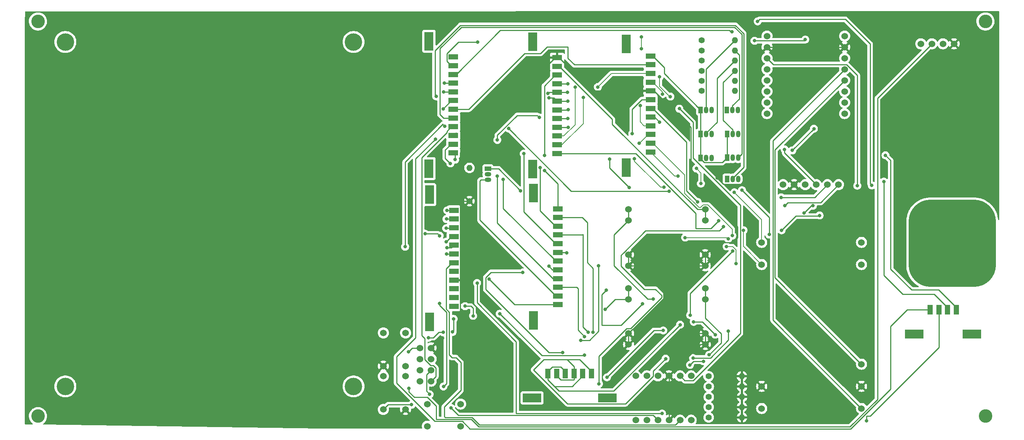
<source format=gbr>
%TF.GenerationSoftware,KiCad,Pcbnew,(6.0.2)*%
%TF.CreationDate,2022-08-09T19:55:16+09:00*%
%TF.ProjectId,dash,64617368-2e6b-4696-9361-645f70636258,rev?*%
%TF.SameCoordinates,Original*%
%TF.FileFunction,Copper,L1,Top*%
%TF.FilePolarity,Positive*%
%FSLAX46Y46*%
G04 Gerber Fmt 4.6, Leading zero omitted, Abs format (unit mm)*
G04 Created by KiCad (PCBNEW (6.0.2)) date 2022-08-09 19:55:16*
%MOMM*%
%LPD*%
G01*
G04 APERTURE LIST*
G04 Aperture macros list*
%AMRoundRect*
0 Rectangle with rounded corners*
0 $1 Rounding radius*
0 $2 $3 $4 $5 $6 $7 $8 $9 X,Y pos of 4 corners*
0 Add a 4 corners polygon primitive as box body*
4,1,4,$2,$3,$4,$5,$6,$7,$8,$9,$2,$3,0*
0 Add four circle primitives for the rounded corners*
1,1,$1+$1,$2,$3*
1,1,$1+$1,$4,$5*
1,1,$1+$1,$6,$7*
1,1,$1+$1,$8,$9*
0 Add four rect primitives between the rounded corners*
20,1,$1+$1,$2,$3,$4,$5,0*
20,1,$1+$1,$4,$5,$6,$7,0*
20,1,$1+$1,$6,$7,$8,$9,0*
20,1,$1+$1,$8,$9,$2,$3,0*%
G04 Aperture macros list end*
%TA.AperFunction,ComponentPad*%
%ADD10C,1.524000*%
%TD*%
%TA.AperFunction,ComponentPad*%
%ADD11C,1.400000*%
%TD*%
%TA.AperFunction,ComponentPad*%
%ADD12O,1.400000X1.400000*%
%TD*%
%TA.AperFunction,ComponentPad*%
%ADD13R,1.050000X1.500000*%
%TD*%
%TA.AperFunction,ComponentPad*%
%ADD14O,1.050000X1.500000*%
%TD*%
%TA.AperFunction,SMDPad,CuDef*%
%ADD15R,2.057400X4.241800*%
%TD*%
%TA.AperFunction,SMDPad,CuDef*%
%ADD16R,2.260600X1.244600*%
%TD*%
%TA.AperFunction,SMDPad,CuDef*%
%ADD17RoundRect,5.000000X-5.000000X-5.000000X5.000000X-5.000000X5.000000X5.000000X-5.000000X5.000000X0*%
%TD*%
%TA.AperFunction,SMDPad,CuDef*%
%ADD18R,4.241800X2.057400*%
%TD*%
%TA.AperFunction,SMDPad,CuDef*%
%ADD19R,1.244600X2.260600*%
%TD*%
%TA.AperFunction,ComponentPad*%
%ADD20C,4.000000*%
%TD*%
%TA.AperFunction,ComponentPad*%
%ADD21R,1.500000X1.050000*%
%TD*%
%TA.AperFunction,ComponentPad*%
%ADD22O,1.500000X1.050000*%
%TD*%
%TA.AperFunction,ViaPad*%
%ADD23C,3.100000*%
%TD*%
%TA.AperFunction,ViaPad*%
%ADD24C,0.800000*%
%TD*%
%TA.AperFunction,Conductor*%
%ADD25C,0.250000*%
%TD*%
%TA.AperFunction,Conductor*%
%ADD26C,0.200000*%
%TD*%
G04 APERTURE END LIST*
D10*
%TO.P,U4,1*%
%TO.N,CAN1_TX*%
X196728000Y-135180000D03*
%TO.N,CAN_H*%
X201808000Y-135180000D03*
%TO.N,GND*%
X194188000Y-135180000D03*
%TO.N,CAN1_RX*%
X199268000Y-135180000D03*
%TO.N,CAN_L*%
X204348000Y-135180000D03*
%TO.N,3V3*%
X191648000Y-135180000D03*
%TD*%
D11*
%TO.P,R4,1*%
%TO.N,BMS-*%
X174610000Y-186170000D03*
D12*
%TO.P,R4,2*%
%TO.N,GND*%
X182230000Y-186170000D03*
%TD*%
D11*
%TO.P,R10,1*%
%TO.N,HVD_IN*%
X172980000Y-109050000D03*
D12*
%TO.P,R10,2*%
%TO.N,Net-(Q5-Pad2)*%
X180600000Y-109050000D03*
%TD*%
D13*
%TO.P,Q6,1,E*%
%TO.N,LV*%
X178840000Y-133870000D03*
D14*
%TO.P,Q6,2,B*%
%TO.N,RTD_ACTIVE_Pin*%
X180110000Y-133870000D03*
%TO.P,Q6,3,C*%
%TO.N,APPS*%
X181380000Y-133870000D03*
%TD*%
D11*
%TO.P,R5,1*%
%TO.N,BSPD-*%
X174610000Y-188550000D03*
D12*
%TO.P,R5,2*%
%TO.N,GND*%
X182230000Y-188550000D03*
%TD*%
D10*
%TO.P,U9,1*%
%TO.N,GND*%
X230820000Y-102862000D03*
%TO.N,3V3*%
X223200000Y-102862000D03*
%TO.N,GPS_RX*%
X225740000Y-102862000D03*
%TO.N,GPS_TX*%
X228280000Y-102862000D03*
%TD*%
D11*
%TO.P,R11,1*%
%TO.N,BRAKE_DIN*%
X172980000Y-111390000D03*
D12*
%TO.P,R11,2*%
%TO.N,Net-(Q7-Pad2)*%
X180600000Y-111390000D03*
%TD*%
D15*
%TO.P,J3,*%
%TO.N,*%
X155719850Y-131280000D03*
X155711850Y-102913200D03*
D16*
%TO.P,J3,1,Pin_1*%
%TO.N,3V3*%
X161299850Y-105680000D03*
%TO.P,J3,2,Pin_2*%
%TO.N,RTD_OUT*%
X161299850Y-107680000D03*
%TO.P,J3,3,Pin_3*%
%TO.N,HV_AUX1+*%
X161299850Y-109680000D03*
%TO.P,J3,4,Pin_4*%
%TO.N,HV_AUX1-*%
X161299850Y-111680000D03*
%TO.P,J3,5,Pin_5*%
%TO.N,GND*%
X161299850Y-113680000D03*
%TO.P,J3,6,Pin_6*%
%TO.N,5V*%
X161299850Y-115680000D03*
%TO.P,J3,7,Pin_7*%
%TO.N,LCD_SDA*%
X161299850Y-117680000D03*
%TO.P,J3,8,Pin_8*%
%TO.N,LCD_SCL*%
X161299850Y-119680000D03*
%TO.P,J3,9,Pin_9*%
%TO.N,ROUT+*%
X161299850Y-121680000D03*
%TO.P,J3,10,Pin_10*%
%TO.N,ROUT-*%
X161299850Y-123680000D03*
%TO.P,J3,11,Pin_11*%
%TO.N,LOUT+*%
X161299850Y-125680000D03*
%TO.P,J3,12,Pin_12*%
%TO.N,LOUT-*%
X161299850Y-127680000D03*
%TD*%
D17*
%TO.P,REF\u002A\u002A,1*%
%TO.N,N/C*%
X230390000Y-148640000D03*
%TD*%
D11*
%TO.P,R1,1*%
%TO.N,GND*%
X119820000Y-138960000D03*
D12*
%TO.P,R1,2*%
%TO.N,-*%
X119820000Y-131340000D03*
%TD*%
D11*
%TO.P,R3,1*%
%TO.N,IMD-*%
X174630000Y-181510000D03*
D12*
%TO.P,R3,2*%
%TO.N,GND*%
X182250000Y-181510000D03*
%TD*%
D18*
%TO.P,J4,*%
%TO.N,*%
X151370000Y-184094750D03*
X134170000Y-184094750D03*
D19*
%TO.P,J4,1,Pin_1*%
%TO.N,CAN_H*%
X137770000Y-178514750D03*
%TO.P,J4,2,Pin_2*%
%TO.N,CAN_L*%
X139770000Y-178514750D03*
%TO.P,J4,3,Pin_3*%
%TO.N,CAN_H*%
X141770000Y-178514750D03*
%TO.P,J4,4,Pin_4*%
%TO.N,CAN_L*%
X143770000Y-178514750D03*
%TO.P,J4,5,Pin_5*%
%TO.N,CAN_H*%
X145770000Y-178514750D03*
%TO.P,J4,6,Pin_6*%
%TO.N,CAN_L*%
X147770000Y-178514750D03*
%TD*%
D10*
%TO.P,U5,1*%
%TO.N,LCD_SCL*%
X168050000Y-179040000D03*
%TO.N,5V*%
X162970000Y-179040000D03*
%TO.N,N/C*%
X157890000Y-189200000D03*
X160430000Y-189200000D03*
X160430000Y-179040000D03*
%TO.N,GND*%
X165510000Y-179040000D03*
%TO.N,N/C*%
X157890000Y-179040000D03*
%TO.N,I2C2_SCL*%
X168050000Y-189200000D03*
%TO.N,3V3*%
X162970000Y-189200000D03*
%TO.N,LCD_SDA*%
X170590000Y-179040000D03*
%TO.N,I2C2_SDA*%
X170590000Y-189200000D03*
%TO.N,GND*%
X165510000Y-189200000D03*
%TD*%
%TO.P,U3,1,VOUT+*%
%TO.N,5V*%
X156210000Y-140870000D03*
%TO.P,U3,2,VOUT+*%
X156210000Y-143410000D03*
%TO.P,U3,3,VOUT-*%
%TO.N,GND*%
X156210000Y-151230000D03*
%TO.P,U3,4,VOUT-*%
X156210000Y-153770000D03*
%TO.P,U3,5,VIN-*%
X173810000Y-153770000D03*
%TO.P,U3,6,VIN-*%
X173810000Y-151230000D03*
%TO.P,U3,7,VIN+*%
%TO.N,LV*%
X173810000Y-143410000D03*
%TO.P,U3,8,VIN+*%
X173810000Y-140870000D03*
%TD*%
%TO.P,ESP_PROGRAM,*%
%TO.N,*%
X105174600Y-179124600D03*
X100094600Y-179124600D03*
%TO.P,ESP_PROGRAM,1,A*%
%TO.N,GND*%
X105174600Y-186744600D03*
%TO.P,ESP_PROGRAM,2,B*%
%TO.N,Net-(SW2-Pad2)*%
X100094600Y-186744600D03*
%TD*%
D11*
%TO.P,R6,1*%
%TO.N,HVD-*%
X174620000Y-183870000D03*
D12*
%TO.P,R6,2*%
%TO.N,GND*%
X182240000Y-183870000D03*
%TD*%
D20*
%TO.P,REF\u002A\u002A,1*%
%TO.N,N/C*%
X27266200Y-102450200D03*
%TO.P,REF\u002A\u002A,2*%
X93266200Y-102450200D03*
%TO.P,REF\u002A\u002A,3*%
X27266200Y-181450200D03*
%TO.P,REF\u002A\u002A,4*%
X93266200Y-181450200D03*
%TD*%
D11*
%TO.P,R12,1*%
%TO.N,LV_ACTIVE*%
X173000000Y-113680000D03*
D12*
%TO.P,R12,2*%
%TO.N,Net-(Q8-Pad2)*%
X180620000Y-113680000D03*
%TD*%
D15*
%TO.P,J6,*%
%TO.N,*%
X110669850Y-166670000D03*
X110669850Y-137470000D03*
D16*
%TO.P,J6,1,Pin_1*%
%TO.N,BSPD_Pin*%
X116249850Y-141070000D03*
%TO.P,J6,2,Pin_2*%
%TO.N,BMS_Pin*%
X116249850Y-143070000D03*
%TO.P,J6,3,Pin_3*%
%TO.N,IMD_Pin*%
X116249850Y-145070000D03*
%TO.P,J6,4,Pin_4*%
%TO.N,GPS_RX*%
X116249850Y-147070000D03*
%TO.P,J6,5,Pin_5*%
%TO.N,GPS_TX*%
X116249850Y-149070000D03*
%TO.P,J6,6,Pin_6*%
%TO.N,I2C2_SDA*%
X116249850Y-151070000D03*
%TO.P,J6,7,Pin_7*%
%TO.N,I2C2_SCL*%
X116249850Y-153070000D03*
%TO.P,J6,8,Pin_8*%
%TO.N,5V*%
X116249850Y-155070000D03*
%TO.P,J6,9,Pin_9*%
%TO.N,GND*%
X116249850Y-157070000D03*
%TO.P,J6,10,Pin_10*%
%TO.N,2*%
X116249850Y-159070000D03*
%TO.P,J6,11,Pin_11*%
%TO.N,3*%
X116249850Y-161070000D03*
%TO.P,J6,12,Pin_12*%
%TO.N,4*%
X116249850Y-163070000D03*
%TD*%
D21*
%TO.P,Q3,1,E*%
%TO.N,3V3*%
X124050000Y-131550000D03*
D22*
%TO.P,Q3,2,B*%
%TO.N,RTD_ACTIVE_Pin*%
X124050000Y-132820000D03*
%TO.P,Q3,3,C*%
%TO.N,IN*%
X124050000Y-134090000D03*
%TD*%
D15*
%TO.P,J1,*%
%TO.N,*%
X134309850Y-131620000D03*
X134309850Y-102420000D03*
D16*
%TO.P,J1,1,Pin_1*%
%TO.N,GND*%
X139889850Y-106020000D03*
%TO.P,J1,2,Pin_2*%
%TO.N,LV*%
X139889850Y-108020000D03*
%TO.P,J1,3,Pin_3*%
%TO.N,CRITICAL_LED*%
X139889850Y-110020000D03*
%TO.P,J1,4,Pin_4*%
%TO.N,IMD_IN*%
X139889850Y-112020000D03*
%TO.P,J1,5,Pin_5*%
%TO.N,BMS_IN*%
X139889850Y-114020000D03*
%TO.P,J1,6,Pin_6*%
%TO.N,BSPD_IN*%
X139889850Y-116020000D03*
%TO.P,J1,7,Pin_7*%
%TO.N,HVD_IN*%
X139889850Y-118020000D03*
%TO.P,J1,8,Pin_8*%
%TO.N,BRAKE_DIN*%
X139889850Y-120020000D03*
%TO.P,J1,9,Pin_9*%
%TO.N,LV_ACTIVE*%
X139889850Y-122020000D03*
%TO.P,J1,10,Pin_10*%
%TO.N,HV_AUX1+*%
X139889850Y-124020000D03*
%TO.P,J1,11,Pin_11*%
%TO.N,HV_AUX1-*%
X139889850Y-126020000D03*
%TO.P,J1,12,Pin_12*%
%TO.N,APPS*%
X139889850Y-128020000D03*
%TD*%
D11*
%TO.P,R8,1*%
%TO.N,BMS_IN*%
X172980000Y-104400000D03*
D12*
%TO.P,R8,2*%
%TO.N,Net-(Q2-Pad2)*%
X180600000Y-104400000D03*
%TD*%
D10*
%TO.P,U10,1*%
%TO.N,GND*%
X186749200Y-181431600D03*
%TO.N,RIN*%
X209609200Y-176351600D03*
%TO.N,ROUT-*%
X209609200Y-148411600D03*
%TO.N,LOUT+*%
X186749200Y-153491600D03*
%TO.N,LV*%
X186749200Y-186511600D03*
%TO.N,LOUT-*%
X186749200Y-148411600D03*
%TO.N,LIN*%
X209609200Y-186511600D03*
%TO.N,ROUT+*%
X209609200Y-153491600D03*
%TO.N,GND*%
X209609200Y-181431600D03*
%TD*%
D15*
%TO.P,J5,*%
%TO.N,*%
X110529850Y-102290000D03*
X110529850Y-131490000D03*
D16*
%TO.P,J5,1,Pin_1*%
%TO.N,BOOT0*%
X116109850Y-105890000D03*
%TO.P,J5,2,Pin_2*%
%TO.N,CAN1_RX*%
X116109850Y-107890000D03*
%TO.P,J5,3,Pin_3*%
%TO.N,CAN1_TX*%
X116109850Y-109890000D03*
%TO.P,J5,4,Pin_4*%
%TO.N,RTDS*%
X116109850Y-111890000D03*
%TO.P,J5,5,Pin_5*%
%TO.N,RTD_ACTIVE_Pin*%
X116109850Y-113890000D03*
%TO.P,J5,6,Pin_6*%
%TO.N,BRAKE_Pin*%
X116109850Y-115890000D03*
%TO.P,J5,7,Pin_7*%
%TO.N,RTD_OUT*%
X116109850Y-117890000D03*
%TO.P,J5,8,Pin_8*%
%TO.N,LV_ACTIVE_Pin*%
X116109850Y-119890000D03*
%TO.P,J5,9,Pin_9*%
%TO.N,ESP_RX*%
X116109850Y-121890000D03*
%TO.P,J5,10,Pin_10*%
%TO.N,ESP_TX*%
X116109850Y-123890000D03*
%TO.P,J5,11,Pin_11*%
%TO.N,HVD_Pin*%
X116109850Y-125890000D03*
%TO.P,J5,12,Pin_12*%
%TO.N,1*%
X116109850Y-127890000D03*
%TD*%
D10*
%TO.P,U8,1*%
%TO.N,N/C*%
X205743000Y-106170800D03*
%TO.N,RTDS*%
X187963000Y-106170800D03*
%TO.N,N/C*%
X205743000Y-116330800D03*
%TO.N,3V3*%
X205743000Y-118870800D03*
%TO.N,N/C*%
X187963000Y-108710800D03*
X187963000Y-101090800D03*
X187963000Y-113790800D03*
X205743000Y-113790800D03*
X187963000Y-118870800D03*
X205743000Y-101090800D03*
X187963000Y-111250800D03*
%TO.N,GND*%
X205743000Y-103630800D03*
%TO.N,N/C*%
X187963000Y-116330800D03*
%TO.N,RIN*%
X205743000Y-111250800D03*
%TO.N,GND*%
X187963000Y-103630800D03*
%TO.N,LIN*%
X205743000Y-108710800D03*
%TD*%
D13*
%TO.P,Q2,1,E*%
%TO.N,3V3*%
X178780000Y-118040000D03*
D14*
%TO.P,Q2,2,B*%
%TO.N,Net-(Q2-Pad2)*%
X180050000Y-118040000D03*
%TO.P,Q2,3,C*%
%TO.N,BMS_Pin*%
X181320000Y-118040000D03*
%TD*%
D10*
%TO.P,BOOT0,*%
%TO.N,*%
X117789200Y-190579200D03*
X117789200Y-185499200D03*
%TO.P,BOOT0,1,A*%
%TO.N,3V3*%
X110169200Y-190579200D03*
%TO.P,BOOT0,2,B*%
%TO.N,BOOT0*%
X110169200Y-185499200D03*
%TD*%
D13*
%TO.P,Q1,1,E*%
%TO.N,3V3*%
X172760000Y-118040000D03*
D14*
%TO.P,Q1,2,B*%
%TO.N,Net-(Q1-Pad2)*%
X174030000Y-118040000D03*
%TO.P,Q1,3,C*%
%TO.N,IMD_Pin*%
X175300000Y-118040000D03*
%TD*%
D13*
%TO.P,Q7,1,E*%
%TO.N,3V3*%
X172710000Y-129020000D03*
D14*
%TO.P,Q7,2,B*%
%TO.N,Net-(Q7-Pad2)*%
X173980000Y-129020000D03*
%TO.P,Q7,3,C*%
%TO.N,BRAKE_Pin*%
X175250000Y-129020000D03*
%TD*%
D13*
%TO.P,Q4,1,E*%
%TO.N,3V3*%
X172760000Y-123550000D03*
D14*
%TO.P,Q4,2,B*%
%TO.N,Net-(Q4-Pad2)*%
X174030000Y-123550000D03*
%TO.P,Q4,3,C*%
%TO.N,BSPD_Pin*%
X175300000Y-123550000D03*
%TD*%
D10*
%TO.P,ESP_RST,*%
%TO.N,*%
X100104600Y-169180000D03*
X105184600Y-169180000D03*
%TO.P,ESP_RST,1,A*%
%TO.N,Net-(SW1-Pad1)*%
X105184600Y-176800000D03*
%TO.P,ESP_RST,2,B*%
%TO.N,GND*%
X100104600Y-176800000D03*
%TD*%
%TO.P,U2,1*%
%TO.N,3V3*%
X108509600Y-175164000D03*
%TO.N,N/C*%
X111049600Y-175164000D03*
%TO.N,ESP_TX*%
X108509600Y-172624000D03*
%TO.N,Net-(SW1-Pad1)*%
X108509600Y-177704000D03*
%TO.N,Net-(SW2-Pad2)*%
X111049600Y-177704000D03*
%TO.N,GND*%
X111049600Y-172624000D03*
%TO.N,ESP_RX*%
X111049600Y-180244000D03*
%TO.N,3V3*%
X108509600Y-180244000D03*
%TD*%
D15*
%TO.P,J2,*%
%TO.N,*%
X134469850Y-166310000D03*
X134469850Y-137110000D03*
D16*
%TO.P,J2,1,Pin_1*%
%TO.N,CRITICAL_LED*%
X140049850Y-140710000D03*
%TO.P,J2,2,Pin_2*%
%TO.N,CR-*%
X140049850Y-142710000D03*
%TO.P,J2,3,Pin_3*%
%TO.N,IMD_IN*%
X140049850Y-144710000D03*
%TO.P,J2,4,Pin_4*%
%TO.N,IMD-*%
X140049850Y-146710000D03*
%TO.P,J2,5,Pin_5*%
%TO.N,BMS_IN*%
X140049850Y-148710000D03*
%TO.P,J2,6,Pin_6*%
%TO.N,BMS-*%
X140049850Y-150710000D03*
%TO.P,J2,7,Pin_7*%
%TO.N,BSPD_IN*%
X140049850Y-152710000D03*
%TO.P,J2,8,Pin_8*%
%TO.N,BSPD-*%
X140049850Y-154710000D03*
%TO.P,J2,9,Pin_9*%
%TO.N,HVD_IN*%
X140049850Y-156710000D03*
%TO.P,J2,10,Pin_10*%
%TO.N,HVD-*%
X140049850Y-158710000D03*
%TO.P,J2,11,Pin_11*%
%TO.N,IN*%
X140049850Y-160710000D03*
%TO.P,J2,12,Pin_12*%
%TO.N,-*%
X140049850Y-162710000D03*
%TD*%
D10*
%TO.P,U6,1,VOUT+*%
%TO.N,3V3*%
X156270000Y-158940000D03*
%TO.P,U6,2,VOUT+*%
X156270000Y-161480000D03*
%TO.P,U6,3,VOUT-*%
%TO.N,GND*%
X156270000Y-169300000D03*
%TO.P,U6,4,VOUT-*%
X156270000Y-171840000D03*
%TO.P,U6,5,VIN-*%
X173870000Y-171840000D03*
%TO.P,U6,6,VIN-*%
X173870000Y-169300000D03*
%TO.P,U6,7,VIN+*%
%TO.N,LV*%
X173870000Y-161480000D03*
%TO.P,U6,8,VIN+*%
X173870000Y-158940000D03*
%TD*%
D18*
%TO.P,REF\u002A\u002A,*%
%TO.N,*%
X221714800Y-169448400D03*
X234914800Y-169448400D03*
D19*
%TO.P,REF\u002A\u002A,1*%
%TO.N,1*%
X225314800Y-163868400D03*
%TO.P,REF\u002A\u002A,2*%
%TO.N,2*%
X227314800Y-163868400D03*
%TO.P,REF\u002A\u002A,3*%
%TO.N,3*%
X229314800Y-163868400D03*
%TO.P,REF\u002A\u002A,4*%
%TO.N,4*%
X231314800Y-163868400D03*
%TD*%
D11*
%TO.P,R2,1*%
%TO.N,CR-*%
X174570000Y-179110000D03*
D12*
%TO.P,R2,2*%
%TO.N,GND*%
X182190000Y-179110000D03*
%TD*%
D11*
%TO.P,R9,1*%
%TO.N,BSPD_IN*%
X172980000Y-106720000D03*
D12*
%TO.P,R9,2*%
%TO.N,Net-(Q4-Pad2)*%
X180600000Y-106720000D03*
%TD*%
D13*
%TO.P,Q8,1,E*%
%TO.N,3V3*%
X178810000Y-129000000D03*
D14*
%TO.P,Q8,2,B*%
%TO.N,Net-(Q8-Pad2)*%
X180080000Y-129000000D03*
%TO.P,Q8,3,C*%
%TO.N,LV_ACTIVE_Pin*%
X181350000Y-129000000D03*
%TD*%
D11*
%TO.P,R7,1*%
%TO.N,IMD_IN*%
X173000000Y-102090000D03*
D12*
%TO.P,R7,2*%
%TO.N,Net-(Q1-Pad2)*%
X180620000Y-102090000D03*
%TD*%
D13*
%TO.P,Q5,1,E*%
%TO.N,3V3*%
X178800000Y-123570000D03*
D14*
%TO.P,Q5,2,B*%
%TO.N,Net-(Q5-Pad2)*%
X180070000Y-123570000D03*
%TO.P,Q5,3,C*%
%TO.N,HVD_Pin*%
X181340000Y-123570000D03*
%TD*%
D23*
%TO.N,*%
X238000000Y-97740000D03*
X21000000Y-97740000D03*
X21000000Y-188280000D03*
X238000000Y-188280000D03*
D24*
%TO.N,GND*%
X176560000Y-133590000D03*
X104630000Y-171430000D03*
X175330000Y-136440000D03*
X113610000Y-170400000D03*
X100104600Y-173465400D03*
X117704661Y-168584661D03*
X187660000Y-136880000D03*
%TO.N,BRAKE_DIN*%
X142390000Y-120020000D03*
%TO.N,HVD_IN*%
X126200000Y-124920000D03*
X135810000Y-119760000D03*
X126200000Y-133240000D03*
X142400000Y-118010000D03*
%TO.N,BSPD_IN*%
X142360000Y-116040000D03*
X138000000Y-115280000D03*
X127560000Y-133980000D03*
%TO.N,BMS_IN*%
X142300000Y-114030000D03*
X132254511Y-128054511D03*
X137760000Y-114230000D03*
%TO.N,IMD_IN*%
X136010000Y-131270000D03*
X142310000Y-112020000D03*
%TO.N,LV_ACTIVE*%
X142450000Y-122030000D03*
%TO.N,3V3*%
X198710000Y-122350000D03*
X131530000Y-136570000D03*
X115610000Y-186395386D03*
X150897444Y-163787444D03*
X193775000Y-127315000D03*
%TO.N,IMD_Pin*%
X114490000Y-145160000D03*
%TO.N,BMS_Pin*%
X114550000Y-143060000D03*
%TO.N,RTD_ACTIVE_Pin*%
X112190000Y-114910000D03*
X113880000Y-113940000D03*
%TO.N,BSPD_Pin*%
X114700000Y-141090000D03*
%TO.N,HVD_Pin*%
X115450000Y-130290000D03*
%TO.N,APPS*%
X176870000Y-143450000D03*
%TO.N,LV*%
X174710000Y-174220000D03*
%TO.N,BRAKE_Pin*%
X165540000Y-136640000D03*
X128768472Y-122280000D03*
X113780000Y-117830000D03*
%TO.N,5V*%
X157100000Y-123460000D03*
X116800000Y-155060000D03*
X156390000Y-135800000D03*
X151920000Y-129300000D03*
X161900000Y-161390000D03*
%TO.N,I2C2_SDA*%
X114560000Y-151070000D03*
X163930000Y-187660000D03*
X121580000Y-157740000D03*
%TO.N,ESP_TX*%
X105090000Y-149410000D03*
X114140000Y-121790000D03*
X116820000Y-123650000D03*
X105850000Y-173480000D03*
%TO.N,GPS_TX*%
X191310000Y-145640000D03*
X114670000Y-149660000D03*
X177960000Y-144840000D03*
X188460000Y-146620000D03*
X182230000Y-136430000D03*
X149480000Y-180860000D03*
X113870000Y-181470000D03*
X112970000Y-162380000D03*
X200000000Y-142230000D03*
%TO.N,GPS_RX*%
X114530000Y-148240000D03*
X105980000Y-181890000D03*
X113010000Y-146890000D03*
X109650000Y-146420000D03*
%TO.N,CAN1_RX*%
X121720000Y-102470000D03*
X192000000Y-127090000D03*
%TO.N,CAN1_TX*%
X179900000Y-100130000D03*
X185107311Y-102177311D03*
X196728000Y-101888000D03*
%TO.N,RTDS*%
X114050000Y-111890000D03*
X208650000Y-135400000D03*
%TO.N,BOOT0*%
X115490000Y-105960000D03*
%TO.N,Net-(SW2-Pad2)*%
X110700000Y-183260000D03*
X106548089Y-185658089D03*
%TO.N,CAN_H*%
X191190000Y-138090000D03*
X168060000Y-167290000D03*
X170380000Y-165110000D03*
X180120000Y-150400000D03*
%TO.N,CAN_L*%
X164750000Y-175080000D03*
X173400000Y-175670000D03*
X170320000Y-176520000D03*
X192010000Y-140020000D03*
%TO.N,HV_AUX1+*%
X144010000Y-112770000D03*
X149220000Y-112770000D03*
%TO.N,HV_AUX1-*%
X164020000Y-114430000D03*
X145870000Y-115150000D03*
%TO.N,ROUT+*%
X159230000Y-104040000D03*
X158910000Y-117060000D03*
X159230000Y-101330000D03*
X163360000Y-110430000D03*
X165820000Y-114980000D03*
%TO.N,ROUT-*%
X169210000Y-147320000D03*
X158680000Y-125660000D03*
X157580000Y-129200000D03*
X179090000Y-147600000D03*
X164380000Y-135760000D03*
X178710000Y-149360000D03*
X180840000Y-153270000D03*
%TO.N,LOUT+*%
X182580000Y-145640000D03*
X180010000Y-146880000D03*
%TO.N,LOUT-*%
X180490000Y-136930000D03*
X172830000Y-134920000D03*
X171790000Y-131470000D03*
X167600000Y-133220000D03*
%TO.N,CRITICAL_LED*%
X137000000Y-131930000D03*
X137000000Y-128460000D03*
%TO.N,CR-*%
X148140000Y-169010000D03*
%TO.N,IMD-*%
X146990000Y-168980000D03*
%TO.N,BMS-*%
X149410000Y-153820000D03*
X145290000Y-170870000D03*
X142110000Y-150810000D03*
%TO.N,BSPD-*%
X141170000Y-173670000D03*
X132060000Y-155300000D03*
X137990000Y-153890000D03*
%TO.N,HVD-*%
X146180000Y-170000000D03*
%TO.N,-*%
X124285000Y-156865000D03*
%TO.N,LCD_SDA*%
X172100000Y-139150000D03*
%TO.N,LCD_SCL*%
X163370000Y-120820000D03*
X167890000Y-117740000D03*
%TO.N,1*%
X112010000Y-124730000D03*
X116550000Y-129440000D03*
%TO.N,2*%
X151144520Y-159384520D03*
X210790000Y-189350000D03*
X159485000Y-162525000D03*
X176090000Y-169580000D03*
X171170000Y-166640000D03*
X116890000Y-159100000D03*
%TO.N,3*%
X110430000Y-170280000D03*
X214740000Y-134460000D03*
X116850000Y-161140000D03*
X116195489Y-165954511D03*
X185820000Y-97720000D03*
X115970000Y-168950000D03*
X211960000Y-135340000D03*
X113840000Y-169060000D03*
%TO.N,4*%
X179120000Y-168790000D03*
X198470000Y-140010000D03*
X164190000Y-168610000D03*
X118830000Y-163050000D03*
X196480000Y-141640000D03*
X116920000Y-163030000D03*
X120650000Y-165260000D03*
X215090000Y-128430000D03*
X146180000Y-174230000D03*
X171015489Y-174945489D03*
X151310000Y-179360000D03*
X126760000Y-164770000D03*
%TD*%
D25*
%TO.N,GND*%
X174122067Y-137647933D02*
X174122067Y-137777933D01*
X161299850Y-113680000D02*
X162110000Y-113680000D01*
X186704408Y-136880000D02*
X183410000Y-133585592D01*
X178010000Y-135040000D02*
X176560000Y-133590000D01*
X117704661Y-139034661D02*
X117704661Y-157084661D01*
X182230000Y-188550000D02*
X182230000Y-186170000D01*
X161299850Y-113680000D02*
X147951472Y-113680000D01*
X139889850Y-106020000D02*
X139488228Y-106020000D01*
X182250000Y-181510000D02*
X182250000Y-179170000D01*
X172710000Y-171840000D02*
X173870000Y-171840000D01*
X113273600Y-170400000D02*
X113610000Y-170400000D01*
X173870000Y-169300000D02*
X173870000Y-171840000D01*
X181184511Y-144840377D02*
X181184511Y-147340377D01*
X147951472Y-113680000D02*
X140291472Y-106020000D01*
X174122067Y-137777933D02*
X181184511Y-144840377D01*
X187963000Y-103630800D02*
X183410000Y-108183800D01*
X182230000Y-186170000D02*
X182230000Y-183880000D01*
X139488228Y-106020000D02*
X117704661Y-127803567D01*
X156270000Y-169300000D02*
X156270000Y-171840000D01*
X173870000Y-169300000D02*
X172310000Y-169300000D01*
X164290000Y-161280000D02*
X156270000Y-169300000D01*
X183410000Y-133585592D02*
X181955592Y-135040000D01*
X170500000Y-122070000D02*
X170500000Y-134155866D01*
X117704661Y-127803567D02*
X117704661Y-139034661D01*
X156210000Y-151230000D02*
X156210000Y-153770000D01*
X175330000Y-136440000D02*
X174122067Y-137647933D01*
X183410000Y-108183800D02*
X183410000Y-133585592D01*
X164290000Y-153770000D02*
X156210000Y-153770000D01*
X181184511Y-147340377D02*
X180060000Y-148464888D01*
X205743000Y-103630800D02*
X187963000Y-103630800D01*
X182250000Y-179170000D02*
X182190000Y-179110000D01*
X173810000Y-153770000D02*
X164290000Y-153770000D01*
X111049600Y-172624000D02*
X113273600Y-170400000D01*
X116249850Y-157070000D02*
X117690000Y-157070000D01*
X102140000Y-171430000D02*
X104630000Y-171430000D01*
X164290000Y-153770000D02*
X164290000Y-161280000D01*
X181955592Y-135040000D02*
X178010000Y-135040000D01*
X165510000Y-179040000D02*
X172710000Y-171840000D01*
X117704661Y-157084661D02*
X117704661Y-168584661D01*
X140291472Y-106020000D02*
X139889850Y-106020000D01*
X119820000Y-138960000D02*
X117779322Y-138960000D01*
X165510000Y-179040000D02*
X165510000Y-189200000D01*
X170500000Y-134155866D02*
X174122067Y-137777933D01*
X176575112Y-148464888D02*
X173810000Y-151230000D01*
X162110000Y-113680000D02*
X170500000Y-122070000D01*
X100104600Y-173465400D02*
X102140000Y-171430000D01*
X182230000Y-183880000D02*
X182240000Y-183870000D01*
X117690000Y-157070000D02*
X117704661Y-157084661D01*
X182240000Y-183870000D02*
X182240000Y-181520000D01*
X180060000Y-148464888D02*
X176575112Y-148464888D01*
X182240000Y-181520000D02*
X182250000Y-181510000D01*
X187660000Y-136880000D02*
X186704408Y-136880000D01*
X117779322Y-138960000D02*
X117704661Y-139034661D01*
X172310000Y-169300000D02*
X164290000Y-161280000D01*
X173810000Y-151230000D02*
X173810000Y-153770000D01*
%TO.N,BRAKE_DIN*%
X142390000Y-120020000D02*
X139889850Y-120020000D01*
%TO.N,HVD_IN*%
X126200000Y-124920000D02*
X126200000Y-123823858D01*
X126200000Y-123823858D02*
X130713858Y-119310000D01*
X138980000Y-156710000D02*
X126200000Y-143930000D01*
X130713858Y-119310000D02*
X135360000Y-119310000D01*
X126200000Y-143930000D02*
X126200000Y-133240000D01*
X135360000Y-119310000D02*
X135810000Y-119760000D01*
X142390000Y-118020000D02*
X139889850Y-118020000D01*
X140049850Y-156710000D02*
X138980000Y-156710000D01*
X142400000Y-118010000D02*
X142390000Y-118020000D01*
%TO.N,Net-(Q5-Pad2)*%
X180600000Y-109050000D02*
X177930489Y-111719511D01*
X177930489Y-120430489D02*
X180070000Y-122570000D01*
X177930489Y-111719511D02*
X177930489Y-120430489D01*
X180070000Y-122570000D02*
X180070000Y-123570000D01*
%TO.N,BSPD_IN*%
X138000000Y-115280000D02*
X139149850Y-115280000D01*
X139149850Y-115280000D02*
X139889850Y-116020000D01*
X139909850Y-116040000D02*
X139889850Y-116020000D01*
X140049850Y-152710000D02*
X139648228Y-152710000D01*
X127560000Y-140621772D02*
X127560000Y-133980000D01*
X139648228Y-152710000D02*
X127560000Y-140621772D01*
X142360000Y-116040000D02*
X139909850Y-116040000D01*
%TO.N,Net-(Q4-Pad2)*%
X176550000Y-110770000D02*
X176550000Y-120805000D01*
X174030000Y-123325000D02*
X174030000Y-123550000D01*
X176550000Y-120805000D02*
X174030000Y-123325000D01*
X180600000Y-106720000D02*
X176550000Y-110770000D01*
%TO.N,BMS_IN*%
X142300000Y-114030000D02*
X139899850Y-114030000D01*
X139899850Y-114030000D02*
X139889850Y-114020000D01*
X139541850Y-148710000D02*
X132254511Y-141422661D01*
X140049850Y-148710000D02*
X139541850Y-148710000D01*
X139889850Y-114020000D02*
X137970000Y-114020000D01*
X132254511Y-141422661D02*
X132254511Y-128054511D01*
X137970000Y-114020000D02*
X137760000Y-114230000D01*
%TO.N,Net-(Q2-Pad2)*%
X180050000Y-117069511D02*
X180050000Y-118040000D01*
X181644511Y-105444511D02*
X181644511Y-115475000D01*
X180600000Y-104400000D02*
X181644511Y-105444511D01*
X181644511Y-115475000D02*
X180050000Y-117069511D01*
%TO.N,IMD_IN*%
X140049850Y-144710000D02*
X139541850Y-144710000D01*
X139889850Y-112020000D02*
X142310000Y-112020000D01*
X139541850Y-144710000D02*
X136010000Y-141178150D01*
X136010000Y-141178150D02*
X136010000Y-131270000D01*
%TO.N,Net-(Q1-Pad2)*%
X180620000Y-102090000D02*
X174030000Y-108680000D01*
X174030000Y-108680000D02*
X174030000Y-118040000D01*
%TO.N,LV_ACTIVE*%
X142450000Y-122030000D02*
X142440000Y-122020000D01*
X142440000Y-122020000D02*
X139889850Y-122020000D01*
%TO.N,3V3*%
X153204888Y-161480000D02*
X150930000Y-163754888D01*
X164430000Y-109710000D02*
X164430000Y-108302150D01*
X178810000Y-123580000D02*
X178800000Y-123570000D01*
X177715480Y-130094520D02*
X178810000Y-129000000D01*
X161879520Y-188109520D02*
X162970000Y-189200000D01*
X131530000Y-136570000D02*
X126510000Y-131550000D01*
X173559520Y-130094520D02*
X177715480Y-130094520D01*
X198710000Y-122350000D02*
X198710000Y-122380000D01*
X164430000Y-108302150D02*
X161807850Y-105680000D01*
X172710000Y-129020000D02*
X172710000Y-129245000D01*
X172760000Y-118040000D02*
X172760000Y-123550000D01*
X126510000Y-131550000D02*
X124050000Y-131550000D01*
X198710000Y-122380000D02*
X193775000Y-127315000D01*
X156270000Y-161480000D02*
X153480000Y-161480000D01*
X172760000Y-123550000D02*
X172760000Y-128970000D01*
X153480000Y-161480000D02*
X153204888Y-161480000D01*
X172710000Y-129245000D02*
X173559520Y-130094520D01*
X115610000Y-186395386D02*
X117324134Y-188109520D01*
X178810000Y-129000000D02*
X178810000Y-123580000D01*
X172760000Y-128970000D02*
X172710000Y-129020000D01*
X161807850Y-105680000D02*
X161299850Y-105680000D01*
X164430000Y-109710000D02*
X172760000Y-118040000D01*
X156270000Y-161480000D02*
X156270000Y-158940000D01*
X117324134Y-188109520D02*
X161879520Y-188109520D01*
%TO.N,IMD_Pin*%
X116159850Y-145160000D02*
X116249850Y-145070000D01*
X114490000Y-145160000D02*
X116159850Y-145160000D01*
%TO.N,BMS_Pin*%
X116239850Y-143060000D02*
X116249850Y-143070000D01*
X114550000Y-143060000D02*
X116239850Y-143060000D01*
%TO.N,RTD_ACTIVE_Pin*%
X182639040Y-131154004D02*
X182639040Y-100533323D01*
X117743803Y-98630480D02*
X111950000Y-104424283D01*
X180736197Y-98630480D02*
X117743803Y-98630480D01*
X180110000Y-133683044D02*
X182639040Y-131154004D01*
X113880000Y-113940000D02*
X116059850Y-113940000D01*
X111950000Y-114670000D02*
X112190000Y-114910000D01*
X116059850Y-113940000D02*
X116109850Y-113890000D01*
X111950000Y-104424283D02*
X111950000Y-114670000D01*
X180110000Y-133870000D02*
X180110000Y-133683044D01*
X182639040Y-100533323D02*
X180736197Y-98630480D01*
%TO.N,IN*%
X139648228Y-160710000D02*
X140049850Y-160710000D01*
X124050000Y-134090000D02*
X122410000Y-134090000D01*
X122220000Y-143281772D02*
X139648228Y-160710000D01*
X122410000Y-134090000D02*
X122220000Y-134280000D01*
X122220000Y-134280000D02*
X122220000Y-143281772D01*
%TO.N,BSPD_Pin*%
X114700000Y-141090000D02*
X116229850Y-141090000D01*
X116229850Y-141090000D02*
X116249850Y-141070000D01*
%TO.N,HVD_Pin*%
X114280000Y-127211850D02*
X114280000Y-129120000D01*
X116109850Y-125890000D02*
X115601850Y-125890000D01*
X115601850Y-125890000D02*
X114280000Y-127211850D01*
X114280000Y-129120000D02*
X115450000Y-130290000D01*
%TO.N,APPS*%
X175090000Y-145230000D02*
X176870000Y-143450000D01*
X171650000Y-141725386D02*
X171650000Y-145230000D01*
X139889850Y-128020000D02*
X157944614Y-128020000D01*
X157944614Y-128020000D02*
X171650000Y-141725386D01*
X171650000Y-145230000D02*
X175090000Y-145230000D01*
%TO.N,LV*%
X172088228Y-140870000D02*
X173810000Y-140870000D01*
X173870000Y-161480000D02*
X173870000Y-165810000D01*
X177450000Y-169390000D02*
X177450000Y-171480000D01*
X173810000Y-140870000D02*
X173810000Y-143410000D01*
X152540000Y-121321772D02*
X172088228Y-140870000D01*
X139889850Y-108020000D02*
X140397850Y-108020000D01*
X173870000Y-165810000D02*
X177450000Y-169390000D01*
X177450000Y-171480000D02*
X174710000Y-174220000D01*
X140397850Y-108020000D02*
X152540000Y-120162150D01*
X152540000Y-120162150D02*
X152540000Y-121321772D01*
X173870000Y-158940000D02*
X173870000Y-161480000D01*
%TO.N,BRAKE_Pin*%
X143128472Y-136640000D02*
X128768472Y-122280000D01*
X116109850Y-115890000D02*
X115720000Y-115890000D01*
X165540000Y-136640000D02*
X143128472Y-136640000D01*
X115720000Y-115890000D02*
X113780000Y-117830000D01*
%TO.N,LV_ACTIVE_Pin*%
X180550000Y-99080000D02*
X117930000Y-99080000D01*
X113890000Y-119890000D02*
X113180000Y-119180000D01*
X182189520Y-100719520D02*
X180550000Y-99080000D01*
X117930000Y-99080000D02*
X113055489Y-103954511D01*
X113055489Y-103954511D02*
X113055489Y-119055489D01*
X113055489Y-119055489D02*
X113180000Y-119180000D01*
X116109850Y-119890000D02*
X113890000Y-119890000D01*
X182189520Y-128160480D02*
X182189520Y-100719520D01*
X181350000Y-129000000D02*
X182189520Y-128160480D01*
%TO.N,5V*%
X157100000Y-123460000D02*
X157100000Y-117845386D01*
X151920000Y-131330000D02*
X151920000Y-129300000D01*
X159265386Y-115680000D02*
X161299850Y-115680000D01*
X156390000Y-135800000D02*
X151920000Y-131330000D01*
X161900000Y-161390000D02*
X160610000Y-161390000D01*
X157100000Y-117845386D02*
X159265386Y-115680000D01*
X152965112Y-146654888D02*
X156210000Y-143410000D01*
X160610000Y-161390000D02*
X152965112Y-153745112D01*
X152965112Y-153745112D02*
X152965112Y-146654888D01*
X156210000Y-140870000D02*
X156210000Y-143410000D01*
%TO.N,I2C2_SCL*%
X114470000Y-163691772D02*
X114470000Y-154448228D01*
X116740649Y-174851311D02*
X115840551Y-174851311D01*
X114264680Y-188559040D02*
X114187820Y-188482180D01*
X122136511Y-190286511D02*
X120409040Y-188559040D01*
X114470000Y-154448228D02*
X115848228Y-153070000D01*
X166963489Y-190286511D02*
X122136511Y-190286511D01*
X115200000Y-164421772D02*
X114470000Y-163691772D01*
X114066489Y-186123511D02*
X117870000Y-182320000D01*
X115848228Y-153070000D02*
X116249850Y-153070000D01*
X115200000Y-174210760D02*
X115200000Y-164421772D01*
X117870000Y-182320000D02*
X117870000Y-175980662D01*
X120409040Y-188559040D02*
X114264680Y-188559040D01*
X114066489Y-188360849D02*
X114066489Y-186123511D01*
X117870000Y-175980662D02*
X116740649Y-174851311D01*
X114187820Y-188482180D02*
X114066489Y-188360849D01*
X168050000Y-189200000D02*
X166963489Y-190286511D01*
X115840551Y-174851311D02*
X115200000Y-174210760D01*
%TO.N,I2C2_SDA*%
X121580000Y-157740000D02*
X121580000Y-162280000D01*
X130500000Y-187660000D02*
X163930000Y-187660000D01*
X116249850Y-151070000D02*
X114560000Y-151070000D01*
X121580000Y-162280000D02*
X130500000Y-171200000D01*
X130500000Y-171200000D02*
X130500000Y-187660000D01*
%TO.N,ESP_RX*%
X111499649Y-176617489D02*
X110913600Y-176617489D01*
X114655039Y-122943189D02*
X115708228Y-121890000D01*
X108900000Y-128945039D02*
X114655039Y-123190000D01*
X108900000Y-169774614D02*
X108900000Y-128945039D01*
X109610000Y-175313889D02*
X109610000Y-170484614D01*
X109610000Y-170484614D02*
X108900000Y-169774614D01*
X112136111Y-177253951D02*
X111499649Y-176617489D01*
X112136111Y-179157489D02*
X112136111Y-177253951D01*
X115708228Y-121890000D02*
X116109850Y-121890000D01*
X111049600Y-180244000D02*
X112136111Y-179157489D01*
X110913600Y-176617489D02*
X109610000Y-175313889D01*
X114655039Y-123190000D02*
X114655039Y-122943189D01*
%TO.N,ESP_TX*%
X113770000Y-121270000D02*
X113770000Y-121420000D01*
X113770000Y-121420000D02*
X114140000Y-121790000D01*
X106706000Y-172624000D02*
X105850000Y-173480000D01*
X105090000Y-129950000D02*
X113770000Y-121270000D01*
X105090000Y-149410000D02*
X105090000Y-129950000D01*
X108509600Y-172624000D02*
X106706000Y-172624000D01*
%TO.N,GPS_TX*%
X188460000Y-146620000D02*
X188460000Y-142660000D01*
X155100049Y-150779951D02*
X154580000Y-151300000D01*
X114564511Y-164424511D02*
X112970000Y-162830000D01*
X163840480Y-161093802D02*
X156720793Y-168213489D01*
X177045480Y-145754520D02*
X160148920Y-145754520D01*
X112970000Y-162830000D02*
X112970000Y-162380000D01*
X154580000Y-151300000D02*
X154580000Y-153900000D01*
X188460000Y-142660000D02*
X182230000Y-136430000D01*
X149480000Y-174553440D02*
X149480000Y-180860000D01*
X162440000Y-159180000D02*
X163840480Y-160580480D01*
X199865489Y-142364511D02*
X194585489Y-142364511D01*
X155819951Y-168213489D02*
X149480000Y-174553440D01*
X200000000Y-142230000D02*
X199865489Y-142364511D01*
X194585489Y-142364511D02*
X191310000Y-145640000D01*
X159860000Y-159180000D02*
X162440000Y-159180000D01*
X163840480Y-160580480D02*
X163840480Y-161093802D01*
X154580000Y-153900000D02*
X159860000Y-159180000D01*
X156720793Y-168213489D02*
X155819951Y-168213489D01*
X115659850Y-149660000D02*
X114670000Y-149660000D01*
X160148920Y-145754520D02*
X155123489Y-150779951D01*
X113870000Y-181470000D02*
X114564511Y-180775489D01*
X177960000Y-144840000D02*
X177045480Y-145754520D01*
X116249850Y-149070000D02*
X115659850Y-149660000D01*
X114564511Y-180775489D02*
X114564511Y-164424511D01*
X155123489Y-150779951D02*
X155100049Y-150779951D01*
%TO.N,GPS_RX*%
X112174200Y-189008560D02*
X112174200Y-185967640D01*
X115700000Y-147070000D02*
X114530000Y-148240000D01*
X121946031Y-190736031D02*
X120218560Y-189008560D01*
X213264511Y-115337489D02*
X213264511Y-184392849D01*
X116249850Y-147070000D02*
X115700000Y-147070000D01*
X105980000Y-182720000D02*
X105980000Y-181890000D01*
X109650000Y-146420000D02*
X112540000Y-146420000D01*
X213264511Y-184392849D02*
X206921329Y-190736031D01*
X120218560Y-189008560D02*
X112174200Y-189008560D01*
X112174200Y-185967640D02*
X110136560Y-183930000D01*
X112540000Y-146420000D02*
X113010000Y-146890000D01*
X206921329Y-190736031D02*
X121946031Y-190736031D01*
X225740000Y-102862000D02*
X213264511Y-115337489D01*
X110136560Y-183930000D02*
X107190000Y-183930000D01*
X107190000Y-183930000D02*
X105980000Y-182720000D01*
%TO.N,CAN1_RX*%
X199268000Y-135180000D02*
X192000000Y-127912000D01*
X115708228Y-107890000D02*
X114655039Y-106836811D01*
X117280000Y-102470000D02*
X121720000Y-102470000D01*
X116109850Y-107890000D02*
X115708228Y-107890000D01*
X114655039Y-105094961D02*
X117280000Y-102470000D01*
X114655039Y-106836811D02*
X114655039Y-105094961D01*
X192000000Y-127912000D02*
X192000000Y-127090000D01*
%TO.N,CAN1_TX*%
X179725664Y-100130000D02*
X179385664Y-99790000D01*
X126854336Y-99790000D02*
X116754336Y-109890000D01*
X179900000Y-100130000D02*
X179725664Y-100130000D01*
X196438689Y-102177311D02*
X185107311Y-102177311D01*
X116754336Y-109890000D02*
X116109850Y-109890000D01*
X196728000Y-101888000D02*
X196438689Y-102177311D01*
X126854336Y-99790000D02*
X179385664Y-99790000D01*
%TO.N,RTDS*%
X116109850Y-111890000D02*
X114050000Y-111890000D01*
X208650000Y-110081240D02*
X206193049Y-107624289D01*
X189416489Y-107624289D02*
X187963000Y-106170800D01*
X208650000Y-135400000D02*
X208650000Y-110081240D01*
X206193049Y-107624289D02*
X189416489Y-107624289D01*
%TO.N,RTD_OUT*%
X137580000Y-103570000D02*
X136076811Y-105073189D01*
X142340000Y-106180000D02*
X142340000Y-103570000D01*
X142340000Y-103570000D02*
X137580000Y-103570000D01*
X132466811Y-105073189D02*
X119650000Y-117890000D01*
X161299850Y-107680000D02*
X143840000Y-107680000D01*
X143840000Y-107680000D02*
X142340000Y-106180000D01*
X136076811Y-105073189D02*
X132466811Y-105073189D01*
X119650000Y-117890000D02*
X116109850Y-117890000D01*
%TO.N,Net-(SW2-Pad2)*%
X110700000Y-183260000D02*
X109963089Y-182523089D01*
X101181111Y-185658089D02*
X106548089Y-185658089D01*
X109963089Y-178790511D02*
X111049600Y-177704000D01*
X109963089Y-182523089D02*
X109963089Y-178790511D01*
X100094600Y-186744600D02*
X101181111Y-185658089D01*
%TO.N,CAN_H*%
X170380000Y-165110000D02*
X170380000Y-160140000D01*
X140773250Y-177010000D02*
X141770000Y-178006750D01*
X138766750Y-177010000D02*
X140773250Y-177010000D01*
X168060000Y-167320000D02*
X152860000Y-182520000D01*
X168060000Y-167290000D02*
X168060000Y-167320000D01*
X198898000Y-138090000D02*
X191190000Y-138090000D01*
X170380000Y-160140000D02*
X180120000Y-150400000D01*
X201808000Y-135180000D02*
X198898000Y-138090000D01*
X141770000Y-178006750D02*
X141770000Y-178514750D01*
X152860000Y-182520000D02*
X140350000Y-182520000D01*
X139270000Y-181440000D02*
X137770000Y-179940000D01*
X137770000Y-178514750D02*
X137770000Y-178006750D01*
X145770000Y-178514750D02*
X145770000Y-179022750D01*
X143352750Y-181440000D02*
X139270000Y-181440000D01*
X145770000Y-179022750D02*
X143352750Y-181440000D01*
X137770000Y-179940000D02*
X137770000Y-178514750D01*
X137770000Y-178006750D02*
X138766750Y-177010000D01*
X140350000Y-182520000D02*
X139270000Y-181440000D01*
%TO.N,CAN_L*%
X147770000Y-178006750D02*
X145073250Y-175310000D01*
X161883489Y-177946511D02*
X164750000Y-175080000D01*
X147770000Y-178514750D02*
X147770000Y-178006750D01*
X139770000Y-178514750D02*
X139770000Y-179022750D01*
X192744511Y-139285489D02*
X192010000Y-140020000D01*
X200242511Y-139285489D02*
X192744511Y-139285489D01*
X155556560Y-185450000D02*
X161883489Y-179123071D01*
X143770000Y-176930000D02*
X143770000Y-178514750D01*
X140716811Y-179969561D02*
X143289561Y-179969561D01*
X142150000Y-175310000D02*
X136836372Y-175310000D01*
X143770000Y-179900000D02*
X143770000Y-178514750D01*
X143289561Y-179969561D02*
X143700439Y-179969561D01*
X145073250Y-175310000D02*
X142150000Y-175310000D01*
X143700439Y-179969561D02*
X143770000Y-179900000D01*
X134500000Y-177646372D02*
X142303628Y-185450000D01*
X171170000Y-175670000D02*
X170320000Y-176520000D01*
X204348000Y-135180000D02*
X200242511Y-139285489D01*
X161883489Y-179123071D02*
X161883489Y-177946511D01*
X136836372Y-175310000D02*
X134500000Y-177646372D01*
X173400000Y-175670000D02*
X171170000Y-175670000D01*
X142303628Y-185450000D02*
X155556560Y-185450000D01*
X139770000Y-179022750D02*
X140716811Y-179969561D01*
X142150000Y-175310000D02*
X143770000Y-176930000D01*
D26*
%TO.N,HV_AUX1+*%
X141449259Y-124020000D02*
X139889850Y-124020000D01*
X161299850Y-109680000D02*
X152310000Y-109680000D01*
X144010000Y-121459259D02*
X141449259Y-124020000D01*
X152310000Y-109680000D02*
X149220000Y-112770000D01*
X144010000Y-112770000D02*
X144010000Y-121459259D01*
%TO.N,HV_AUX1-*%
X145870000Y-121160000D02*
X145870000Y-115150000D01*
X139889850Y-126020000D02*
X141010000Y-126020000D01*
X164020000Y-114430000D02*
X164020000Y-113892150D01*
X141010000Y-126020000D02*
X145870000Y-121160000D01*
X161807850Y-111680000D02*
X161299850Y-111680000D01*
X164020000Y-113892150D02*
X161807850Y-111680000D01*
%TO.N,ROUT+*%
X159230000Y-101330000D02*
X159230000Y-104040000D01*
X163360000Y-110430000D02*
X163360000Y-112650000D01*
X165690000Y-114980000D02*
X165820000Y-114980000D01*
X159800000Y-121680000D02*
X161299850Y-121680000D01*
X158910000Y-120790000D02*
X159800000Y-121680000D01*
X158910000Y-117060000D02*
X158910000Y-120790000D01*
X163360000Y-112650000D02*
X165690000Y-114980000D01*
%TO.N,ROUT-*%
X163560000Y-135760000D02*
X164380000Y-135760000D01*
X178810000Y-147320000D02*
X179090000Y-147600000D01*
X160791850Y-123680000D02*
X158811850Y-125660000D01*
X180069259Y-149360000D02*
X180840000Y-150130741D01*
X157580000Y-129200000D02*
X157580000Y-129780000D01*
X180840000Y-150130741D02*
X180840000Y-153270000D01*
X178710000Y-149360000D02*
X180069259Y-149360000D01*
X157580000Y-129780000D02*
X163560000Y-135760000D01*
X158811850Y-125660000D02*
X158680000Y-125660000D01*
X169210000Y-147320000D02*
X178810000Y-147320000D01*
X161299850Y-123680000D02*
X160791850Y-123680000D01*
%TO.N,LOUT+*%
X172748489Y-140430307D02*
X173370307Y-139808489D01*
X169095480Y-132967630D02*
X169095480Y-137155480D01*
X173370307Y-139808489D02*
X174438489Y-139808489D01*
X161299850Y-125680000D02*
X161807850Y-125680000D01*
X161807850Y-125680000D02*
X169095480Y-132967630D01*
X172370307Y-140430307D02*
X172748489Y-140430307D01*
X180010000Y-145380000D02*
X180010000Y-146880000D01*
X182580000Y-145640000D02*
X182580000Y-149322400D01*
X182580000Y-149322400D02*
X186749200Y-153491600D01*
X169095480Y-137155480D02*
X172370307Y-140430307D01*
X174438489Y-139808489D02*
X180010000Y-145380000D01*
%TO.N,LOUT-*%
X166839850Y-133220000D02*
X161299850Y-127680000D01*
X172830000Y-133330000D02*
X172830000Y-132510000D01*
X186749200Y-148411600D02*
X186749200Y-143189200D01*
X172030000Y-131710000D02*
X171980000Y-131660000D01*
X167600000Y-133220000D02*
X166839850Y-133220000D01*
X186749200Y-143189200D02*
X180490000Y-136930000D01*
X172830000Y-134920000D02*
X172830000Y-133330000D01*
X172830000Y-132510000D02*
X172030000Y-131710000D01*
X171980000Y-131660000D02*
X171790000Y-131470000D01*
D25*
%TO.N,CRITICAL_LED*%
X140049850Y-134979850D02*
X140049850Y-140710000D01*
X139889850Y-110020000D02*
X139488228Y-110020000D01*
X137000000Y-112508228D02*
X137000000Y-128460000D01*
X139488228Y-110020000D02*
X137000000Y-112508228D01*
X137000000Y-131930000D02*
X140049850Y-134979850D01*
%TO.N,CR-*%
X148140000Y-169010000D02*
X148140000Y-154398528D01*
X146800000Y-143890000D02*
X145620000Y-142710000D01*
X148140000Y-154398528D02*
X146800000Y-153058528D01*
X146800000Y-153058528D02*
X146800000Y-143890000D01*
X145620000Y-142710000D02*
X140049850Y-142710000D01*
%TO.N,IMD-*%
X145730000Y-146710000D02*
X140049850Y-146710000D01*
X145850000Y-167840000D02*
X145850000Y-146590000D01*
X146990000Y-168980000D02*
X145850000Y-167840000D01*
X145850000Y-146590000D02*
X145730000Y-146710000D01*
%TO.N,BMS-*%
X142010000Y-150710000D02*
X142110000Y-150810000D01*
X149410000Y-168764614D02*
X149410000Y-153820000D01*
X145290000Y-170870000D02*
X147304614Y-170870000D01*
X147304614Y-170870000D02*
X149410000Y-168764614D01*
X140049850Y-150710000D02*
X142010000Y-150710000D01*
%TO.N,BSPD-*%
X138031228Y-173670000D02*
X123560489Y-159199261D01*
X123560489Y-156449511D02*
X124710000Y-155300000D01*
X140049850Y-154710000D02*
X138810000Y-154710000D01*
X138810000Y-154710000D02*
X137990000Y-153890000D01*
X124710000Y-155300000D02*
X132060000Y-155300000D01*
X141170000Y-173670000D02*
X138031228Y-173670000D01*
X123560489Y-159199261D02*
X123560489Y-156449511D01*
%TO.N,HVD-*%
X144400000Y-158710000D02*
X140049850Y-158710000D01*
X144680000Y-168500000D02*
X144680000Y-158990000D01*
X144680000Y-158990000D02*
X144400000Y-158710000D01*
X146180000Y-170000000D02*
X144680000Y-168500000D01*
%TO.N,-*%
X130130000Y-162710000D02*
X140049850Y-162710000D01*
X124285000Y-156865000D02*
X130130000Y-162710000D01*
%TO.N,LCD_SDA*%
X169520000Y-125392150D02*
X169520000Y-136570000D01*
X169520000Y-136570000D02*
X172100000Y-139150000D01*
X161299850Y-117680000D02*
X161807850Y-117680000D01*
X161807850Y-117680000D02*
X169520000Y-125392150D01*
%TO.N,LCD_SCL*%
X168050000Y-179040000D02*
X169136511Y-180126511D01*
X162230000Y-119680000D02*
X161299850Y-119680000D01*
X181848201Y-169318359D02*
X181848201Y-139917712D01*
X181848201Y-139917712D02*
X171010000Y-129079511D01*
X171040049Y-180126511D02*
X181848201Y-169318359D01*
X163370000Y-120820000D02*
X162230000Y-119680000D01*
X171010000Y-129079511D02*
X171010000Y-120860000D01*
X171010000Y-120860000D02*
X167890000Y-117740000D01*
X169136511Y-180126511D02*
X171040049Y-180126511D01*
%TO.N,RIN*%
X209609200Y-176351600D02*
X189783489Y-156525889D01*
X189783489Y-127210311D02*
X205743000Y-111250800D01*
X189783489Y-156525889D02*
X189783489Y-127210311D01*
%TO.N,LIN*%
X189333969Y-125119831D02*
X189333969Y-166236369D01*
X189333969Y-166236369D02*
X209609200Y-186511600D01*
X205743000Y-108710800D02*
X189333969Y-125119831D01*
%TO.N,1*%
X111900001Y-189460039D02*
X103145489Y-180705527D01*
X116550000Y-128330150D02*
X116109850Y-127890000D01*
X207154449Y-191185551D02*
X119932111Y-191185551D01*
X107490000Y-170300000D02*
X107490000Y-129250000D01*
X216268400Y-182071600D02*
X207154449Y-191185551D01*
X118206599Y-189460039D02*
X111900001Y-189460039D01*
X116550000Y-129440000D02*
X116550000Y-128330150D01*
X103145489Y-180705527D02*
X103145489Y-174644511D01*
X216268400Y-167671600D02*
X216268400Y-182071600D01*
X119932111Y-191185551D02*
X118206599Y-189460039D01*
X225314800Y-163868400D02*
X220071600Y-163868400D01*
X220071600Y-163868400D02*
X216268400Y-167671600D01*
X107490000Y-129250000D02*
X112010000Y-124730000D01*
X103145489Y-174644511D02*
X107490000Y-170300000D01*
%TO.N,2*%
X154557067Y-167452933D02*
X159485000Y-162525000D01*
X227314800Y-163868400D02*
X227314800Y-172485200D01*
X150172933Y-167452933D02*
X154557067Y-167452933D01*
X171170000Y-166640000D02*
X173150000Y-166640000D01*
X150172933Y-160356107D02*
X150172933Y-167452933D01*
X151144520Y-159384520D02*
X150172933Y-160356107D01*
X211570000Y-188230000D02*
X210790000Y-188230000D01*
X227314800Y-172485200D02*
X211570000Y-188230000D01*
X210790000Y-188230000D02*
X210790000Y-189350000D01*
X173150000Y-166640000D02*
X176090000Y-169580000D01*
%TO.N,3*%
X214740000Y-156010000D02*
X214740000Y-134460000D01*
X211594751Y-102934191D02*
X205920560Y-97260000D01*
X116195489Y-168724511D02*
X115970000Y-168950000D01*
X226264400Y-160310000D02*
X219040000Y-160310000D01*
X186280000Y-97260000D02*
X185820000Y-97720000D01*
X205920560Y-97260000D02*
X186280000Y-97260000D01*
X116195489Y-165954511D02*
X116195489Y-168724511D01*
X211594751Y-134974751D02*
X211594751Y-102934191D01*
X110430000Y-170280000D02*
X111570000Y-170280000D01*
X229314800Y-163868400D02*
X229314800Y-163360400D01*
X229314800Y-163360400D02*
X226264400Y-160310000D01*
X111570000Y-170280000D02*
X112790000Y-169060000D01*
X219040000Y-160310000D02*
X214740000Y-156010000D01*
X112790000Y-169060000D02*
X113840000Y-169060000D01*
X211960000Y-135340000D02*
X211594751Y-134974751D01*
%TO.N,4*%
X118830000Y-163050000D02*
X120150000Y-163050000D01*
X162060000Y-168610000D02*
X151310000Y-179360000D01*
X136384511Y-174394511D02*
X126760000Y-164770000D01*
X198470000Y-140010000D02*
X198110000Y-140010000D01*
X221060000Y-159300000D02*
X216268400Y-154508400D01*
X216268400Y-154508400D02*
X216268400Y-129608400D01*
X164190000Y-168610000D02*
X162060000Y-168610000D01*
X179120000Y-168790000D02*
X179120000Y-170834614D01*
X216268400Y-129608400D02*
X215090000Y-128430000D01*
X231314800Y-163360400D02*
X227254400Y-159300000D01*
X146180000Y-174230000D02*
X146015489Y-174394511D01*
X179120000Y-170834614D02*
X175009125Y-174945489D01*
X175009125Y-174945489D02*
X171015489Y-174945489D01*
X120650000Y-163550000D02*
X120650000Y-165260000D01*
X198110000Y-140010000D02*
X196480000Y-141640000D01*
X146015489Y-174394511D02*
X136384511Y-174394511D01*
X231314800Y-163868400D02*
X231314800Y-163360400D01*
X227254400Y-159300000D02*
X221060000Y-159300000D01*
X120150000Y-163050000D02*
X120650000Y-163550000D01*
%TD*%
%TA.AperFunction,Conductor*%
%TO.N,GND*%
G36*
X241074088Y-95360074D02*
G01*
X241120597Y-95413715D01*
X241132000Y-95466093D01*
X241132000Y-143154083D01*
X241111998Y-143222204D01*
X241058342Y-143268697D01*
X240988068Y-143278801D01*
X240923488Y-143249307D01*
X240885104Y-143189581D01*
X240880835Y-143168565D01*
X240870408Y-143078444D01*
X240835588Y-142777504D01*
X240834449Y-142771852D01*
X240744839Y-142327437D01*
X240744318Y-142324853D01*
X240716761Y-142230000D01*
X240616229Y-141883968D01*
X240616229Y-141883967D01*
X240615491Y-141881428D01*
X240613883Y-141877237D01*
X240456383Y-141466937D01*
X240450011Y-141450338D01*
X240249038Y-141034606D01*
X240238124Y-141016152D01*
X240015327Y-140639422D01*
X240015323Y-140639416D01*
X240013983Y-140637150D01*
X240012459Y-140635005D01*
X239748016Y-140262898D01*
X239748010Y-140262891D01*
X239746494Y-140260757D01*
X239448448Y-139908066D01*
X239121934Y-139581552D01*
X238769243Y-139283506D01*
X238767109Y-139281990D01*
X238767102Y-139281984D01*
X238394995Y-139017541D01*
X238394989Y-139017537D01*
X238392850Y-139016017D01*
X238390584Y-139014677D01*
X238390578Y-139014673D01*
X237997670Y-138782308D01*
X237995394Y-138780962D01*
X237579662Y-138579989D01*
X237476209Y-138540277D01*
X237151045Y-138415458D01*
X237151039Y-138415456D01*
X237148572Y-138414509D01*
X236705147Y-138285682D01*
X236676144Y-138279834D01*
X236255077Y-138194932D01*
X236255067Y-138194930D01*
X236252496Y-138194412D01*
X236029150Y-138168570D01*
X235796246Y-138141622D01*
X235796234Y-138141621D01*
X235793796Y-138141339D01*
X235791339Y-138141249D01*
X235791327Y-138141248D01*
X235655110Y-138136253D01*
X235525480Y-138131500D01*
X225254520Y-138131500D01*
X225124890Y-138136253D01*
X224988673Y-138141248D01*
X224988661Y-138141249D01*
X224986204Y-138141339D01*
X224983766Y-138141621D01*
X224983754Y-138141622D01*
X224750850Y-138168570D01*
X224527504Y-138194412D01*
X224524933Y-138194930D01*
X224524923Y-138194932D01*
X224103856Y-138279834D01*
X224074853Y-138285682D01*
X223631428Y-138414509D01*
X223628961Y-138415456D01*
X223628955Y-138415458D01*
X223303791Y-138540277D01*
X223200338Y-138579989D01*
X222784606Y-138780962D01*
X222782330Y-138782308D01*
X222389422Y-139014673D01*
X222389416Y-139014677D01*
X222387150Y-139016017D01*
X222385011Y-139017537D01*
X222385005Y-139017541D01*
X222012898Y-139281984D01*
X222012891Y-139281990D01*
X222010757Y-139283506D01*
X221658066Y-139581552D01*
X221331552Y-139908066D01*
X221033506Y-140260757D01*
X221031990Y-140262891D01*
X221031984Y-140262898D01*
X220767541Y-140635005D01*
X220766017Y-140637150D01*
X220764677Y-140639416D01*
X220764673Y-140639422D01*
X220541876Y-141016152D01*
X220530962Y-141034606D01*
X220329989Y-141450338D01*
X220323617Y-141466937D01*
X220166118Y-141877237D01*
X220164509Y-141881428D01*
X220163771Y-141883967D01*
X220163771Y-141883968D01*
X220063239Y-142230000D01*
X220035682Y-142324853D01*
X220035161Y-142327437D01*
X219945552Y-142771852D01*
X219944412Y-142777504D01*
X219921608Y-142974594D01*
X219892163Y-143229086D01*
X219891339Y-143236204D01*
X219891249Y-143238661D01*
X219891248Y-143238673D01*
X219887317Y-143345888D01*
X219881500Y-143504520D01*
X219881500Y-153775480D01*
X219885699Y-153890000D01*
X219891225Y-154040677D01*
X219891339Y-154043796D01*
X219891621Y-154046234D01*
X219891622Y-154046246D01*
X219908696Y-154193813D01*
X219944412Y-154502496D01*
X219944930Y-154505067D01*
X219944932Y-154505077D01*
X220019153Y-154873173D01*
X220035682Y-154955147D01*
X220164509Y-155398572D01*
X220329989Y-155829662D01*
X220530962Y-156245394D01*
X220532308Y-156247670D01*
X220669345Y-156479386D01*
X220766017Y-156642850D01*
X220767537Y-156644989D01*
X220767541Y-156644995D01*
X221019866Y-157000049D01*
X221033506Y-157019243D01*
X221331552Y-157371934D01*
X221658066Y-157698448D01*
X222010757Y-157996494D01*
X222012891Y-157998010D01*
X222012898Y-157998016D01*
X222385005Y-158262459D01*
X222385011Y-158262463D01*
X222387150Y-158263983D01*
X222389416Y-158265323D01*
X222389422Y-158265327D01*
X222671330Y-158432047D01*
X222719783Y-158483940D01*
X222732488Y-158553790D01*
X222705413Y-158619421D01*
X222647152Y-158659995D01*
X222607191Y-158666500D01*
X221374594Y-158666500D01*
X221306473Y-158646498D01*
X221285499Y-158629595D01*
X216938805Y-154282900D01*
X216904779Y-154220588D01*
X216901900Y-154193805D01*
X216901900Y-129687167D01*
X216902427Y-129675984D01*
X216904102Y-129668491D01*
X216902684Y-129623365D01*
X216901962Y-129600414D01*
X216901900Y-129596455D01*
X216901900Y-129568544D01*
X216901395Y-129564544D01*
X216900462Y-129552701D01*
X216900284Y-129547016D01*
X216899073Y-129508510D01*
X216893422Y-129489058D01*
X216889414Y-129469706D01*
X216887867Y-129457463D01*
X216886874Y-129449603D01*
X216880473Y-129433435D01*
X216870600Y-129408497D01*
X216866755Y-129397270D01*
X216863808Y-129387128D01*
X216854418Y-129354807D01*
X216850384Y-129347985D01*
X216850381Y-129347979D01*
X216844106Y-129337368D01*
X216835410Y-129319618D01*
X216830872Y-129308156D01*
X216830869Y-129308151D01*
X216827952Y-129300783D01*
X216812433Y-129279423D01*
X216801973Y-129265025D01*
X216795457Y-129255107D01*
X216784095Y-129235895D01*
X216772942Y-129217037D01*
X216758618Y-129202713D01*
X216745776Y-129187678D01*
X216744365Y-129185736D01*
X216733872Y-129171293D01*
X216699806Y-129143111D01*
X216691027Y-129135122D01*
X216037122Y-128481217D01*
X216003096Y-128418905D01*
X216000907Y-128405292D01*
X215984232Y-128246635D01*
X215984232Y-128246633D01*
X215983542Y-128240072D01*
X215924527Y-128058444D01*
X215914376Y-128040861D01*
X215851012Y-127931113D01*
X215829040Y-127893056D01*
X215791012Y-127850821D01*
X215705675Y-127756045D01*
X215705674Y-127756044D01*
X215701253Y-127751134D01*
X215546752Y-127638882D01*
X215540724Y-127636198D01*
X215540722Y-127636197D01*
X215378319Y-127563891D01*
X215378318Y-127563891D01*
X215372288Y-127561206D01*
X215278888Y-127541353D01*
X215191944Y-127522872D01*
X215191939Y-127522872D01*
X215185487Y-127521500D01*
X214994513Y-127521500D01*
X214988061Y-127522872D01*
X214988056Y-127522872D01*
X214901112Y-127541353D01*
X214807712Y-127561206D01*
X214801682Y-127563891D01*
X214801681Y-127563891D01*
X214639278Y-127636197D01*
X214639276Y-127636198D01*
X214633248Y-127638882D01*
X214478747Y-127751134D01*
X214474326Y-127756044D01*
X214474325Y-127756045D01*
X214388989Y-127850821D01*
X214350960Y-127893056D01*
X214328988Y-127931113D01*
X214265625Y-128040861D01*
X214255473Y-128058444D01*
X214196458Y-128240072D01*
X214195768Y-128246633D01*
X214195768Y-128246635D01*
X214189806Y-128303362D01*
X214176496Y-128430000D01*
X214177186Y-128436565D01*
X214194303Y-128599420D01*
X214196458Y-128619928D01*
X214255473Y-128801556D01*
X214258776Y-128807278D01*
X214258777Y-128807279D01*
X214275320Y-128835932D01*
X214350960Y-128966944D01*
X214355378Y-128971851D01*
X214355379Y-128971852D01*
X214434666Y-129059909D01*
X214478747Y-129108866D01*
X214554434Y-129163856D01*
X214615705Y-129208372D01*
X214633248Y-129221118D01*
X214639276Y-129223802D01*
X214639278Y-129223803D01*
X214789427Y-129290653D01*
X214807712Y-129298794D01*
X214896041Y-129317569D01*
X214988056Y-129337128D01*
X214988061Y-129337128D01*
X214994513Y-129338500D01*
X215050406Y-129338500D01*
X215118527Y-129358502D01*
X215139501Y-129375405D01*
X215597995Y-129833899D01*
X215632021Y-129896211D01*
X215634900Y-129922994D01*
X215634900Y-133767915D01*
X215614898Y-133836036D01*
X215561242Y-133882529D01*
X215490968Y-133892633D01*
X215426388Y-133863139D01*
X215415264Y-133852226D01*
X215412537Y-133849197D01*
X215351253Y-133781134D01*
X215232993Y-133695213D01*
X215202094Y-133672763D01*
X215202093Y-133672762D01*
X215196752Y-133668882D01*
X215190724Y-133666198D01*
X215190722Y-133666197D01*
X215028319Y-133593891D01*
X215028318Y-133593891D01*
X215022288Y-133591206D01*
X214928888Y-133571353D01*
X214841944Y-133552872D01*
X214841939Y-133552872D01*
X214835487Y-133551500D01*
X214644513Y-133551500D01*
X214638061Y-133552872D01*
X214638056Y-133552872D01*
X214551112Y-133571353D01*
X214457712Y-133591206D01*
X214451682Y-133593891D01*
X214451681Y-133593891D01*
X214289278Y-133666197D01*
X214289276Y-133666198D01*
X214283248Y-133668882D01*
X214277907Y-133672762D01*
X214277906Y-133672763D01*
X214247007Y-133695213D01*
X214128747Y-133781134D01*
X214117645Y-133793464D01*
X214057202Y-133830702D01*
X213986218Y-133829351D01*
X213927234Y-133789837D01*
X213898975Y-133724707D01*
X213898011Y-133709152D01*
X213898011Y-115652083D01*
X213918013Y-115583962D01*
X213934916Y-115562988D01*
X225357779Y-104140126D01*
X225420091Y-104106100D01*
X225479486Y-104107515D01*
X225513217Y-104116553D01*
X225513223Y-104116554D01*
X225518537Y-104117978D01*
X225740000Y-104137353D01*
X225961463Y-104117978D01*
X226133774Y-104071807D01*
X226170886Y-104061863D01*
X226170888Y-104061862D01*
X226176196Y-104060440D01*
X226182190Y-104057645D01*
X226372690Y-103968814D01*
X226372695Y-103968811D01*
X226377677Y-103966488D01*
X226479505Y-103895187D01*
X226555270Y-103842136D01*
X226555273Y-103842134D01*
X226559781Y-103838977D01*
X226716977Y-103681781D01*
X226733361Y-103658383D01*
X226841331Y-103504185D01*
X226841332Y-103504183D01*
X226844488Y-103499676D01*
X226846811Y-103494694D01*
X226846814Y-103494689D01*
X226895805Y-103389627D01*
X226942723Y-103336342D01*
X227011000Y-103316881D01*
X227078960Y-103337423D01*
X227124195Y-103389627D01*
X227173186Y-103494689D01*
X227173189Y-103494694D01*
X227175512Y-103499676D01*
X227178668Y-103504183D01*
X227178669Y-103504185D01*
X227286640Y-103658383D01*
X227303023Y-103681781D01*
X227460219Y-103838977D01*
X227464727Y-103842134D01*
X227464730Y-103842136D01*
X227540495Y-103895187D01*
X227642323Y-103966488D01*
X227647305Y-103968811D01*
X227647310Y-103968814D01*
X227837810Y-104057645D01*
X227843804Y-104060440D01*
X227849112Y-104061862D01*
X227849114Y-104061863D01*
X227886226Y-104071807D01*
X228058537Y-104117978D01*
X228280000Y-104137353D01*
X228501463Y-104117978D01*
X228673774Y-104071807D01*
X228710886Y-104061863D01*
X228710888Y-104061862D01*
X228716196Y-104060440D01*
X228722190Y-104057645D01*
X228912690Y-103968814D01*
X228912695Y-103968811D01*
X228917677Y-103966488D01*
X228982959Y-103920777D01*
X230125777Y-103920777D01*
X230135074Y-103932793D01*
X230178069Y-103962898D01*
X230187555Y-103968376D01*
X230378993Y-104057645D01*
X230389285Y-104061391D01*
X230593309Y-104116059D01*
X230604104Y-104117962D01*
X230814525Y-104136372D01*
X230825475Y-104136372D01*
X231035896Y-104117962D01*
X231046691Y-104116059D01*
X231250715Y-104061391D01*
X231261007Y-104057645D01*
X231452445Y-103968376D01*
X231461931Y-103962898D01*
X231505764Y-103932207D01*
X231514139Y-103921729D01*
X231507071Y-103908281D01*
X230832812Y-103234022D01*
X230818868Y-103226408D01*
X230817035Y-103226539D01*
X230810420Y-103230790D01*
X230132207Y-103909003D01*
X230125777Y-103920777D01*
X228982959Y-103920777D01*
X229019505Y-103895187D01*
X229095270Y-103842136D01*
X229095273Y-103842134D01*
X229099781Y-103838977D01*
X229256977Y-103681781D01*
X229273361Y-103658383D01*
X229381331Y-103504185D01*
X229381332Y-103504183D01*
X229384488Y-103499676D01*
X229386811Y-103494694D01*
X229386814Y-103494689D01*
X229436081Y-103389035D01*
X229482999Y-103335750D01*
X229551276Y-103316289D01*
X229619236Y-103336831D01*
X229664471Y-103389035D01*
X229713623Y-103494441D01*
X229719103Y-103503932D01*
X229749794Y-103547765D01*
X229760271Y-103556140D01*
X229773718Y-103549072D01*
X230447978Y-102874812D01*
X230454356Y-102863132D01*
X231184408Y-102863132D01*
X231184539Y-102864965D01*
X231188790Y-102871580D01*
X231867003Y-103549793D01*
X231878777Y-103556223D01*
X231890793Y-103546926D01*
X231920897Y-103503932D01*
X231926377Y-103494441D01*
X232015645Y-103303007D01*
X232019391Y-103292715D01*
X232074059Y-103088691D01*
X232075962Y-103077896D01*
X232094372Y-102867475D01*
X232094372Y-102856525D01*
X232075962Y-102646104D01*
X232074059Y-102635309D01*
X232019391Y-102431285D01*
X232015645Y-102420993D01*
X231926377Y-102229559D01*
X231920897Y-102220068D01*
X231890206Y-102176235D01*
X231879729Y-102167860D01*
X231866282Y-102174928D01*
X231192022Y-102849188D01*
X231184408Y-102863132D01*
X230454356Y-102863132D01*
X230455592Y-102860868D01*
X230455461Y-102859035D01*
X230451210Y-102852420D01*
X229772997Y-102174207D01*
X229761223Y-102167777D01*
X229749207Y-102177074D01*
X229719103Y-102220068D01*
X229713623Y-102229559D01*
X229664471Y-102334965D01*
X229617553Y-102388250D01*
X229549276Y-102407711D01*
X229481316Y-102387169D01*
X229436081Y-102334965D01*
X229386814Y-102229311D01*
X229386811Y-102229306D01*
X229384488Y-102224324D01*
X229381331Y-102219815D01*
X229260136Y-102046730D01*
X229260134Y-102046727D01*
X229256977Y-102042219D01*
X229099781Y-101885023D01*
X229095273Y-101881866D01*
X229095270Y-101881864D01*
X229008850Y-101821352D01*
X228981599Y-101802271D01*
X230125860Y-101802271D01*
X230132928Y-101815718D01*
X230807188Y-102489978D01*
X230821132Y-102497592D01*
X230822965Y-102497461D01*
X230829580Y-102493210D01*
X231507793Y-101814997D01*
X231514223Y-101803223D01*
X231504926Y-101791207D01*
X231461931Y-101761102D01*
X231452445Y-101755624D01*
X231261007Y-101666355D01*
X231250715Y-101662609D01*
X231046691Y-101607941D01*
X231035896Y-101606038D01*
X230825475Y-101587628D01*
X230814525Y-101587628D01*
X230604104Y-101606038D01*
X230593309Y-101607941D01*
X230389285Y-101662609D01*
X230378993Y-101666355D01*
X230187559Y-101755623D01*
X230178068Y-101761103D01*
X230134235Y-101791794D01*
X230125860Y-101802271D01*
X228981599Y-101802271D01*
X228917677Y-101757512D01*
X228912695Y-101755189D01*
X228912690Y-101755186D01*
X228721178Y-101665883D01*
X228721177Y-101665882D01*
X228716196Y-101663560D01*
X228710888Y-101662138D01*
X228710886Y-101662137D01*
X228611322Y-101635459D01*
X228501463Y-101606022D01*
X228280000Y-101586647D01*
X228058537Y-101606022D01*
X227948678Y-101635459D01*
X227849114Y-101662137D01*
X227849112Y-101662138D01*
X227843804Y-101663560D01*
X227838823Y-101665882D01*
X227838822Y-101665883D01*
X227647311Y-101755186D01*
X227647306Y-101755189D01*
X227642324Y-101757512D01*
X227637817Y-101760668D01*
X227637815Y-101760669D01*
X227464730Y-101881864D01*
X227464727Y-101881866D01*
X227460219Y-101885023D01*
X227303023Y-102042219D01*
X227299866Y-102046727D01*
X227299864Y-102046730D01*
X227178669Y-102219815D01*
X227175512Y-102224324D01*
X227173189Y-102229306D01*
X227173186Y-102229311D01*
X227124195Y-102334373D01*
X227077277Y-102387658D01*
X227009000Y-102407119D01*
X226941040Y-102386577D01*
X226895805Y-102334373D01*
X226846814Y-102229311D01*
X226846811Y-102229306D01*
X226844488Y-102224324D01*
X226841331Y-102219815D01*
X226720136Y-102046730D01*
X226720134Y-102046727D01*
X226716977Y-102042219D01*
X226559781Y-101885023D01*
X226555273Y-101881866D01*
X226555270Y-101881864D01*
X226468850Y-101821352D01*
X226377677Y-101757512D01*
X226372695Y-101755189D01*
X226372690Y-101755186D01*
X226181178Y-101665883D01*
X226181177Y-101665882D01*
X226176196Y-101663560D01*
X226170888Y-101662138D01*
X226170886Y-101662137D01*
X226071322Y-101635459D01*
X225961463Y-101606022D01*
X225740000Y-101586647D01*
X225518537Y-101606022D01*
X225408678Y-101635459D01*
X225309114Y-101662137D01*
X225309112Y-101662138D01*
X225303804Y-101663560D01*
X225298823Y-101665882D01*
X225298822Y-101665883D01*
X225107311Y-101755186D01*
X225107306Y-101755189D01*
X225102324Y-101757512D01*
X225097817Y-101760668D01*
X225097815Y-101760669D01*
X224924730Y-101881864D01*
X224924727Y-101881866D01*
X224920219Y-101885023D01*
X224763023Y-102042219D01*
X224759866Y-102046727D01*
X224759864Y-102046730D01*
X224638669Y-102219815D01*
X224635512Y-102224324D01*
X224633189Y-102229306D01*
X224633186Y-102229311D01*
X224584195Y-102334373D01*
X224537277Y-102387658D01*
X224469000Y-102407119D01*
X224401040Y-102386577D01*
X224355805Y-102334373D01*
X224306814Y-102229311D01*
X224306811Y-102229306D01*
X224304488Y-102224324D01*
X224301331Y-102219815D01*
X224180136Y-102046730D01*
X224180134Y-102046727D01*
X224176977Y-102042219D01*
X224019781Y-101885023D01*
X224015273Y-101881866D01*
X224015270Y-101881864D01*
X223928850Y-101821352D01*
X223837677Y-101757512D01*
X223832695Y-101755189D01*
X223832690Y-101755186D01*
X223641178Y-101665883D01*
X223641177Y-101665882D01*
X223636196Y-101663560D01*
X223630888Y-101662138D01*
X223630886Y-101662137D01*
X223531322Y-101635459D01*
X223421463Y-101606022D01*
X223200000Y-101586647D01*
X222978537Y-101606022D01*
X222868678Y-101635459D01*
X222769114Y-101662137D01*
X222769112Y-101662138D01*
X222763804Y-101663560D01*
X222758823Y-101665882D01*
X222758822Y-101665883D01*
X222567311Y-101755186D01*
X222567306Y-101755189D01*
X222562324Y-101757512D01*
X222557817Y-101760668D01*
X222557815Y-101760669D01*
X222384730Y-101881864D01*
X222384727Y-101881866D01*
X222380219Y-101885023D01*
X222223023Y-102042219D01*
X222219866Y-102046727D01*
X222219864Y-102046730D01*
X222098669Y-102219815D01*
X222095512Y-102224324D01*
X222093189Y-102229306D01*
X222093186Y-102229311D01*
X222032209Y-102360077D01*
X222001560Y-102425804D01*
X222000138Y-102431112D01*
X222000137Y-102431114D01*
X221984364Y-102489978D01*
X221944022Y-102640537D01*
X221924647Y-102862000D01*
X221944022Y-103083463D01*
X221981144Y-103222003D01*
X221999747Y-103291428D01*
X222001560Y-103298196D01*
X222003882Y-103303177D01*
X222003883Y-103303178D01*
X222093186Y-103494689D01*
X222093189Y-103494694D01*
X222095512Y-103499676D01*
X222098668Y-103504183D01*
X222098669Y-103504185D01*
X222206640Y-103658383D01*
X222223023Y-103681781D01*
X222380219Y-103838977D01*
X222384727Y-103842134D01*
X222384730Y-103842136D01*
X222460495Y-103895187D01*
X222562323Y-103966488D01*
X222567305Y-103968811D01*
X222567310Y-103968814D01*
X222757810Y-104057645D01*
X222763804Y-104060440D01*
X222769112Y-104061862D01*
X222769114Y-104061863D01*
X222806226Y-104071807D01*
X222978537Y-104117978D01*
X223200000Y-104137353D01*
X223205475Y-104136874D01*
X223259233Y-104132171D01*
X223328838Y-104146161D01*
X223379830Y-104195560D01*
X223396020Y-104264686D01*
X223372267Y-104331591D01*
X223359309Y-104346787D01*
X218098133Y-109607962D01*
X212872258Y-114833837D01*
X212863972Y-114841377D01*
X212857493Y-114845489D01*
X212852068Y-114851266D01*
X212810868Y-114895140D01*
X212808113Y-114897982D01*
X212788376Y-114917719D01*
X212785896Y-114920916D01*
X212778193Y-114929936D01*
X212747925Y-114962168D01*
X212744106Y-114969114D01*
X212744104Y-114969117D01*
X212738163Y-114979923D01*
X212727312Y-114996442D01*
X212714897Y-115012448D01*
X212711752Y-115019717D01*
X212711749Y-115019721D01*
X212697337Y-115053026D01*
X212692120Y-115063676D01*
X212670816Y-115102429D01*
X212666190Y-115120448D01*
X212665778Y-115122051D01*
X212659374Y-115140755D01*
X212651330Y-115159344D01*
X212650091Y-115167167D01*
X212650088Y-115167177D01*
X212644412Y-115203013D01*
X212642006Y-115214633D01*
X212639652Y-115223803D01*
X212631011Y-115257459D01*
X212631011Y-115277713D01*
X212629460Y-115297423D01*
X212626291Y-115317432D01*
X212627037Y-115325324D01*
X212630452Y-115361450D01*
X212631011Y-115373308D01*
X212631011Y-134457261D01*
X212611009Y-134525382D01*
X212557353Y-134571875D01*
X212487079Y-134581979D01*
X212430952Y-134559199D01*
X212416752Y-134548882D01*
X212410724Y-134546198D01*
X212410722Y-134546197D01*
X212303002Y-134498237D01*
X212248906Y-134452257D01*
X212228251Y-134383130D01*
X212228251Y-103012958D01*
X212228778Y-103001775D01*
X212230453Y-102994282D01*
X212229690Y-102969989D01*
X212228313Y-102926192D01*
X212228251Y-102922234D01*
X212228251Y-102894335D01*
X212227747Y-102890344D01*
X212226814Y-102878502D01*
X212226663Y-102873671D01*
X212225425Y-102834302D01*
X212223213Y-102826688D01*
X212223212Y-102826683D01*
X212219774Y-102814850D01*
X212215763Y-102795486D01*
X212214218Y-102783255D01*
X212213225Y-102775394D01*
X212210308Y-102768027D01*
X212210307Y-102768022D01*
X212196949Y-102734283D01*
X212193105Y-102723056D01*
X212185406Y-102696558D01*
X212180769Y-102680598D01*
X212176448Y-102673291D01*
X212170458Y-102663163D01*
X212161763Y-102645415D01*
X212154303Y-102626574D01*
X212128315Y-102590804D01*
X212121799Y-102580884D01*
X212103331Y-102549656D01*
X212103329Y-102549653D01*
X212099293Y-102542829D01*
X212084972Y-102528508D01*
X212072131Y-102513474D01*
X212060223Y-102497084D01*
X212026146Y-102468893D01*
X212017367Y-102460903D01*
X207274701Y-97718236D01*
X235921769Y-97718236D01*
X235938043Y-98000486D01*
X235938868Y-98004693D01*
X235938869Y-98004698D01*
X235967744Y-98151872D01*
X235992473Y-98277915D01*
X235993860Y-98281966D01*
X236033884Y-98398866D01*
X236084050Y-98545391D01*
X236211081Y-98797964D01*
X236213507Y-98801493D01*
X236213510Y-98801499D01*
X236249341Y-98853633D01*
X236371215Y-99030959D01*
X236561488Y-99240067D01*
X236617805Y-99287155D01*
X236775087Y-99418664D01*
X236775092Y-99418668D01*
X236778379Y-99421416D01*
X237017876Y-99571653D01*
X237275547Y-99687995D01*
X237279658Y-99689213D01*
X237279664Y-99689215D01*
X237542510Y-99767074D01*
X237542515Y-99767075D01*
X237546623Y-99768292D01*
X237550857Y-99768940D01*
X237550862Y-99768941D01*
X237821847Y-99810407D01*
X237821849Y-99810407D01*
X237826089Y-99811056D01*
X237969993Y-99813317D01*
X238104481Y-99815430D01*
X238104487Y-99815430D01*
X238108772Y-99815497D01*
X238389443Y-99781532D01*
X238572522Y-99733502D01*
X238658764Y-99710877D01*
X238658765Y-99710877D01*
X238662907Y-99709790D01*
X238924105Y-99601598D01*
X239168203Y-99458959D01*
X239390684Y-99284511D01*
X239587432Y-99081484D01*
X239589965Y-99078036D01*
X239589969Y-99078031D01*
X239752267Y-98857088D01*
X239754805Y-98853633D01*
X239889706Y-98605175D01*
X239989640Y-98340708D01*
X240016493Y-98223462D01*
X240051800Y-98069305D01*
X240051801Y-98069300D01*
X240052757Y-98065125D01*
X240077889Y-97783526D01*
X240078345Y-97740000D01*
X240059116Y-97457936D01*
X240001784Y-97181092D01*
X239907411Y-96914590D01*
X239792950Y-96692826D01*
X239779707Y-96667168D01*
X239779707Y-96667167D01*
X239777742Y-96663361D01*
X239774538Y-96658801D01*
X239617640Y-96435560D01*
X239615177Y-96432055D01*
X239422725Y-96224952D01*
X239419410Y-96222238D01*
X239419406Y-96222235D01*
X239207264Y-96048599D01*
X239203946Y-96045883D01*
X238962889Y-95898163D01*
X238958972Y-95896444D01*
X238958969Y-95896442D01*
X238845010Y-95846418D01*
X238704014Y-95784525D01*
X238699886Y-95783349D01*
X238699883Y-95783348D01*
X238614881Y-95759135D01*
X238432112Y-95707072D01*
X238427870Y-95706468D01*
X238427864Y-95706467D01*
X238156465Y-95667841D01*
X238152214Y-95667236D01*
X238003922Y-95666460D01*
X237873787Y-95665778D01*
X237873781Y-95665778D01*
X237869500Y-95665756D01*
X237865256Y-95666315D01*
X237865252Y-95666315D01*
X237742110Y-95682527D01*
X237589200Y-95702658D01*
X237585060Y-95703791D01*
X237585058Y-95703791D01*
X237320647Y-95776126D01*
X237316502Y-95777260D01*
X237056451Y-95888181D01*
X236813860Y-96033369D01*
X236810509Y-96036053D01*
X236810507Y-96036055D01*
X236596575Y-96207446D01*
X236596570Y-96207450D01*
X236593218Y-96210136D01*
X236590258Y-96213255D01*
X236590256Y-96213257D01*
X236515413Y-96292125D01*
X236398608Y-96415213D01*
X236233630Y-96644804D01*
X236231621Y-96648599D01*
X236231620Y-96648600D01*
X236223289Y-96664334D01*
X236101337Y-96894661D01*
X236004178Y-97160160D01*
X235943951Y-97436389D01*
X235921769Y-97718236D01*
X207274701Y-97718236D01*
X206424212Y-96867747D01*
X206416672Y-96859461D01*
X206412560Y-96852982D01*
X206362908Y-96806356D01*
X206360067Y-96803602D01*
X206340330Y-96783865D01*
X206337133Y-96781385D01*
X206328111Y-96773680D01*
X206314676Y-96761064D01*
X206295881Y-96743414D01*
X206288935Y-96739595D01*
X206288932Y-96739593D01*
X206278126Y-96733652D01*
X206261607Y-96722801D01*
X206261143Y-96722441D01*
X206245601Y-96710386D01*
X206238332Y-96707241D01*
X206238328Y-96707238D01*
X206205023Y-96692826D01*
X206194373Y-96687609D01*
X206155620Y-96666305D01*
X206135997Y-96661267D01*
X206117294Y-96654863D01*
X206105980Y-96649967D01*
X206105979Y-96649967D01*
X206098705Y-96646819D01*
X206090882Y-96645580D01*
X206090872Y-96645577D01*
X206055036Y-96639901D01*
X206043416Y-96637495D01*
X206008271Y-96628472D01*
X206008270Y-96628472D01*
X206000590Y-96626500D01*
X205980336Y-96626500D01*
X205960625Y-96624949D01*
X205948446Y-96623020D01*
X205940617Y-96621780D01*
X205911346Y-96624547D01*
X205896599Y-96625941D01*
X205884741Y-96626500D01*
X186358767Y-96626500D01*
X186347584Y-96625973D01*
X186340091Y-96624298D01*
X186332165Y-96624547D01*
X186332164Y-96624547D01*
X186272014Y-96626438D01*
X186268055Y-96626500D01*
X186240144Y-96626500D01*
X186236210Y-96626997D01*
X186236209Y-96626997D01*
X186236144Y-96627005D01*
X186224307Y-96627938D01*
X186192490Y-96628938D01*
X186188029Y-96629078D01*
X186180110Y-96629327D01*
X186162454Y-96634456D01*
X186160658Y-96634978D01*
X186141306Y-96638986D01*
X186134235Y-96639880D01*
X186121203Y-96641526D01*
X186113834Y-96644443D01*
X186113832Y-96644444D01*
X186080097Y-96657800D01*
X186068869Y-96661645D01*
X186026407Y-96673982D01*
X186019585Y-96678016D01*
X186019579Y-96678019D01*
X186008968Y-96684294D01*
X185991218Y-96692990D01*
X185979756Y-96697528D01*
X185979751Y-96697531D01*
X185972383Y-96700448D01*
X185954970Y-96713099D01*
X185936625Y-96726427D01*
X185926707Y-96732943D01*
X185915463Y-96739593D01*
X185888637Y-96755458D01*
X185874313Y-96769782D01*
X185859277Y-96782625D01*
X185855018Y-96785719D01*
X185852650Y-96787439D01*
X185778593Y-96811500D01*
X185724513Y-96811500D01*
X185718061Y-96812872D01*
X185718056Y-96812872D01*
X185631112Y-96831353D01*
X185537712Y-96851206D01*
X185531682Y-96853891D01*
X185531681Y-96853891D01*
X185369278Y-96926197D01*
X185369276Y-96926198D01*
X185363248Y-96928882D01*
X185208747Y-97041134D01*
X185204326Y-97046044D01*
X185204325Y-97046045D01*
X185101576Y-97160160D01*
X185080960Y-97183056D01*
X184985473Y-97348444D01*
X184926458Y-97530072D01*
X184906496Y-97720000D01*
X184907186Y-97726565D01*
X184924818Y-97894321D01*
X184926458Y-97909928D01*
X184985473Y-98091556D01*
X184988776Y-98097278D01*
X184988777Y-98097279D01*
X184992734Y-98104132D01*
X185080960Y-98256944D01*
X185085378Y-98261851D01*
X185085379Y-98261852D01*
X185156381Y-98340708D01*
X185208747Y-98398866D01*
X185363248Y-98511118D01*
X185369276Y-98513802D01*
X185369278Y-98513803D01*
X185531681Y-98586109D01*
X185537712Y-98588794D01*
X185631113Y-98608647D01*
X185718056Y-98627128D01*
X185718061Y-98627128D01*
X185724513Y-98628500D01*
X185915487Y-98628500D01*
X185921939Y-98627128D01*
X185921944Y-98627128D01*
X186008887Y-98608647D01*
X186102288Y-98588794D01*
X186108319Y-98586109D01*
X186270722Y-98513803D01*
X186270724Y-98513802D01*
X186276752Y-98511118D01*
X186431253Y-98398866D01*
X186483619Y-98340708D01*
X186554621Y-98261852D01*
X186554622Y-98261851D01*
X186559040Y-98256944D01*
X186647266Y-98104132D01*
X186651223Y-98097279D01*
X186651224Y-98097278D01*
X186654527Y-98091556D01*
X186690591Y-97980563D01*
X186730665Y-97921958D01*
X186796062Y-97894321D01*
X186810424Y-97893500D01*
X205605966Y-97893500D01*
X205674087Y-97913502D01*
X205695061Y-97930405D01*
X210924346Y-103159691D01*
X210958372Y-103222003D01*
X210961251Y-103248786D01*
X210961251Y-134895984D01*
X210960724Y-134907167D01*
X210959049Y-134914660D01*
X210959298Y-134922586D01*
X210959298Y-134922587D01*
X210961189Y-134982737D01*
X210961251Y-134986696D01*
X210961251Y-135014607D01*
X210961748Y-135018541D01*
X210961748Y-135018542D01*
X210961756Y-135018607D01*
X210962689Y-135030444D01*
X210964078Y-135074640D01*
X210968768Y-135090783D01*
X210969729Y-135094090D01*
X210973738Y-135113451D01*
X210975008Y-135123500D01*
X210976277Y-135133548D01*
X210979196Y-135140919D01*
X210979196Y-135140921D01*
X210992555Y-135174663D01*
X210996400Y-135185893D01*
X211005331Y-135216635D01*
X211008733Y-135228344D01*
X211012766Y-135235163D01*
X211012768Y-135235168D01*
X211019044Y-135245779D01*
X211027739Y-135263527D01*
X211035199Y-135282368D01*
X211033939Y-135282867D01*
X211047110Y-135334162D01*
X211046496Y-135340000D01*
X211047186Y-135346565D01*
X211064446Y-135510781D01*
X211066458Y-135529928D01*
X211125473Y-135711556D01*
X211128776Y-135717278D01*
X211128777Y-135717279D01*
X211146965Y-135748782D01*
X211220960Y-135876944D01*
X211225378Y-135881851D01*
X211225379Y-135881852D01*
X211344325Y-136013955D01*
X211348747Y-136018866D01*
X211411872Y-136064729D01*
X211478347Y-136113026D01*
X211503248Y-136131118D01*
X211509276Y-136133802D01*
X211509278Y-136133803D01*
X211643080Y-136193375D01*
X211677712Y-136208794D01*
X211763378Y-136227003D01*
X211858056Y-136247128D01*
X211858061Y-136247128D01*
X211864513Y-136248500D01*
X212055487Y-136248500D01*
X212061939Y-136247128D01*
X212061944Y-136247128D01*
X212156622Y-136227003D01*
X212242288Y-136208794D01*
X212276920Y-136193375D01*
X212410722Y-136133803D01*
X212410724Y-136133802D01*
X212416752Y-136131118D01*
X212430952Y-136120801D01*
X212497820Y-136096944D01*
X212566972Y-136113026D01*
X212616451Y-136163941D01*
X212631011Y-136222739D01*
X212631011Y-184078255D01*
X212611009Y-184146376D01*
X212594106Y-184167350D01*
X210891463Y-185869993D01*
X210829151Y-185904019D01*
X210758336Y-185898954D01*
X210699155Y-185853168D01*
X210589340Y-185696335D01*
X210589335Y-185696329D01*
X210586177Y-185691819D01*
X210428981Y-185534623D01*
X210424473Y-185531466D01*
X210424470Y-185531464D01*
X210331654Y-185466474D01*
X210246877Y-185407112D01*
X210241895Y-185404789D01*
X210241890Y-185404786D01*
X210050378Y-185315483D01*
X210050377Y-185315482D01*
X210045396Y-185313160D01*
X210040088Y-185311738D01*
X210040086Y-185311737D01*
X209938141Y-185284421D01*
X209830663Y-185255622D01*
X209609200Y-185236247D01*
X209387737Y-185255622D01*
X209382422Y-185257046D01*
X209382423Y-185257046D01*
X209348684Y-185266086D01*
X209277707Y-185264396D01*
X209226978Y-185233474D01*
X206483881Y-182490377D01*
X208914977Y-182490377D01*
X208924274Y-182502393D01*
X208967269Y-182532498D01*
X208976755Y-182537976D01*
X209168193Y-182627245D01*
X209178485Y-182630991D01*
X209382509Y-182685659D01*
X209393304Y-182687562D01*
X209603725Y-182705972D01*
X209614675Y-182705972D01*
X209825096Y-182687562D01*
X209835891Y-182685659D01*
X210039915Y-182630991D01*
X210050207Y-182627245D01*
X210241645Y-182537976D01*
X210251131Y-182532498D01*
X210294964Y-182501807D01*
X210303339Y-182491329D01*
X210296271Y-182477881D01*
X209622012Y-181803622D01*
X209608068Y-181796008D01*
X209606235Y-181796139D01*
X209599620Y-181800390D01*
X208921407Y-182478603D01*
X208914977Y-182490377D01*
X206483881Y-182490377D01*
X205430579Y-181437075D01*
X208334828Y-181437075D01*
X208353238Y-181647496D01*
X208355141Y-181658291D01*
X208409809Y-181862315D01*
X208413555Y-181872607D01*
X208502823Y-182064041D01*
X208508303Y-182073532D01*
X208538994Y-182117365D01*
X208549471Y-182125740D01*
X208562918Y-182118672D01*
X209237178Y-181444412D01*
X209243556Y-181432732D01*
X209973608Y-181432732D01*
X209973739Y-181434565D01*
X209977990Y-181441180D01*
X210656203Y-182119393D01*
X210667977Y-182125823D01*
X210679993Y-182116526D01*
X210710097Y-182073532D01*
X210715577Y-182064041D01*
X210804845Y-181872607D01*
X210808591Y-181862315D01*
X210863259Y-181658291D01*
X210865162Y-181647496D01*
X210883572Y-181437075D01*
X210883572Y-181426125D01*
X210865162Y-181215704D01*
X210863259Y-181204909D01*
X210808591Y-181000885D01*
X210804845Y-180990593D01*
X210715577Y-180799159D01*
X210710097Y-180789668D01*
X210679406Y-180745835D01*
X210668929Y-180737460D01*
X210655482Y-180744528D01*
X209981222Y-181418788D01*
X209973608Y-181432732D01*
X209243556Y-181432732D01*
X209244792Y-181430468D01*
X209244661Y-181428635D01*
X209240410Y-181422020D01*
X208562197Y-180743807D01*
X208550423Y-180737377D01*
X208538407Y-180746674D01*
X208508303Y-180789668D01*
X208502823Y-180799159D01*
X208413555Y-180990593D01*
X208409809Y-181000885D01*
X208355141Y-181204909D01*
X208353238Y-181215704D01*
X208334828Y-181426125D01*
X208334828Y-181437075D01*
X205430579Y-181437075D01*
X204365375Y-180371871D01*
X208915060Y-180371871D01*
X208922128Y-180385318D01*
X209596388Y-181059578D01*
X209610332Y-181067192D01*
X209612165Y-181067061D01*
X209618780Y-181062810D01*
X210296993Y-180384597D01*
X210303423Y-180372823D01*
X210294126Y-180360807D01*
X210251131Y-180330702D01*
X210241645Y-180325224D01*
X210050207Y-180235955D01*
X210039915Y-180232209D01*
X209835891Y-180177541D01*
X209825096Y-180175638D01*
X209614675Y-180157228D01*
X209603725Y-180157228D01*
X209393304Y-180175638D01*
X209382509Y-180177541D01*
X209178485Y-180232209D01*
X209168193Y-180235955D01*
X208976759Y-180325223D01*
X208967268Y-180330703D01*
X208923435Y-180361394D01*
X208915060Y-180371871D01*
X204365375Y-180371871D01*
X199620859Y-175627354D01*
X190004374Y-166010869D01*
X189970348Y-165948557D01*
X189967469Y-165921774D01*
X189967469Y-157909963D01*
X189987471Y-157841842D01*
X190041127Y-157795349D01*
X190111401Y-157785245D01*
X190175981Y-157814739D01*
X190182564Y-157820868D01*
X208331074Y-175969378D01*
X208365100Y-176031690D01*
X208363686Y-176091084D01*
X208362293Y-176096283D01*
X208353222Y-176130137D01*
X208333847Y-176351600D01*
X208353222Y-176573063D01*
X208376746Y-176660855D01*
X208404339Y-176763831D01*
X208410760Y-176787796D01*
X208413082Y-176792777D01*
X208413083Y-176792778D01*
X208502386Y-176984289D01*
X208502389Y-176984294D01*
X208504712Y-176989276D01*
X208507868Y-176993783D01*
X208507869Y-176993785D01*
X208615608Y-177147652D01*
X208632223Y-177171381D01*
X208789419Y-177328577D01*
X208793927Y-177331734D01*
X208793930Y-177331736D01*
X208857873Y-177376509D01*
X208971523Y-177456088D01*
X208976505Y-177458411D01*
X208976510Y-177458414D01*
X209168022Y-177547717D01*
X209173004Y-177550040D01*
X209178312Y-177551462D01*
X209178314Y-177551463D01*
X209230369Y-177565411D01*
X209387737Y-177607578D01*
X209609200Y-177626953D01*
X209830663Y-177607578D01*
X209988031Y-177565411D01*
X210040086Y-177551463D01*
X210040088Y-177551462D01*
X210045396Y-177550040D01*
X210050378Y-177547717D01*
X210241890Y-177458414D01*
X210241895Y-177458411D01*
X210246877Y-177456088D01*
X210360527Y-177376509D01*
X210424470Y-177331736D01*
X210424473Y-177331734D01*
X210428981Y-177328577D01*
X210586177Y-177171381D01*
X210602793Y-177147652D01*
X210710531Y-176993785D01*
X210710532Y-176993783D01*
X210713688Y-176989276D01*
X210716011Y-176984294D01*
X210716014Y-176984289D01*
X210805317Y-176792778D01*
X210805318Y-176792777D01*
X210807640Y-176787796D01*
X210814062Y-176763831D01*
X210841654Y-176660855D01*
X210865178Y-176573063D01*
X210884553Y-176351600D01*
X210865178Y-176130137D01*
X210815940Y-175946379D01*
X210809063Y-175920714D01*
X210809062Y-175920712D01*
X210807640Y-175915404D01*
X210786989Y-175871118D01*
X210716014Y-175718911D01*
X210716011Y-175718906D01*
X210713688Y-175713924D01*
X210710531Y-175709415D01*
X210589336Y-175536330D01*
X210589334Y-175536327D01*
X210586177Y-175531819D01*
X210428981Y-175374623D01*
X210424473Y-175371466D01*
X210424470Y-175371464D01*
X210331399Y-175306295D01*
X210246877Y-175247112D01*
X210241895Y-175244789D01*
X210241890Y-175244786D01*
X210050378Y-175155483D01*
X210050377Y-175155482D01*
X210045396Y-175153160D01*
X210040088Y-175151738D01*
X210040086Y-175151737D01*
X209963508Y-175131218D01*
X209830663Y-175095622D01*
X209609200Y-175076247D01*
X209387737Y-175095622D01*
X209382423Y-175097046D01*
X209382417Y-175097047D01*
X209348686Y-175106085D01*
X209277710Y-175104396D01*
X209226979Y-175073474D01*
X190453894Y-156300389D01*
X190419868Y-156238077D01*
X190416989Y-156211294D01*
X190416989Y-153491600D01*
X208333847Y-153491600D01*
X208353222Y-153713063D01*
X208390614Y-153852609D01*
X208400633Y-153890000D01*
X208410760Y-153927796D01*
X208413082Y-153932777D01*
X208413083Y-153932778D01*
X208502386Y-154124289D01*
X208502389Y-154124294D01*
X208504712Y-154129276D01*
X208507868Y-154133783D01*
X208507869Y-154133785D01*
X208608791Y-154277916D01*
X208632223Y-154311381D01*
X208789419Y-154468577D01*
X208793927Y-154471734D01*
X208793930Y-154471736D01*
X208834127Y-154499882D01*
X208971523Y-154596088D01*
X208976505Y-154598411D01*
X208976510Y-154598414D01*
X209161005Y-154684445D01*
X209173004Y-154690040D01*
X209178312Y-154691462D01*
X209178314Y-154691463D01*
X209216329Y-154701649D01*
X209387737Y-154747578D01*
X209609200Y-154766953D01*
X209830663Y-154747578D01*
X210002071Y-154701649D01*
X210040086Y-154691463D01*
X210040088Y-154691462D01*
X210045396Y-154690040D01*
X210057395Y-154684445D01*
X210241890Y-154598414D01*
X210241895Y-154598411D01*
X210246877Y-154596088D01*
X210384273Y-154499882D01*
X210424470Y-154471736D01*
X210424473Y-154471734D01*
X210428981Y-154468577D01*
X210586177Y-154311381D01*
X210609610Y-154277916D01*
X210710531Y-154133785D01*
X210710532Y-154133783D01*
X210713688Y-154129276D01*
X210716011Y-154124294D01*
X210716014Y-154124289D01*
X210805317Y-153932778D01*
X210805318Y-153932777D01*
X210807640Y-153927796D01*
X210817768Y-153890000D01*
X210827786Y-153852609D01*
X210865178Y-153713063D01*
X210884553Y-153491600D01*
X210865178Y-153270137D01*
X210807640Y-153055404D01*
X210791693Y-153021206D01*
X210716014Y-152858911D01*
X210716011Y-152858906D01*
X210713688Y-152853924D01*
X210710531Y-152849415D01*
X210589336Y-152676330D01*
X210589334Y-152676327D01*
X210586177Y-152671819D01*
X210428981Y-152514623D01*
X210424473Y-152511466D01*
X210424470Y-152511464D01*
X210348705Y-152458413D01*
X210246877Y-152387112D01*
X210241895Y-152384789D01*
X210241890Y-152384786D01*
X210050378Y-152295483D01*
X210050377Y-152295482D01*
X210045396Y-152293160D01*
X210040088Y-152291738D01*
X210040086Y-152291737D01*
X209967867Y-152272386D01*
X209830663Y-152235622D01*
X209609200Y-152216247D01*
X209387737Y-152235622D01*
X209250533Y-152272386D01*
X209178314Y-152291737D01*
X209178312Y-152291738D01*
X209173004Y-152293160D01*
X209168023Y-152295482D01*
X209168022Y-152295483D01*
X208976511Y-152384786D01*
X208976506Y-152384789D01*
X208971524Y-152387112D01*
X208967017Y-152390268D01*
X208967015Y-152390269D01*
X208793930Y-152511464D01*
X208793927Y-152511466D01*
X208789419Y-152514623D01*
X208632223Y-152671819D01*
X208629066Y-152676327D01*
X208629064Y-152676330D01*
X208507869Y-152849415D01*
X208504712Y-152853924D01*
X208502389Y-152858906D01*
X208502386Y-152858911D01*
X208426707Y-153021206D01*
X208410760Y-153055404D01*
X208353222Y-153270137D01*
X208333847Y-153491600D01*
X190416989Y-153491600D01*
X190416989Y-148411600D01*
X208333847Y-148411600D01*
X208353222Y-148633063D01*
X208410760Y-148847796D01*
X208413082Y-148852777D01*
X208413083Y-148852778D01*
X208502386Y-149044289D01*
X208502389Y-149044294D01*
X208504712Y-149049276D01*
X208507868Y-149053783D01*
X208507869Y-149053785D01*
X208628900Y-149226635D01*
X208632223Y-149231381D01*
X208789419Y-149388577D01*
X208793927Y-149391734D01*
X208793930Y-149391736D01*
X208855375Y-149434760D01*
X208971523Y-149516088D01*
X208976505Y-149518411D01*
X208976510Y-149518414D01*
X209164782Y-149606206D01*
X209173004Y-149610040D01*
X209178312Y-149611462D01*
X209178314Y-149611463D01*
X209244149Y-149629103D01*
X209387737Y-149667578D01*
X209609200Y-149686953D01*
X209830663Y-149667578D01*
X209974251Y-149629103D01*
X210040086Y-149611463D01*
X210040088Y-149611462D01*
X210045396Y-149610040D01*
X210053618Y-149606206D01*
X210241890Y-149518414D01*
X210241895Y-149518411D01*
X210246877Y-149516088D01*
X210363025Y-149434760D01*
X210424470Y-149391736D01*
X210424473Y-149391734D01*
X210428981Y-149388577D01*
X210586177Y-149231381D01*
X210589501Y-149226635D01*
X210710531Y-149053785D01*
X210710532Y-149053783D01*
X210713688Y-149049276D01*
X210716011Y-149044294D01*
X210716014Y-149044289D01*
X210805317Y-148852778D01*
X210805318Y-148852777D01*
X210807640Y-148847796D01*
X210865178Y-148633063D01*
X210884553Y-148411600D01*
X210865178Y-148190137D01*
X210823922Y-148036169D01*
X210809063Y-147980714D01*
X210809062Y-147980712D01*
X210807640Y-147975404D01*
X210802915Y-147965271D01*
X210716014Y-147778911D01*
X210716011Y-147778906D01*
X210713688Y-147773924D01*
X210690238Y-147740434D01*
X210589336Y-147596330D01*
X210589334Y-147596327D01*
X210586177Y-147591819D01*
X210428981Y-147434623D01*
X210424473Y-147431466D01*
X210424470Y-147431464D01*
X210327410Y-147363502D01*
X210246877Y-147307112D01*
X210241895Y-147304789D01*
X210241890Y-147304786D01*
X210050378Y-147215483D01*
X210050377Y-147215482D01*
X210045396Y-147213160D01*
X210040088Y-147211738D01*
X210040086Y-147211737D01*
X209974251Y-147194097D01*
X209830663Y-147155622D01*
X209609200Y-147136247D01*
X209387737Y-147155622D01*
X209244149Y-147194097D01*
X209178314Y-147211737D01*
X209178312Y-147211738D01*
X209173004Y-147213160D01*
X209168023Y-147215482D01*
X209168022Y-147215483D01*
X208976511Y-147304786D01*
X208976506Y-147304789D01*
X208971524Y-147307112D01*
X208967017Y-147310268D01*
X208967015Y-147310269D01*
X208793930Y-147431464D01*
X208793927Y-147431466D01*
X208789419Y-147434623D01*
X208632223Y-147591819D01*
X208629066Y-147596327D01*
X208629064Y-147596330D01*
X208528162Y-147740434D01*
X208504712Y-147773924D01*
X208502389Y-147778906D01*
X208502386Y-147778911D01*
X208415485Y-147965271D01*
X208410760Y-147975404D01*
X208409338Y-147980712D01*
X208409337Y-147980714D01*
X208394478Y-148036169D01*
X208353222Y-148190137D01*
X208333847Y-148411600D01*
X190416989Y-148411600D01*
X190416989Y-146334182D01*
X190436991Y-146266061D01*
X190490647Y-146219568D01*
X190560921Y-146209464D01*
X190625501Y-146238958D01*
X190636614Y-146249860D01*
X190698747Y-146318866D01*
X190769230Y-146370075D01*
X190837709Y-146419828D01*
X190853248Y-146431118D01*
X190859276Y-146433802D01*
X190859278Y-146433803D01*
X191016549Y-146503824D01*
X191027712Y-146508794D01*
X191102680Y-146524729D01*
X191208056Y-146547128D01*
X191208061Y-146547128D01*
X191214513Y-146548500D01*
X191405487Y-146548500D01*
X191411939Y-146547128D01*
X191411944Y-146547128D01*
X191517320Y-146524729D01*
X191592288Y-146508794D01*
X191603451Y-146503824D01*
X191760722Y-146433803D01*
X191760724Y-146433802D01*
X191766752Y-146431118D01*
X191782292Y-146419828D01*
X191850770Y-146370075D01*
X191921253Y-146318866D01*
X191956638Y-146279567D01*
X192044621Y-146181852D01*
X192044622Y-146181851D01*
X192049040Y-146176944D01*
X192130757Y-146035406D01*
X192141223Y-146017279D01*
X192141224Y-146017278D01*
X192144527Y-146011556D01*
X192203542Y-145829928D01*
X192204453Y-145821267D01*
X192216147Y-145710000D01*
X192220907Y-145664706D01*
X192247920Y-145599050D01*
X192257122Y-145588782D01*
X194810989Y-143034916D01*
X194873301Y-143000890D01*
X194900084Y-142998011D01*
X199470845Y-142998011D01*
X199533848Y-143014893D01*
X199537901Y-143017233D01*
X199543248Y-143021118D01*
X199549283Y-143023805D01*
X199622206Y-143056272D01*
X199717712Y-143098794D01*
X199811112Y-143118647D01*
X199898056Y-143137128D01*
X199898061Y-143137128D01*
X199904513Y-143138500D01*
X200095487Y-143138500D01*
X200101939Y-143137128D01*
X200101944Y-143137128D01*
X200188888Y-143118647D01*
X200282288Y-143098794D01*
X200327995Y-143078444D01*
X200450722Y-143023803D01*
X200450724Y-143023802D01*
X200456752Y-143021118D01*
X200611253Y-142908866D01*
X200615675Y-142903955D01*
X200734621Y-142771852D01*
X200734622Y-142771851D01*
X200739040Y-142766944D01*
X200804113Y-142654235D01*
X200831223Y-142607279D01*
X200831224Y-142607278D01*
X200834527Y-142601556D01*
X200893542Y-142419928D01*
X200897620Y-142381134D01*
X200912814Y-142236565D01*
X200913504Y-142230000D01*
X200911339Y-142209403D01*
X200894232Y-142046635D01*
X200894232Y-142046633D01*
X200893542Y-142040072D01*
X200834527Y-141858444D01*
X200829731Y-141850136D01*
X200766394Y-141740434D01*
X200739040Y-141693056D01*
X200732030Y-141685270D01*
X200615675Y-141556045D01*
X200615674Y-141556044D01*
X200611253Y-141551134D01*
X200482671Y-141457713D01*
X200462094Y-141442763D01*
X200462093Y-141442762D01*
X200456752Y-141438882D01*
X200450724Y-141436198D01*
X200450722Y-141436197D01*
X200288319Y-141363891D01*
X200288318Y-141363891D01*
X200282288Y-141361206D01*
X200188888Y-141341353D01*
X200101944Y-141322872D01*
X200101939Y-141322872D01*
X200095487Y-141321500D01*
X199904513Y-141321500D01*
X199898061Y-141322872D01*
X199898056Y-141322872D01*
X199811112Y-141341353D01*
X199717712Y-141361206D01*
X199711682Y-141363891D01*
X199711681Y-141363891D01*
X199549278Y-141436197D01*
X199549276Y-141436198D01*
X199543248Y-141438882D01*
X199537907Y-141442762D01*
X199537906Y-141442763D01*
X199517329Y-141457713D01*
X199388747Y-141551134D01*
X199384326Y-141556044D01*
X199384325Y-141556045D01*
X199264323Y-141689321D01*
X199203877Y-141726561D01*
X199170687Y-141731011D01*
X197589083Y-141731011D01*
X197520962Y-141711009D01*
X197474469Y-141657353D01*
X197464365Y-141587079D01*
X197493859Y-141522499D01*
X197499988Y-141515916D01*
X198097605Y-140918299D01*
X198159917Y-140884273D01*
X198212896Y-140884147D01*
X198258281Y-140893794D01*
X198368056Y-140917128D01*
X198368061Y-140917128D01*
X198374513Y-140918500D01*
X198565487Y-140918500D01*
X198571939Y-140917128D01*
X198571944Y-140917128D01*
X198658887Y-140898647D01*
X198752288Y-140878794D01*
X198819472Y-140848882D01*
X198920722Y-140803803D01*
X198920724Y-140803802D01*
X198926752Y-140801118D01*
X199081253Y-140688866D01*
X199129750Y-140635005D01*
X199204621Y-140551852D01*
X199204622Y-140551851D01*
X199209040Y-140546944D01*
X199296090Y-140396169D01*
X199301223Y-140387279D01*
X199301224Y-140387278D01*
X199304527Y-140381556D01*
X199363542Y-140199928D01*
X199366312Y-140173580D01*
X199381211Y-140031818D01*
X199408224Y-139966162D01*
X199466446Y-139925532D01*
X199506521Y-139918989D01*
X200163744Y-139918989D01*
X200174927Y-139919516D01*
X200182420Y-139921191D01*
X200190346Y-139920942D01*
X200190347Y-139920942D01*
X200250497Y-139919051D01*
X200254456Y-139918989D01*
X200282367Y-139918989D01*
X200286302Y-139918492D01*
X200286367Y-139918484D01*
X200298204Y-139917551D01*
X200330462Y-139916537D01*
X200334481Y-139916411D01*
X200342400Y-139916162D01*
X200361854Y-139910510D01*
X200381211Y-139906502D01*
X200393441Y-139904957D01*
X200393442Y-139904957D01*
X200401308Y-139903963D01*
X200408679Y-139901044D01*
X200408681Y-139901044D01*
X200442423Y-139887685D01*
X200453653Y-139883840D01*
X200488494Y-139873718D01*
X200488495Y-139873718D01*
X200496104Y-139871507D01*
X200502923Y-139867474D01*
X200502928Y-139867472D01*
X200513539Y-139861196D01*
X200531287Y-139852501D01*
X200550128Y-139845041D01*
X200570732Y-139830072D01*
X200585898Y-139819053D01*
X200595818Y-139812537D01*
X200627046Y-139794069D01*
X200627049Y-139794067D01*
X200633873Y-139790031D01*
X200648194Y-139775710D01*
X200663228Y-139762869D01*
X200673205Y-139755620D01*
X200679618Y-139750961D01*
X200707809Y-139716884D01*
X200715799Y-139708105D01*
X203965778Y-136458126D01*
X204028090Y-136424100D01*
X204087484Y-136425514D01*
X204104227Y-136430000D01*
X204126537Y-136435978D01*
X204348000Y-136455353D01*
X204569463Y-136435978D01*
X204747966Y-136388148D01*
X204778886Y-136379863D01*
X204778888Y-136379862D01*
X204784196Y-136378440D01*
X204790190Y-136375645D01*
X204980690Y-136286814D01*
X204980695Y-136286811D01*
X204985677Y-136284488D01*
X205087505Y-136213187D01*
X205163270Y-136160136D01*
X205163273Y-136160134D01*
X205167781Y-136156977D01*
X205324977Y-135999781D01*
X205346114Y-135969595D01*
X205449331Y-135822185D01*
X205449332Y-135822183D01*
X205452488Y-135817676D01*
X205454811Y-135812694D01*
X205454814Y-135812689D01*
X205544117Y-135621178D01*
X205544118Y-135621177D01*
X205546440Y-135616196D01*
X205603978Y-135401463D01*
X205623353Y-135180000D01*
X205603978Y-134958537D01*
X205552640Y-134766942D01*
X205547863Y-134749114D01*
X205547862Y-134749112D01*
X205546440Y-134743804D01*
X205543097Y-134736635D01*
X205454814Y-134547311D01*
X205454811Y-134547306D01*
X205452488Y-134542324D01*
X205421618Y-134498237D01*
X205328136Y-134364730D01*
X205328134Y-134364727D01*
X205324977Y-134360219D01*
X205167781Y-134203023D01*
X205163273Y-134199866D01*
X205163270Y-134199864D01*
X205085664Y-134145524D01*
X204985677Y-134075512D01*
X204980695Y-134073189D01*
X204980690Y-134073186D01*
X204789178Y-133983883D01*
X204789177Y-133983882D01*
X204784196Y-133981560D01*
X204778888Y-133980138D01*
X204778886Y-133980137D01*
X204713051Y-133962497D01*
X204569463Y-133924022D01*
X204348000Y-133904647D01*
X204126537Y-133924022D01*
X203982949Y-133962497D01*
X203917114Y-133980137D01*
X203917112Y-133980138D01*
X203911804Y-133981560D01*
X203906823Y-133983882D01*
X203906822Y-133983883D01*
X203715311Y-134073186D01*
X203715306Y-134073189D01*
X203710324Y-134075512D01*
X203705817Y-134078668D01*
X203705815Y-134078669D01*
X203532730Y-134199864D01*
X203532727Y-134199866D01*
X203528219Y-134203023D01*
X203371023Y-134360219D01*
X203367866Y-134364727D01*
X203367864Y-134364730D01*
X203274382Y-134498237D01*
X203243512Y-134542324D01*
X203241189Y-134547306D01*
X203241186Y-134547311D01*
X203192195Y-134652373D01*
X203145277Y-134705658D01*
X203077000Y-134725119D01*
X203009040Y-134704577D01*
X202963805Y-134652373D01*
X202914814Y-134547311D01*
X202914811Y-134547306D01*
X202912488Y-134542324D01*
X202881618Y-134498237D01*
X202788136Y-134364730D01*
X202788134Y-134364727D01*
X202784977Y-134360219D01*
X202627781Y-134203023D01*
X202623273Y-134199866D01*
X202623270Y-134199864D01*
X202545664Y-134145524D01*
X202445677Y-134075512D01*
X202440695Y-134073189D01*
X202440690Y-134073186D01*
X202249178Y-133983883D01*
X202249177Y-133983882D01*
X202244196Y-133981560D01*
X202238888Y-133980138D01*
X202238886Y-133980137D01*
X202173051Y-133962497D01*
X202029463Y-133924022D01*
X201808000Y-133904647D01*
X201586537Y-133924022D01*
X201442949Y-133962497D01*
X201377114Y-133980137D01*
X201377112Y-133980138D01*
X201371804Y-133981560D01*
X201366823Y-133983882D01*
X201366822Y-133983883D01*
X201175311Y-134073186D01*
X201175306Y-134073189D01*
X201170324Y-134075512D01*
X201165817Y-134078668D01*
X201165815Y-134078669D01*
X200992730Y-134199864D01*
X200992727Y-134199866D01*
X200988219Y-134203023D01*
X200831023Y-134360219D01*
X200827866Y-134364727D01*
X200827864Y-134364730D01*
X200734382Y-134498237D01*
X200703512Y-134542324D01*
X200701189Y-134547306D01*
X200701186Y-134547311D01*
X200652195Y-134652373D01*
X200605277Y-134705658D01*
X200537000Y-134725119D01*
X200469040Y-134704577D01*
X200423805Y-134652373D01*
X200374814Y-134547311D01*
X200374811Y-134547306D01*
X200372488Y-134542324D01*
X200341618Y-134498237D01*
X200248136Y-134364730D01*
X200248134Y-134364727D01*
X200244977Y-134360219D01*
X200087781Y-134203023D01*
X200083273Y-134199866D01*
X200083270Y-134199864D01*
X200005664Y-134145524D01*
X199905677Y-134075512D01*
X199900695Y-134073189D01*
X199900690Y-134073186D01*
X199709178Y-133983883D01*
X199709177Y-133983882D01*
X199704196Y-133981560D01*
X199698888Y-133980138D01*
X199698886Y-133980137D01*
X199633051Y-133962497D01*
X199489463Y-133924022D01*
X199268000Y-133904647D01*
X199046537Y-133924022D01*
X199041223Y-133925446D01*
X199041217Y-133925447D01*
X199007486Y-133934485D01*
X198936510Y-133932796D01*
X198885779Y-133901874D01*
X193380748Y-128396843D01*
X193346722Y-128334531D01*
X193351787Y-128263716D01*
X193394334Y-128206880D01*
X193460854Y-128182069D01*
X193496037Y-128184501D01*
X193561752Y-128198469D01*
X193673056Y-128222128D01*
X193673061Y-128222128D01*
X193679513Y-128223500D01*
X193870487Y-128223500D01*
X193876939Y-128222128D01*
X193876944Y-128222128D01*
X193972266Y-128201866D01*
X194057288Y-128183794D01*
X194063319Y-128181109D01*
X194225722Y-128108803D01*
X194225724Y-128108802D01*
X194231752Y-128106118D01*
X194386253Y-127993866D01*
X194390675Y-127988955D01*
X194509621Y-127856852D01*
X194509622Y-127856851D01*
X194514040Y-127851944D01*
X194580678Y-127736524D01*
X194606223Y-127692279D01*
X194606224Y-127692278D01*
X194609527Y-127686556D01*
X194668542Y-127504928D01*
X194685907Y-127339706D01*
X194712920Y-127274050D01*
X194722122Y-127263782D01*
X198690500Y-123295405D01*
X198752812Y-123261379D01*
X198779595Y-123258500D01*
X198805487Y-123258500D01*
X198811939Y-123257128D01*
X198811944Y-123257128D01*
X198898888Y-123238647D01*
X198992288Y-123218794D01*
X198998319Y-123216109D01*
X199160722Y-123143803D01*
X199160724Y-123143802D01*
X199166752Y-123141118D01*
X199321253Y-123028866D01*
X199338631Y-123009566D01*
X199444621Y-122891852D01*
X199444622Y-122891851D01*
X199449040Y-122886944D01*
X199524891Y-122755566D01*
X199541223Y-122727279D01*
X199541224Y-122727278D01*
X199544527Y-122721556D01*
X199603542Y-122539928D01*
X199609319Y-122484968D01*
X199622814Y-122356565D01*
X199623504Y-122350000D01*
X199618763Y-122304894D01*
X199604232Y-122166635D01*
X199604232Y-122166633D01*
X199603542Y-122160072D01*
X199544527Y-121978444D01*
X199449040Y-121813056D01*
X199432837Y-121795060D01*
X199325675Y-121676045D01*
X199325674Y-121676044D01*
X199321253Y-121671134D01*
X199213436Y-121592800D01*
X199172094Y-121562763D01*
X199172093Y-121562762D01*
X199166752Y-121558882D01*
X199160724Y-121556198D01*
X199160722Y-121556197D01*
X198998319Y-121483891D01*
X198998318Y-121483891D01*
X198992288Y-121481206D01*
X198866365Y-121454440D01*
X198811944Y-121442872D01*
X198811939Y-121442872D01*
X198805487Y-121441500D01*
X198614513Y-121441500D01*
X198608061Y-121442872D01*
X198608056Y-121442872D01*
X198553635Y-121454440D01*
X198427712Y-121481206D01*
X198421682Y-121483891D01*
X198421681Y-121483891D01*
X198259278Y-121556197D01*
X198259276Y-121556198D01*
X198253248Y-121558882D01*
X198247907Y-121562762D01*
X198247906Y-121562763D01*
X198206564Y-121592800D01*
X198098747Y-121671134D01*
X198094326Y-121676044D01*
X198094325Y-121676045D01*
X197987164Y-121795060D01*
X197970960Y-121813056D01*
X197875473Y-121978444D01*
X197816458Y-122160072D01*
X197815768Y-122166633D01*
X197815768Y-122166635D01*
X197801237Y-122304894D01*
X197796496Y-122350000D01*
X197795661Y-122349912D01*
X197777184Y-122412841D01*
X197760281Y-122433815D01*
X193824500Y-126369595D01*
X193762188Y-126403621D01*
X193735405Y-126406500D01*
X193679513Y-126406500D01*
X193673061Y-126407872D01*
X193673056Y-126407872D01*
X193586113Y-126426353D01*
X193492712Y-126446206D01*
X193486682Y-126448891D01*
X193486681Y-126448891D01*
X193324278Y-126521197D01*
X193324276Y-126521198D01*
X193318248Y-126523882D01*
X193163747Y-126636134D01*
X193058867Y-126752616D01*
X193048204Y-126764458D01*
X192987758Y-126801698D01*
X192916775Y-126800346D01*
X192857790Y-126760833D01*
X192840799Y-126730068D01*
X192839253Y-126730757D01*
X192836569Y-126724728D01*
X192834527Y-126718444D01*
X192828612Y-126708198D01*
X192783472Y-126630015D01*
X192739040Y-126553056D01*
X192717195Y-126528794D01*
X192615675Y-126416045D01*
X192615674Y-126416044D01*
X192611253Y-126411134D01*
X192456752Y-126298882D01*
X192450724Y-126296198D01*
X192450722Y-126296197D01*
X192288319Y-126223891D01*
X192288318Y-126223891D01*
X192282288Y-126221206D01*
X192168145Y-126196944D01*
X192101944Y-126182872D01*
X192101939Y-126182872D01*
X192095487Y-126181500D01*
X192012394Y-126181500D01*
X191944273Y-126161498D01*
X191897780Y-126107842D01*
X191887676Y-126037568D01*
X191917170Y-125972988D01*
X191923299Y-125966405D01*
X204258213Y-113631492D01*
X204320525Y-113597466D01*
X204391340Y-113602531D01*
X204448176Y-113645078D01*
X204472987Y-113711598D01*
X204472829Y-113731568D01*
X204467647Y-113790800D01*
X204487022Y-114012263D01*
X204544560Y-114226996D01*
X204546882Y-114231977D01*
X204546883Y-114231978D01*
X204636186Y-114423489D01*
X204636189Y-114423494D01*
X204638512Y-114428476D01*
X204641668Y-114432983D01*
X204641669Y-114432985D01*
X204761428Y-114604018D01*
X204766023Y-114610581D01*
X204923219Y-114767777D01*
X204927727Y-114770934D01*
X204927730Y-114770936D01*
X204996948Y-114819403D01*
X205105323Y-114895288D01*
X205110305Y-114897611D01*
X205110310Y-114897614D01*
X205215373Y-114946605D01*
X205268658Y-114993522D01*
X205288119Y-115061799D01*
X205267577Y-115129759D01*
X205215373Y-115174995D01*
X205110311Y-115223986D01*
X205110306Y-115223989D01*
X205105324Y-115226312D01*
X205100817Y-115229468D01*
X205100815Y-115229469D01*
X204927730Y-115350664D01*
X204927727Y-115350666D01*
X204923219Y-115353823D01*
X204766023Y-115511019D01*
X204762866Y-115515527D01*
X204762864Y-115515530D01*
X204646843Y-115681226D01*
X204638512Y-115693124D01*
X204636189Y-115698106D01*
X204636186Y-115698111D01*
X204565282Y-115850166D01*
X204544560Y-115894604D01*
X204487022Y-116109337D01*
X204467647Y-116330800D01*
X204487022Y-116552263D01*
X204517380Y-116665561D01*
X204538558Y-116744595D01*
X204544560Y-116766996D01*
X204546882Y-116771977D01*
X204546883Y-116771978D01*
X204636186Y-116963489D01*
X204636189Y-116963494D01*
X204638512Y-116968476D01*
X204641668Y-116972983D01*
X204641669Y-116972985D01*
X204761339Y-117143891D01*
X204766023Y-117150581D01*
X204923219Y-117307777D01*
X204927727Y-117310934D01*
X204927730Y-117310936D01*
X204971714Y-117341734D01*
X205105323Y-117435288D01*
X205110305Y-117437611D01*
X205110310Y-117437614D01*
X205215373Y-117486605D01*
X205268658Y-117533522D01*
X205288119Y-117601799D01*
X205267577Y-117669759D01*
X205215373Y-117714995D01*
X205110311Y-117763986D01*
X205110306Y-117763989D01*
X205105324Y-117766312D01*
X205100817Y-117769468D01*
X205100815Y-117769469D01*
X204927730Y-117890664D01*
X204927727Y-117890666D01*
X204923219Y-117893823D01*
X204766023Y-118051019D01*
X204762866Y-118055527D01*
X204762864Y-118055530D01*
X204719627Y-118117279D01*
X204638512Y-118233124D01*
X204636189Y-118238106D01*
X204636186Y-118238111D01*
X204551899Y-118418866D01*
X204544560Y-118434604D01*
X204543138Y-118439912D01*
X204543137Y-118439914D01*
X204536805Y-118463545D01*
X204487022Y-118649337D01*
X204467647Y-118870800D01*
X204487022Y-119092263D01*
X204521133Y-119219566D01*
X204542185Y-119298131D01*
X204544560Y-119306996D01*
X204546882Y-119311977D01*
X204546883Y-119311978D01*
X204636186Y-119503489D01*
X204636189Y-119503494D01*
X204638512Y-119508476D01*
X204641668Y-119512983D01*
X204641669Y-119512985D01*
X204709215Y-119609450D01*
X204766023Y-119690581D01*
X204923219Y-119847777D01*
X204927727Y-119850934D01*
X204927730Y-119850936D01*
X204972931Y-119882586D01*
X205105323Y-119975288D01*
X205110305Y-119977611D01*
X205110310Y-119977614D01*
X205291835Y-120062260D01*
X205306804Y-120069240D01*
X205312112Y-120070662D01*
X205312114Y-120070663D01*
X205377949Y-120088303D01*
X205521537Y-120126778D01*
X205743000Y-120146153D01*
X205964463Y-120126778D01*
X206108051Y-120088303D01*
X206173886Y-120070663D01*
X206173888Y-120070662D01*
X206179196Y-120069240D01*
X206194165Y-120062260D01*
X206375690Y-119977614D01*
X206375695Y-119977611D01*
X206380677Y-119975288D01*
X206513069Y-119882586D01*
X206558270Y-119850936D01*
X206558273Y-119850934D01*
X206562781Y-119847777D01*
X206719977Y-119690581D01*
X206776786Y-119609450D01*
X206844331Y-119512985D01*
X206844332Y-119512983D01*
X206847488Y-119508476D01*
X206849811Y-119503494D01*
X206849814Y-119503489D01*
X206939117Y-119311978D01*
X206939118Y-119311977D01*
X206941440Y-119306996D01*
X206943816Y-119298131D01*
X206964867Y-119219566D01*
X206998978Y-119092263D01*
X207018353Y-118870800D01*
X206998978Y-118649337D01*
X206949195Y-118463545D01*
X206942863Y-118439914D01*
X206942862Y-118439912D01*
X206941440Y-118434604D01*
X206934101Y-118418866D01*
X206849814Y-118238111D01*
X206849811Y-118238106D01*
X206847488Y-118233124D01*
X206766373Y-118117279D01*
X206723136Y-118055530D01*
X206723134Y-118055527D01*
X206719977Y-118051019D01*
X206562781Y-117893823D01*
X206558273Y-117890666D01*
X206558270Y-117890664D01*
X206436387Y-117805321D01*
X206380677Y-117766312D01*
X206375695Y-117763989D01*
X206375690Y-117763986D01*
X206270627Y-117714995D01*
X206217342Y-117668078D01*
X206197881Y-117599801D01*
X206218423Y-117531841D01*
X206270627Y-117486605D01*
X206375690Y-117437614D01*
X206375695Y-117437611D01*
X206380677Y-117435288D01*
X206514286Y-117341734D01*
X206558270Y-117310936D01*
X206558273Y-117310934D01*
X206562781Y-117307777D01*
X206719977Y-117150581D01*
X206724662Y-117143891D01*
X206844331Y-116972985D01*
X206844332Y-116972983D01*
X206847488Y-116968476D01*
X206849811Y-116963494D01*
X206849814Y-116963489D01*
X206939117Y-116771978D01*
X206939118Y-116771977D01*
X206941440Y-116766996D01*
X206947443Y-116744595D01*
X206968620Y-116665561D01*
X206998978Y-116552263D01*
X207018353Y-116330800D01*
X206998978Y-116109337D01*
X206941440Y-115894604D01*
X206920718Y-115850166D01*
X206849814Y-115698111D01*
X206849811Y-115698106D01*
X206847488Y-115693124D01*
X206839157Y-115681226D01*
X206723136Y-115515530D01*
X206723134Y-115515527D01*
X206719977Y-115511019D01*
X206562781Y-115353823D01*
X206558273Y-115350666D01*
X206558270Y-115350664D01*
X206468249Y-115287631D01*
X206380677Y-115226312D01*
X206375695Y-115223989D01*
X206375690Y-115223986D01*
X206270627Y-115174995D01*
X206217342Y-115128078D01*
X206197881Y-115059801D01*
X206218423Y-114991841D01*
X206270627Y-114946605D01*
X206375690Y-114897614D01*
X206375695Y-114897611D01*
X206380677Y-114895288D01*
X206489052Y-114819403D01*
X206558270Y-114770936D01*
X206558273Y-114770934D01*
X206562781Y-114767777D01*
X206719977Y-114610581D01*
X206724573Y-114604018D01*
X206844331Y-114432985D01*
X206844332Y-114432983D01*
X206847488Y-114428476D01*
X206849811Y-114423494D01*
X206849814Y-114423489D01*
X206939117Y-114231978D01*
X206939118Y-114231977D01*
X206941440Y-114226996D01*
X206998978Y-114012263D01*
X207018353Y-113790800D01*
X206998978Y-113569337D01*
X206941440Y-113354604D01*
X206939091Y-113349566D01*
X206849814Y-113158111D01*
X206849811Y-113158106D01*
X206847488Y-113153124D01*
X206844331Y-113148615D01*
X206723136Y-112975530D01*
X206723134Y-112975527D01*
X206719977Y-112971019D01*
X206562781Y-112813823D01*
X206558273Y-112810666D01*
X206558270Y-112810664D01*
X206408971Y-112706124D01*
X206380677Y-112686312D01*
X206375695Y-112683989D01*
X206375690Y-112683986D01*
X206270627Y-112634995D01*
X206217342Y-112588078D01*
X206197881Y-112519801D01*
X206218423Y-112451841D01*
X206270627Y-112406605D01*
X206375690Y-112357614D01*
X206375695Y-112357611D01*
X206380677Y-112355288D01*
X206547076Y-112238774D01*
X206558270Y-112230936D01*
X206558273Y-112230934D01*
X206562781Y-112227777D01*
X206719977Y-112070581D01*
X206723270Y-112065879D01*
X206844331Y-111892985D01*
X206844332Y-111892983D01*
X206847488Y-111888476D01*
X206849811Y-111883494D01*
X206849814Y-111883489D01*
X206939117Y-111691978D01*
X206939118Y-111691977D01*
X206941440Y-111686996D01*
X206998978Y-111472263D01*
X207018353Y-111250800D01*
X206998978Y-111029337D01*
X206941440Y-110814604D01*
X206938024Y-110807279D01*
X206849814Y-110618111D01*
X206849811Y-110618106D01*
X206847488Y-110613124D01*
X206838080Y-110599688D01*
X206723136Y-110435530D01*
X206723134Y-110435527D01*
X206719977Y-110431019D01*
X206562781Y-110273823D01*
X206558273Y-110270666D01*
X206558270Y-110270664D01*
X206443007Y-110189956D01*
X206380677Y-110146312D01*
X206375695Y-110143989D01*
X206375690Y-110143986D01*
X206270627Y-110094995D01*
X206217342Y-110048078D01*
X206197881Y-109979801D01*
X206218423Y-109911841D01*
X206270627Y-109866605D01*
X206375690Y-109817614D01*
X206375695Y-109817611D01*
X206380677Y-109815288D01*
X206550038Y-109696700D01*
X206558270Y-109690936D01*
X206558273Y-109690934D01*
X206562781Y-109687777D01*
X206719977Y-109530581D01*
X206723136Y-109526070D01*
X206723140Y-109526065D01*
X206832955Y-109369232D01*
X206888412Y-109324903D01*
X206959031Y-109317594D01*
X207025263Y-109352407D01*
X207979595Y-110306739D01*
X208013621Y-110369051D01*
X208016500Y-110395834D01*
X208016500Y-134697476D01*
X207996498Y-134765597D01*
X207984142Y-134781779D01*
X207910960Y-134863056D01*
X207855834Y-134958537D01*
X207833660Y-134996944D01*
X207815473Y-135028444D01*
X207756458Y-135210072D01*
X207755768Y-135216633D01*
X207755768Y-135216635D01*
X207744184Y-135326852D01*
X207736496Y-135400000D01*
X207737186Y-135406565D01*
X207742899Y-135460917D01*
X207756458Y-135589928D01*
X207815473Y-135771556D01*
X207818776Y-135777278D01*
X207818777Y-135777279D01*
X207826933Y-135791405D01*
X207910960Y-135936944D01*
X207915378Y-135941851D01*
X207915379Y-135941852D01*
X208022846Y-136061206D01*
X208038747Y-136078866D01*
X208114361Y-136133803D01*
X208182448Y-136183271D01*
X208193248Y-136191118D01*
X208199276Y-136193802D01*
X208199278Y-136193803D01*
X208339077Y-136256045D01*
X208367712Y-136268794D01*
X208452489Y-136286814D01*
X208548056Y-136307128D01*
X208548061Y-136307128D01*
X208554513Y-136308500D01*
X208745487Y-136308500D01*
X208751939Y-136307128D01*
X208751944Y-136307128D01*
X208847511Y-136286814D01*
X208932288Y-136268794D01*
X208960923Y-136256045D01*
X209100722Y-136193803D01*
X209100724Y-136193802D01*
X209106752Y-136191118D01*
X209117553Y-136183271D01*
X209185639Y-136133803D01*
X209261253Y-136078866D01*
X209277154Y-136061206D01*
X209384621Y-135941852D01*
X209384622Y-135941851D01*
X209389040Y-135936944D01*
X209473067Y-135791405D01*
X209481223Y-135777279D01*
X209481224Y-135777278D01*
X209484527Y-135771556D01*
X209543542Y-135589928D01*
X209557102Y-135460917D01*
X209562814Y-135406565D01*
X209563504Y-135400000D01*
X209555816Y-135326852D01*
X209544232Y-135216635D01*
X209544232Y-135216633D01*
X209543542Y-135210072D01*
X209484527Y-135028444D01*
X209466341Y-134996944D01*
X209444166Y-134958537D01*
X209389040Y-134863056D01*
X209315863Y-134781785D01*
X209285147Y-134717779D01*
X209283500Y-134697476D01*
X209283500Y-110160003D01*
X209284027Y-110148819D01*
X209285701Y-110141331D01*
X209283562Y-110073272D01*
X209283500Y-110069315D01*
X209283500Y-110041384D01*
X209282994Y-110037378D01*
X209282061Y-110025532D01*
X209280922Y-109989277D01*
X209280673Y-109981350D01*
X209275022Y-109961898D01*
X209271014Y-109942546D01*
X209269468Y-109930308D01*
X209269467Y-109930306D01*
X209268474Y-109922443D01*
X209252194Y-109881326D01*
X209248359Y-109870125D01*
X209236018Y-109827646D01*
X209231985Y-109820827D01*
X209231983Y-109820822D01*
X209225707Y-109810211D01*
X209217010Y-109792461D01*
X209209552Y-109773623D01*
X209183571Y-109737863D01*
X209177053Y-109727941D01*
X209158578Y-109696700D01*
X209158574Y-109696695D01*
X209154542Y-109689877D01*
X209140218Y-109675553D01*
X209127376Y-109660518D01*
X209120880Y-109651577D01*
X209115472Y-109644133D01*
X209081406Y-109615951D01*
X209072627Y-109607962D01*
X206696701Y-107232036D01*
X206689161Y-107223750D01*
X206685049Y-107217271D01*
X206679272Y-107211846D01*
X206674218Y-107205737D01*
X206675706Y-107204506D01*
X206644972Y-107152202D01*
X206647807Y-107081262D01*
X206678094Y-107032464D01*
X206719977Y-106990581D01*
X206737419Y-106965672D01*
X206844331Y-106812985D01*
X206844332Y-106812983D01*
X206847488Y-106808476D01*
X206849811Y-106803494D01*
X206849814Y-106803489D01*
X206939117Y-106611978D01*
X206939118Y-106611977D01*
X206941440Y-106606996D01*
X206943123Y-106600717D01*
X206971708Y-106494034D01*
X206998978Y-106392263D01*
X207018353Y-106170800D01*
X206998978Y-105949337D01*
X206948281Y-105760135D01*
X206942863Y-105739914D01*
X206942862Y-105739912D01*
X206941440Y-105734604D01*
X206939117Y-105729622D01*
X206849814Y-105538111D01*
X206849811Y-105538106D01*
X206847488Y-105533124D01*
X206811766Y-105482107D01*
X206723136Y-105355530D01*
X206723134Y-105355527D01*
X206719977Y-105351019D01*
X206562781Y-105193823D01*
X206558273Y-105190666D01*
X206558270Y-105190664D01*
X206481001Y-105136560D01*
X206380677Y-105066312D01*
X206375695Y-105063989D01*
X206375690Y-105063986D01*
X206270035Y-105014719D01*
X206216750Y-104967802D01*
X206197289Y-104899525D01*
X206217831Y-104831565D01*
X206270035Y-104786329D01*
X206375445Y-104737176D01*
X206384931Y-104731698D01*
X206428764Y-104701007D01*
X206437139Y-104690529D01*
X206430071Y-104677081D01*
X205755812Y-104002822D01*
X205741868Y-103995208D01*
X205740035Y-103995339D01*
X205733420Y-103999590D01*
X205055207Y-104677803D01*
X205048777Y-104689577D01*
X205058074Y-104701593D01*
X205101069Y-104731698D01*
X205110555Y-104737176D01*
X205215965Y-104786329D01*
X205269250Y-104833246D01*
X205288711Y-104901523D01*
X205268169Y-104969483D01*
X205215965Y-105014719D01*
X205110311Y-105063986D01*
X205110306Y-105063989D01*
X205105324Y-105066312D01*
X205100817Y-105069468D01*
X205100815Y-105069469D01*
X204927730Y-105190664D01*
X204927727Y-105190666D01*
X204923219Y-105193823D01*
X204766023Y-105351019D01*
X204762866Y-105355527D01*
X204762864Y-105355530D01*
X204674234Y-105482107D01*
X204638512Y-105533124D01*
X204636189Y-105538106D01*
X204636186Y-105538111D01*
X204546883Y-105729622D01*
X204544560Y-105734604D01*
X204543138Y-105739912D01*
X204543137Y-105739914D01*
X204537719Y-105760135D01*
X204487022Y-105949337D01*
X204467647Y-106170800D01*
X204487022Y-106392263D01*
X204514292Y-106494034D01*
X204542878Y-106600717D01*
X204544560Y-106606996D01*
X204546882Y-106611977D01*
X204546883Y-106611978D01*
X204638512Y-106808476D01*
X204637001Y-106809181D01*
X204651942Y-106870797D01*
X204628714Y-106937887D01*
X204572902Y-106981768D01*
X204526085Y-106990789D01*
X189731084Y-106990789D01*
X189662963Y-106970787D01*
X189641988Y-106953884D01*
X189241125Y-106553020D01*
X189207100Y-106490708D01*
X189208515Y-106431312D01*
X189217554Y-106397580D01*
X189217555Y-106397572D01*
X189218978Y-106392263D01*
X189238353Y-106170800D01*
X189218978Y-105949337D01*
X189168281Y-105760135D01*
X189162863Y-105739914D01*
X189162862Y-105739912D01*
X189161440Y-105734604D01*
X189159117Y-105729622D01*
X189069814Y-105538111D01*
X189069811Y-105538106D01*
X189067488Y-105533124D01*
X189031766Y-105482107D01*
X188943136Y-105355530D01*
X188943134Y-105355527D01*
X188939977Y-105351019D01*
X188782781Y-105193823D01*
X188778273Y-105190666D01*
X188778270Y-105190664D01*
X188701001Y-105136560D01*
X188600677Y-105066312D01*
X188595695Y-105063989D01*
X188595690Y-105063986D01*
X188490035Y-105014719D01*
X188436750Y-104967802D01*
X188417289Y-104899525D01*
X188437831Y-104831565D01*
X188490035Y-104786329D01*
X188595445Y-104737176D01*
X188604931Y-104731698D01*
X188648764Y-104701007D01*
X188657139Y-104690529D01*
X188650071Y-104677081D01*
X187975812Y-104002822D01*
X187961868Y-103995208D01*
X187960035Y-103995339D01*
X187953420Y-103999590D01*
X187275207Y-104677803D01*
X187268777Y-104689577D01*
X187278074Y-104701593D01*
X187321069Y-104731698D01*
X187330555Y-104737176D01*
X187435965Y-104786329D01*
X187489250Y-104833246D01*
X187508711Y-104901523D01*
X187488169Y-104969483D01*
X187435965Y-105014719D01*
X187330311Y-105063986D01*
X187330306Y-105063989D01*
X187325324Y-105066312D01*
X187320817Y-105069468D01*
X187320815Y-105069469D01*
X187147730Y-105190664D01*
X187147727Y-105190666D01*
X187143219Y-105193823D01*
X186986023Y-105351019D01*
X186982866Y-105355527D01*
X186982864Y-105355530D01*
X186894234Y-105482107D01*
X186858512Y-105533124D01*
X186856189Y-105538106D01*
X186856186Y-105538111D01*
X186766883Y-105729622D01*
X186764560Y-105734604D01*
X186763138Y-105739912D01*
X186763137Y-105739914D01*
X186757719Y-105760135D01*
X186707022Y-105949337D01*
X186687647Y-106170800D01*
X186707022Y-106392263D01*
X186734292Y-106494034D01*
X186762878Y-106600717D01*
X186764560Y-106606996D01*
X186766882Y-106611977D01*
X186766883Y-106611978D01*
X186856186Y-106803489D01*
X186856189Y-106803494D01*
X186858512Y-106808476D01*
X186861668Y-106812983D01*
X186861669Y-106812985D01*
X186968582Y-106965672D01*
X186986023Y-106990581D01*
X187143219Y-107147777D01*
X187147727Y-107150934D01*
X187147730Y-107150936D01*
X187173964Y-107169305D01*
X187325323Y-107275288D01*
X187330305Y-107277611D01*
X187330310Y-107277614D01*
X187435373Y-107326605D01*
X187488658Y-107373522D01*
X187508119Y-107441799D01*
X187487577Y-107509759D01*
X187435373Y-107554995D01*
X187330311Y-107603986D01*
X187330306Y-107603989D01*
X187325324Y-107606312D01*
X187320817Y-107609468D01*
X187320815Y-107609469D01*
X187147730Y-107730664D01*
X187147727Y-107730666D01*
X187143219Y-107733823D01*
X186986023Y-107891019D01*
X186982866Y-107895527D01*
X186982864Y-107895530D01*
X186875714Y-108048557D01*
X186858512Y-108073124D01*
X186856189Y-108078106D01*
X186856186Y-108078111D01*
X186772140Y-108258348D01*
X186764560Y-108274604D01*
X186763138Y-108279912D01*
X186763137Y-108279914D01*
X186753073Y-108317473D01*
X186707022Y-108489337D01*
X186687647Y-108710800D01*
X186707022Y-108932263D01*
X186764560Y-109146996D01*
X186766882Y-109151977D01*
X186766883Y-109151978D01*
X186856186Y-109343489D01*
X186856189Y-109343494D01*
X186858512Y-109348476D01*
X186861668Y-109352983D01*
X186861669Y-109352985D01*
X186982861Y-109526065D01*
X186986023Y-109530581D01*
X187143219Y-109687777D01*
X187147727Y-109690934D01*
X187147730Y-109690936D01*
X187155962Y-109696700D01*
X187325323Y-109815288D01*
X187330305Y-109817611D01*
X187330310Y-109817614D01*
X187435373Y-109866605D01*
X187488658Y-109913522D01*
X187508119Y-109981799D01*
X187487577Y-110049759D01*
X187435373Y-110094995D01*
X187330311Y-110143986D01*
X187330306Y-110143989D01*
X187325324Y-110146312D01*
X187320817Y-110149468D01*
X187320815Y-110149469D01*
X187147730Y-110270664D01*
X187147727Y-110270666D01*
X187143219Y-110273823D01*
X186986023Y-110431019D01*
X186982866Y-110435527D01*
X186982864Y-110435530D01*
X186867920Y-110599688D01*
X186858512Y-110613124D01*
X186856189Y-110618106D01*
X186856186Y-110618111D01*
X186767976Y-110807279D01*
X186764560Y-110814604D01*
X186707022Y-111029337D01*
X186687647Y-111250800D01*
X186707022Y-111472263D01*
X186764560Y-111686996D01*
X186766882Y-111691977D01*
X186766883Y-111691978D01*
X186856186Y-111883489D01*
X186856189Y-111883494D01*
X186858512Y-111888476D01*
X186861668Y-111892983D01*
X186861669Y-111892985D01*
X186982731Y-112065879D01*
X186986023Y-112070581D01*
X187143219Y-112227777D01*
X187147727Y-112230934D01*
X187147730Y-112230936D01*
X187158924Y-112238774D01*
X187325323Y-112355288D01*
X187330305Y-112357611D01*
X187330310Y-112357614D01*
X187435373Y-112406605D01*
X187488658Y-112453522D01*
X187508119Y-112521799D01*
X187487577Y-112589759D01*
X187435373Y-112634995D01*
X187330311Y-112683986D01*
X187330306Y-112683989D01*
X187325324Y-112686312D01*
X187320817Y-112689468D01*
X187320815Y-112689469D01*
X187147730Y-112810664D01*
X187147727Y-112810666D01*
X187143219Y-112813823D01*
X186986023Y-112971019D01*
X186982866Y-112975527D01*
X186982864Y-112975530D01*
X186861669Y-113148615D01*
X186858512Y-113153124D01*
X186856189Y-113158106D01*
X186856186Y-113158111D01*
X186766909Y-113349566D01*
X186764560Y-113354604D01*
X186707022Y-113569337D01*
X186687647Y-113790800D01*
X186707022Y-114012263D01*
X186764560Y-114226996D01*
X186766882Y-114231977D01*
X186766883Y-114231978D01*
X186856186Y-114423489D01*
X186856189Y-114423494D01*
X186858512Y-114428476D01*
X186861668Y-114432983D01*
X186861669Y-114432985D01*
X186981428Y-114604018D01*
X186986023Y-114610581D01*
X187143219Y-114767777D01*
X187147727Y-114770934D01*
X187147730Y-114770936D01*
X187216948Y-114819403D01*
X187325323Y-114895288D01*
X187330305Y-114897611D01*
X187330310Y-114897614D01*
X187435373Y-114946605D01*
X187488658Y-114993522D01*
X187508119Y-115061799D01*
X187487577Y-115129759D01*
X187435373Y-115174995D01*
X187330311Y-115223986D01*
X187330306Y-115223989D01*
X187325324Y-115226312D01*
X187320817Y-115229468D01*
X187320815Y-115229469D01*
X187147730Y-115350664D01*
X187147727Y-115350666D01*
X187143219Y-115353823D01*
X186986023Y-115511019D01*
X186982866Y-115515527D01*
X186982864Y-115515530D01*
X186866843Y-115681226D01*
X186858512Y-115693124D01*
X186856189Y-115698106D01*
X186856186Y-115698111D01*
X186785282Y-115850166D01*
X186764560Y-115894604D01*
X186707022Y-116109337D01*
X186687647Y-116330800D01*
X186707022Y-116552263D01*
X186737380Y-116665561D01*
X186758558Y-116744595D01*
X186764560Y-116766996D01*
X186766882Y-116771977D01*
X186766883Y-116771978D01*
X186856186Y-116963489D01*
X186856189Y-116963494D01*
X186858512Y-116968476D01*
X186861668Y-116972983D01*
X186861669Y-116972985D01*
X186981339Y-117143891D01*
X186986023Y-117150581D01*
X187143219Y-117307777D01*
X187147727Y-117310934D01*
X187147730Y-117310936D01*
X187191714Y-117341734D01*
X187325323Y-117435288D01*
X187330305Y-117437611D01*
X187330310Y-117437614D01*
X187435373Y-117486605D01*
X187488658Y-117533522D01*
X187508119Y-117601799D01*
X187487577Y-117669759D01*
X187435373Y-117714995D01*
X187330311Y-117763986D01*
X187330306Y-117763989D01*
X187325324Y-117766312D01*
X187320817Y-117769468D01*
X187320815Y-117769469D01*
X187147730Y-117890664D01*
X187147727Y-117890666D01*
X187143219Y-117893823D01*
X186986023Y-118051019D01*
X186982866Y-118055527D01*
X186982864Y-118055530D01*
X186939627Y-118117279D01*
X186858512Y-118233124D01*
X186856189Y-118238106D01*
X186856186Y-118238111D01*
X186771899Y-118418866D01*
X186764560Y-118434604D01*
X186763138Y-118439912D01*
X186763137Y-118439914D01*
X186756805Y-118463545D01*
X186707022Y-118649337D01*
X186687647Y-118870800D01*
X186707022Y-119092263D01*
X186741133Y-119219566D01*
X186762185Y-119298131D01*
X186764560Y-119306996D01*
X186766882Y-119311977D01*
X186766883Y-119311978D01*
X186856186Y-119503489D01*
X186856189Y-119503494D01*
X186858512Y-119508476D01*
X186861668Y-119512983D01*
X186861669Y-119512985D01*
X186929215Y-119609450D01*
X186986023Y-119690581D01*
X187143219Y-119847777D01*
X187147727Y-119850934D01*
X187147730Y-119850936D01*
X187192931Y-119882586D01*
X187325323Y-119975288D01*
X187330305Y-119977611D01*
X187330310Y-119977614D01*
X187511835Y-120062260D01*
X187526804Y-120069240D01*
X187532112Y-120070662D01*
X187532114Y-120070663D01*
X187597949Y-120088303D01*
X187741537Y-120126778D01*
X187963000Y-120146153D01*
X188184463Y-120126778D01*
X188328051Y-120088303D01*
X188393886Y-120070663D01*
X188393888Y-120070662D01*
X188399196Y-120069240D01*
X188414165Y-120062260D01*
X188595690Y-119977614D01*
X188595695Y-119977611D01*
X188600677Y-119975288D01*
X188733069Y-119882586D01*
X188778270Y-119850936D01*
X188778273Y-119850934D01*
X188782781Y-119847777D01*
X188939977Y-119690581D01*
X188996786Y-119609450D01*
X189064331Y-119512985D01*
X189064332Y-119512983D01*
X189067488Y-119508476D01*
X189069811Y-119503494D01*
X189069814Y-119503489D01*
X189159117Y-119311978D01*
X189159118Y-119311977D01*
X189161440Y-119306996D01*
X189163816Y-119298131D01*
X189184867Y-119219566D01*
X189218978Y-119092263D01*
X189238353Y-118870800D01*
X189218978Y-118649337D01*
X189169195Y-118463545D01*
X189162863Y-118439914D01*
X189162862Y-118439912D01*
X189161440Y-118434604D01*
X189154101Y-118418866D01*
X189069814Y-118238111D01*
X189069811Y-118238106D01*
X189067488Y-118233124D01*
X188986373Y-118117279D01*
X188943136Y-118055530D01*
X188943134Y-118055527D01*
X188939977Y-118051019D01*
X188782781Y-117893823D01*
X188778273Y-117890666D01*
X188778270Y-117890664D01*
X188656387Y-117805321D01*
X188600677Y-117766312D01*
X188595695Y-117763989D01*
X188595690Y-117763986D01*
X188490627Y-117714995D01*
X188437342Y-117668078D01*
X188417881Y-117599801D01*
X188438423Y-117531841D01*
X188490627Y-117486605D01*
X188595690Y-117437614D01*
X188595695Y-117437611D01*
X188600677Y-117435288D01*
X188734286Y-117341734D01*
X188778270Y-117310936D01*
X188778273Y-117310934D01*
X188782781Y-117307777D01*
X188939977Y-117150581D01*
X188944662Y-117143891D01*
X189064331Y-116972985D01*
X189064332Y-116972983D01*
X189067488Y-116968476D01*
X189069811Y-116963494D01*
X189069814Y-116963489D01*
X189159117Y-116771978D01*
X189159118Y-116771977D01*
X189161440Y-116766996D01*
X189167443Y-116744595D01*
X189188620Y-116665561D01*
X189218978Y-116552263D01*
X189238353Y-116330800D01*
X189218978Y-116109337D01*
X189161440Y-115894604D01*
X189140718Y-115850166D01*
X189069814Y-115698111D01*
X189069811Y-115698106D01*
X189067488Y-115693124D01*
X189059157Y-115681226D01*
X188943136Y-115515530D01*
X188943134Y-115515527D01*
X188939977Y-115511019D01*
X188782781Y-115353823D01*
X188778273Y-115350666D01*
X188778270Y-115350664D01*
X188688249Y-115287631D01*
X188600677Y-115226312D01*
X188595695Y-115223989D01*
X188595690Y-115223986D01*
X188490627Y-115174995D01*
X188437342Y-115128078D01*
X188417881Y-115059801D01*
X188438423Y-114991841D01*
X188490627Y-114946605D01*
X188595690Y-114897614D01*
X188595695Y-114897611D01*
X188600677Y-114895288D01*
X188709052Y-114819403D01*
X188778270Y-114770936D01*
X188778273Y-114770934D01*
X188782781Y-114767777D01*
X188939977Y-114610581D01*
X188944573Y-114604018D01*
X189064331Y-114432985D01*
X189064332Y-114432983D01*
X189067488Y-114428476D01*
X189069811Y-114423494D01*
X189069814Y-114423489D01*
X189159117Y-114231978D01*
X189159118Y-114231977D01*
X189161440Y-114226996D01*
X189218978Y-114012263D01*
X189238353Y-113790800D01*
X189218978Y-113569337D01*
X189161440Y-113354604D01*
X189159091Y-113349566D01*
X189069814Y-113158111D01*
X189069811Y-113158106D01*
X189067488Y-113153124D01*
X189064331Y-113148615D01*
X188943136Y-112975530D01*
X188943134Y-112975527D01*
X188939977Y-112971019D01*
X188782781Y-112813823D01*
X188778273Y-112810666D01*
X188778270Y-112810664D01*
X188628971Y-112706124D01*
X188600677Y-112686312D01*
X188595695Y-112683989D01*
X188595690Y-112683986D01*
X188490627Y-112634995D01*
X188437342Y-112588078D01*
X188417881Y-112519801D01*
X188438423Y-112451841D01*
X188490627Y-112406605D01*
X188595690Y-112357614D01*
X188595695Y-112357611D01*
X188600677Y-112355288D01*
X188767076Y-112238774D01*
X188778270Y-112230936D01*
X188778273Y-112230934D01*
X188782781Y-112227777D01*
X188939977Y-112070581D01*
X188943270Y-112065879D01*
X189064331Y-111892985D01*
X189064332Y-111892983D01*
X189067488Y-111888476D01*
X189069811Y-111883494D01*
X189069814Y-111883489D01*
X189159117Y-111691978D01*
X189159118Y-111691977D01*
X189161440Y-111686996D01*
X189218978Y-111472263D01*
X189238353Y-111250800D01*
X189218978Y-111029337D01*
X189161440Y-110814604D01*
X189158024Y-110807279D01*
X189069814Y-110618111D01*
X189069811Y-110618106D01*
X189067488Y-110613124D01*
X189058080Y-110599688D01*
X188943136Y-110435530D01*
X188943134Y-110435527D01*
X188939977Y-110431019D01*
X188782781Y-110273823D01*
X188778273Y-110270666D01*
X188778270Y-110270664D01*
X188663007Y-110189956D01*
X188600677Y-110146312D01*
X188595695Y-110143989D01*
X188595690Y-110143986D01*
X188490627Y-110094995D01*
X188437342Y-110048078D01*
X188417881Y-109979801D01*
X188438423Y-109911841D01*
X188490627Y-109866605D01*
X188595690Y-109817614D01*
X188595695Y-109817611D01*
X188600677Y-109815288D01*
X188770038Y-109696700D01*
X188778270Y-109690936D01*
X188778273Y-109690934D01*
X188782781Y-109687777D01*
X188939977Y-109530581D01*
X188943140Y-109526065D01*
X189064331Y-109352985D01*
X189064332Y-109352983D01*
X189067488Y-109348476D01*
X189069811Y-109343494D01*
X189069814Y-109343489D01*
X189159117Y-109151978D01*
X189159118Y-109151977D01*
X189161440Y-109146996D01*
X189218978Y-108932263D01*
X189238353Y-108710800D01*
X189218978Y-108489337D01*
X189198898Y-108414397D01*
X189200588Y-108343421D01*
X189240382Y-108284625D01*
X189305647Y-108256677D01*
X189332478Y-108256767D01*
X189336459Y-108257789D01*
X189356713Y-108257789D01*
X189376423Y-108259340D01*
X189396432Y-108262509D01*
X189404324Y-108261763D01*
X189440450Y-108258348D01*
X189452308Y-108257789D01*
X204384859Y-108257789D01*
X204452980Y-108277791D01*
X204499473Y-108331447D01*
X204509577Y-108401721D01*
X204506565Y-108416401D01*
X204488447Y-108484016D01*
X204488446Y-108484024D01*
X204487022Y-108489337D01*
X204467647Y-108710800D01*
X204487022Y-108932263D01*
X204488446Y-108937576D01*
X204488447Y-108937583D01*
X204497485Y-108971314D01*
X204495796Y-109042290D01*
X204464874Y-109093021D01*
X188941716Y-124616179D01*
X188933430Y-124623719D01*
X188926951Y-124627831D01*
X188921526Y-124633608D01*
X188880326Y-124677482D01*
X188877571Y-124680324D01*
X188857834Y-124700061D01*
X188855354Y-124703258D01*
X188847651Y-124712278D01*
X188817383Y-124744510D01*
X188813564Y-124751456D01*
X188813562Y-124751459D01*
X188807621Y-124762265D01*
X188796770Y-124778784D01*
X188784355Y-124794790D01*
X188781210Y-124802059D01*
X188781207Y-124802063D01*
X188766795Y-124835368D01*
X188761578Y-124846018D01*
X188740274Y-124884771D01*
X188738303Y-124892446D01*
X188738303Y-124892447D01*
X188735236Y-124904393D01*
X188728832Y-124923097D01*
X188720788Y-124941686D01*
X188719549Y-124949509D01*
X188719546Y-124949519D01*
X188713870Y-124985355D01*
X188711464Y-124996975D01*
X188707354Y-125012983D01*
X188700469Y-125039801D01*
X188700469Y-125060055D01*
X188698918Y-125079765D01*
X188695749Y-125099774D01*
X188696495Y-125107666D01*
X188699910Y-125143792D01*
X188700469Y-125155650D01*
X188700469Y-141700374D01*
X188680467Y-141768495D01*
X188626811Y-141814988D01*
X188556537Y-141825092D01*
X188491957Y-141795598D01*
X188485374Y-141789469D01*
X183177122Y-136481217D01*
X183143096Y-136418905D01*
X183140907Y-136405292D01*
X183124232Y-136246635D01*
X183124232Y-136246633D01*
X183123542Y-136240072D01*
X183064527Y-136058444D01*
X183043990Y-136022872D01*
X182996940Y-135941380D01*
X182969040Y-135893056D01*
X182945876Y-135867329D01*
X182845675Y-135756045D01*
X182845674Y-135756044D01*
X182841253Y-135751134D01*
X182686752Y-135638882D01*
X182680724Y-135636198D01*
X182680722Y-135636197D01*
X182518319Y-135563891D01*
X182518318Y-135563891D01*
X182512288Y-135561206D01*
X182418887Y-135541353D01*
X182331944Y-135522872D01*
X182331939Y-135522872D01*
X182325487Y-135521500D01*
X182134513Y-135521500D01*
X182128061Y-135522872D01*
X182128056Y-135522872D01*
X182041113Y-135541353D01*
X181947712Y-135561206D01*
X181941682Y-135563891D01*
X181941681Y-135563891D01*
X181779278Y-135636197D01*
X181779276Y-135636198D01*
X181773248Y-135638882D01*
X181618747Y-135751134D01*
X181614326Y-135756044D01*
X181614325Y-135756045D01*
X181514125Y-135867329D01*
X181490960Y-135893056D01*
X181463060Y-135941380D01*
X181416011Y-136022872D01*
X181395473Y-136058444D01*
X181338886Y-136232599D01*
X181298814Y-136291204D01*
X181233417Y-136318841D01*
X181163460Y-136306734D01*
X181125418Y-136277972D01*
X181105675Y-136256045D01*
X181105674Y-136256044D01*
X181101253Y-136251134D01*
X180946752Y-136138882D01*
X180940724Y-136136198D01*
X180940722Y-136136197D01*
X180778319Y-136063891D01*
X180778318Y-136063891D01*
X180772288Y-136061206D01*
X180678888Y-136041353D01*
X180591944Y-136022872D01*
X180591939Y-136022872D01*
X180585487Y-136021500D01*
X180394513Y-136021500D01*
X180388061Y-136022872D01*
X180388056Y-136022872D01*
X180301112Y-136041353D01*
X180207712Y-136061206D01*
X180201682Y-136063891D01*
X180201681Y-136063891D01*
X180039278Y-136136197D01*
X180039276Y-136136198D01*
X180033248Y-136138882D01*
X179878747Y-136251134D01*
X179874326Y-136256044D01*
X179874325Y-136256045D01*
X179828685Y-136306734D01*
X179750960Y-136393056D01*
X179655473Y-136558444D01*
X179653431Y-136564729D01*
X179652642Y-136567157D01*
X179651804Y-136568382D01*
X179650747Y-136570757D01*
X179650313Y-136570564D01*
X179612571Y-136625764D01*
X179547175Y-136653403D01*
X179477218Y-136641299D01*
X179443713Y-136617320D01*
X178169543Y-135343149D01*
X178135517Y-135280837D01*
X178140582Y-135210021D01*
X178183129Y-135153186D01*
X178249649Y-135128375D01*
X178264536Y-135128247D01*
X178266866Y-135128500D01*
X179413134Y-135128500D01*
X179475316Y-135121745D01*
X179549086Y-135094090D01*
X179603296Y-135073768D01*
X179603299Y-135073766D01*
X179611705Y-135070615D01*
X179618894Y-135065227D01*
X179619137Y-135065094D01*
X179688494Y-135049924D01*
X179716907Y-135055248D01*
X179901180Y-135112290D01*
X179907305Y-135112934D01*
X179907306Y-135112934D01*
X180096622Y-135132832D01*
X180096623Y-135132832D01*
X180102750Y-135133476D01*
X180188400Y-135125681D01*
X180298457Y-135115665D01*
X180298460Y-135115664D01*
X180304596Y-135115106D01*
X180310502Y-135113368D01*
X180310506Y-135113367D01*
X180493120Y-135059620D01*
X180493119Y-135059620D01*
X180499029Y-135057881D01*
X180504486Y-135055028D01*
X180504489Y-135055027D01*
X180623100Y-134993019D01*
X180678460Y-134964077D01*
X180678462Y-134964077D01*
X180678645Y-134963981D01*
X180678663Y-134964016D01*
X180744441Y-134944111D01*
X180805409Y-134959271D01*
X180977565Y-135052356D01*
X181074130Y-135082248D01*
X181165293Y-135110468D01*
X181165296Y-135110469D01*
X181171180Y-135112290D01*
X181177305Y-135112934D01*
X181177306Y-135112934D01*
X181366622Y-135132832D01*
X181366623Y-135132832D01*
X181372750Y-135133476D01*
X181458400Y-135125681D01*
X181568457Y-135115665D01*
X181568460Y-135115664D01*
X181574596Y-135115106D01*
X181580502Y-135113368D01*
X181580506Y-135113367D01*
X181763120Y-135059620D01*
X181763119Y-135059620D01*
X181769029Y-135057881D01*
X181774486Y-135055028D01*
X181774489Y-135055027D01*
X181893100Y-134993019D01*
X181948645Y-134963981D01*
X182106601Y-134836981D01*
X182236881Y-134681719D01*
X182239845Y-134676327D01*
X182239848Y-134676323D01*
X182331556Y-134509506D01*
X182334523Y-134504109D01*
X182395807Y-134310916D01*
X182396504Y-134304707D01*
X182407909Y-134203023D01*
X182413500Y-134153183D01*
X182413500Y-133593996D01*
X182398723Y-133443287D01*
X182340142Y-133249258D01*
X182244990Y-133070302D01*
X182116890Y-132913237D01*
X182112143Y-132909310D01*
X182112140Y-132909307D01*
X182036869Y-132847037D01*
X181997131Y-132788203D01*
X181995510Y-132717225D01*
X182028090Y-132660858D01*
X183031287Y-131657661D01*
X183039577Y-131650117D01*
X183046058Y-131646004D01*
X183092699Y-131596336D01*
X183095453Y-131593495D01*
X183115175Y-131573773D01*
X183117652Y-131570580D01*
X183125357Y-131561559D01*
X183150199Y-131535104D01*
X183155626Y-131529325D01*
X183159447Y-131522375D01*
X183165386Y-131511572D01*
X183176242Y-131495045D01*
X183183797Y-131485306D01*
X183183798Y-131485304D01*
X183188654Y-131479044D01*
X183206214Y-131438464D01*
X183211431Y-131427816D01*
X183228915Y-131396013D01*
X183228916Y-131396011D01*
X183232735Y-131389064D01*
X183236657Y-131373791D01*
X183237773Y-131369442D01*
X183244177Y-131350738D01*
X183249073Y-131339424D01*
X183249073Y-131339423D01*
X183252221Y-131332149D01*
X183253460Y-131324326D01*
X183253463Y-131324316D01*
X183259139Y-131288480D01*
X183261545Y-131276860D01*
X183270568Y-131241715D01*
X183270568Y-131241714D01*
X183272540Y-131234034D01*
X183272540Y-131213780D01*
X183274091Y-131194069D01*
X183276020Y-131181890D01*
X183277260Y-131174061D01*
X183273099Y-131130042D01*
X183272540Y-131118185D01*
X183272540Y-102177311D01*
X184193807Y-102177311D01*
X184213769Y-102367239D01*
X184272784Y-102548867D01*
X184276087Y-102554589D01*
X184276088Y-102554590D01*
X184286153Y-102572023D01*
X184368271Y-102714255D01*
X184372689Y-102719162D01*
X184372690Y-102719163D01*
X184473220Y-102830813D01*
X184496058Y-102856177D01*
X184581660Y-102918371D01*
X184618282Y-102944978D01*
X184650559Y-102968429D01*
X184656587Y-102971113D01*
X184656589Y-102971114D01*
X184811142Y-103039925D01*
X184825023Y-103046105D01*
X184884946Y-103058842D01*
X185005367Y-103084439D01*
X185005372Y-103084439D01*
X185011824Y-103085811D01*
X185202798Y-103085811D01*
X185209250Y-103084439D01*
X185209255Y-103084439D01*
X185329676Y-103058842D01*
X185389599Y-103046105D01*
X185403480Y-103039925D01*
X185558033Y-102971114D01*
X185558035Y-102971113D01*
X185564063Y-102968429D01*
X185592534Y-102947744D01*
X185713054Y-102860180D01*
X185718564Y-102856177D01*
X185722979Y-102851274D01*
X185727891Y-102846851D01*
X185729016Y-102848100D01*
X185782325Y-102815260D01*
X185815511Y-102810811D01*
X186746665Y-102810811D01*
X186814786Y-102830813D01*
X186861279Y-102884469D01*
X186871383Y-102954743D01*
X186858143Y-102993000D01*
X186858947Y-102993375D01*
X186767355Y-103189793D01*
X186763609Y-103200085D01*
X186708941Y-103404109D01*
X186707038Y-103414904D01*
X186688628Y-103625325D01*
X186688628Y-103636275D01*
X186707038Y-103846696D01*
X186708941Y-103857491D01*
X186763609Y-104061515D01*
X186767355Y-104071807D01*
X186856623Y-104263241D01*
X186862103Y-104272732D01*
X186892794Y-104316565D01*
X186903271Y-104324940D01*
X186916718Y-104317872D01*
X187873905Y-103360685D01*
X187936217Y-103326659D01*
X188007032Y-103331724D01*
X188052095Y-103360685D01*
X189010003Y-104318593D01*
X189021777Y-104325023D01*
X189033793Y-104315726D01*
X189063897Y-104272732D01*
X189069377Y-104263241D01*
X189158645Y-104071807D01*
X189162391Y-104061515D01*
X189217059Y-103857491D01*
X189218962Y-103846696D01*
X189237372Y-103636275D01*
X204468628Y-103636275D01*
X204487038Y-103846696D01*
X204488941Y-103857491D01*
X204543609Y-104061515D01*
X204547355Y-104071807D01*
X204636623Y-104263241D01*
X204642103Y-104272732D01*
X204672794Y-104316565D01*
X204683271Y-104324940D01*
X204696718Y-104317872D01*
X205370978Y-103643612D01*
X205377356Y-103631932D01*
X206107408Y-103631932D01*
X206107539Y-103633765D01*
X206111790Y-103640380D01*
X206790003Y-104318593D01*
X206801777Y-104325023D01*
X206813793Y-104315726D01*
X206843897Y-104272732D01*
X206849377Y-104263241D01*
X206938645Y-104071807D01*
X206942391Y-104061515D01*
X206997059Y-103857491D01*
X206998962Y-103846696D01*
X207017372Y-103636275D01*
X207017372Y-103625325D01*
X206998962Y-103414904D01*
X206997059Y-103404109D01*
X206942391Y-103200085D01*
X206938645Y-103189793D01*
X206849377Y-102998359D01*
X206843897Y-102988868D01*
X206813206Y-102945035D01*
X206802729Y-102936660D01*
X206789282Y-102943728D01*
X206115022Y-103617988D01*
X206107408Y-103631932D01*
X205377356Y-103631932D01*
X205378592Y-103629668D01*
X205378461Y-103627835D01*
X205374210Y-103621220D01*
X204695997Y-102943007D01*
X204684223Y-102936577D01*
X204672207Y-102945874D01*
X204642103Y-102988868D01*
X204636623Y-102998359D01*
X204547355Y-103189793D01*
X204543609Y-103200085D01*
X204488941Y-103404109D01*
X204487038Y-103414904D01*
X204468628Y-103625325D01*
X204468628Y-103636275D01*
X189237372Y-103636275D01*
X189237372Y-103625325D01*
X189218962Y-103414904D01*
X189217059Y-103404109D01*
X189162391Y-103200085D01*
X189158645Y-103189793D01*
X189067053Y-102993375D01*
X189068490Y-102992705D01*
X189053478Y-102930806D01*
X189076704Y-102863716D01*
X189132514Y-102819833D01*
X189179335Y-102810811D01*
X196359922Y-102810811D01*
X196371105Y-102811338D01*
X196378598Y-102813013D01*
X196386524Y-102812764D01*
X196386525Y-102812764D01*
X196446675Y-102810873D01*
X196450634Y-102810811D01*
X196478545Y-102810811D01*
X196482480Y-102810314D01*
X196482545Y-102810306D01*
X196494382Y-102809373D01*
X196526640Y-102808359D01*
X196530659Y-102808233D01*
X196538578Y-102807984D01*
X196558032Y-102802332D01*
X196577389Y-102798324D01*
X196597487Y-102795785D01*
X196597696Y-102797441D01*
X196626839Y-102795294D01*
X196632513Y-102796500D01*
X196823487Y-102796500D01*
X196829939Y-102795128D01*
X196829944Y-102795128D01*
X196952308Y-102769118D01*
X197010288Y-102756794D01*
X197073247Y-102728763D01*
X197178722Y-102681803D01*
X197178724Y-102681802D01*
X197184752Y-102679118D01*
X197218460Y-102654628D01*
X197257072Y-102626574D01*
X197339253Y-102566866D01*
X197360896Y-102542829D01*
X197462621Y-102429852D01*
X197462622Y-102429851D01*
X197467040Y-102424944D01*
X197535730Y-102305970D01*
X197559223Y-102265279D01*
X197559224Y-102265278D01*
X197562527Y-102259556D01*
X197621542Y-102077928D01*
X197623019Y-102063880D01*
X197640814Y-101894565D01*
X197641504Y-101888000D01*
X197637977Y-101854444D01*
X197622232Y-101704635D01*
X197622232Y-101704633D01*
X197621542Y-101698072D01*
X197562527Y-101516444D01*
X197549894Y-101494562D01*
X197487326Y-101386193D01*
X197467040Y-101351056D01*
X197434338Y-101314736D01*
X197343675Y-101214045D01*
X197343674Y-101214044D01*
X197339253Y-101209134D01*
X197184752Y-101096882D01*
X197178724Y-101094198D01*
X197178722Y-101094197D01*
X197171092Y-101090800D01*
X204467647Y-101090800D01*
X204487022Y-101312263D01*
X204488446Y-101317576D01*
X204543046Y-101521344D01*
X204544560Y-101526996D01*
X204546882Y-101531977D01*
X204546883Y-101531978D01*
X204636186Y-101723489D01*
X204636189Y-101723494D01*
X204638512Y-101728476D01*
X204641668Y-101732983D01*
X204641669Y-101732985D01*
X204760711Y-101902994D01*
X204766023Y-101910581D01*
X204923219Y-102067777D01*
X204927727Y-102070934D01*
X204927730Y-102070936D01*
X204967016Y-102098444D01*
X205105323Y-102195288D01*
X205110305Y-102197611D01*
X205110310Y-102197614D01*
X205215965Y-102246881D01*
X205269250Y-102293798D01*
X205288711Y-102362075D01*
X205268169Y-102430035D01*
X205215965Y-102475271D01*
X205110559Y-102524423D01*
X205101068Y-102529903D01*
X205057235Y-102560594D01*
X205048860Y-102571071D01*
X205055928Y-102584518D01*
X205730188Y-103258778D01*
X205744132Y-103266392D01*
X205745965Y-103266261D01*
X205752580Y-103262010D01*
X206430793Y-102583797D01*
X206437223Y-102572023D01*
X206427926Y-102560007D01*
X206384931Y-102529902D01*
X206375445Y-102524424D01*
X206270035Y-102475271D01*
X206216750Y-102428354D01*
X206197289Y-102360077D01*
X206217831Y-102292117D01*
X206270035Y-102246881D01*
X206375690Y-102197614D01*
X206375695Y-102197611D01*
X206380677Y-102195288D01*
X206518984Y-102098444D01*
X206558270Y-102070936D01*
X206558273Y-102070934D01*
X206562781Y-102067777D01*
X206719977Y-101910581D01*
X206725290Y-101902994D01*
X206844331Y-101732985D01*
X206844332Y-101732983D01*
X206847488Y-101728476D01*
X206849811Y-101723494D01*
X206849814Y-101723489D01*
X206939117Y-101531978D01*
X206939118Y-101531977D01*
X206941440Y-101526996D01*
X206942955Y-101521344D01*
X206997554Y-101317576D01*
X206998978Y-101312263D01*
X207018353Y-101090800D01*
X206998978Y-100869337D01*
X206944747Y-100666944D01*
X206942863Y-100659914D01*
X206942862Y-100659912D01*
X206941440Y-100654604D01*
X206939117Y-100649622D01*
X206849814Y-100458111D01*
X206849811Y-100458106D01*
X206847488Y-100453124D01*
X206813413Y-100404460D01*
X206723136Y-100275530D01*
X206723134Y-100275527D01*
X206719977Y-100271019D01*
X206562781Y-100113823D01*
X206558273Y-100110666D01*
X206558270Y-100110664D01*
X206473611Y-100051385D01*
X206380677Y-99986312D01*
X206375695Y-99983989D01*
X206375690Y-99983986D01*
X206184178Y-99894683D01*
X206184177Y-99894682D01*
X206179196Y-99892360D01*
X206173888Y-99890938D01*
X206173886Y-99890937D01*
X206108051Y-99873297D01*
X205964463Y-99834822D01*
X205743000Y-99815447D01*
X205521537Y-99834822D01*
X205377949Y-99873297D01*
X205312114Y-99890937D01*
X205312112Y-99890938D01*
X205306804Y-99892360D01*
X205301823Y-99894682D01*
X205301822Y-99894683D01*
X205110311Y-99983986D01*
X205110306Y-99983989D01*
X205105324Y-99986312D01*
X205100817Y-99989468D01*
X205100815Y-99989469D01*
X204927730Y-100110664D01*
X204927727Y-100110666D01*
X204923219Y-100113823D01*
X204766023Y-100271019D01*
X204762866Y-100275527D01*
X204762864Y-100275530D01*
X204672587Y-100404460D01*
X204638512Y-100453124D01*
X204636189Y-100458106D01*
X204636186Y-100458111D01*
X204546883Y-100649622D01*
X204544560Y-100654604D01*
X204543138Y-100659912D01*
X204543137Y-100659914D01*
X204541253Y-100666944D01*
X204487022Y-100869337D01*
X204467647Y-101090800D01*
X197171092Y-101090800D01*
X197016319Y-101021891D01*
X197016318Y-101021891D01*
X197010288Y-101019206D01*
X196901626Y-100996109D01*
X196829944Y-100980872D01*
X196829939Y-100980872D01*
X196823487Y-100979500D01*
X196632513Y-100979500D01*
X196626061Y-100980872D01*
X196626056Y-100980872D01*
X196554374Y-100996109D01*
X196445712Y-101019206D01*
X196439682Y-101021891D01*
X196439681Y-101021891D01*
X196277278Y-101094197D01*
X196277276Y-101094198D01*
X196271248Y-101096882D01*
X196116747Y-101209134D01*
X196112326Y-101214044D01*
X196112325Y-101214045D01*
X196021663Y-101314736D01*
X195988960Y-101351056D01*
X195920199Y-101470153D01*
X195914046Y-101480811D01*
X195862664Y-101529804D01*
X195804927Y-101543811D01*
X189321141Y-101543811D01*
X189253020Y-101523809D01*
X189206527Y-101470153D01*
X189196423Y-101399879D01*
X189199435Y-101385199D01*
X189217553Y-101317584D01*
X189217554Y-101317576D01*
X189218978Y-101312263D01*
X189238353Y-101090800D01*
X189218978Y-100869337D01*
X189164747Y-100666944D01*
X189162863Y-100659914D01*
X189162862Y-100659912D01*
X189161440Y-100654604D01*
X189159117Y-100649622D01*
X189069814Y-100458111D01*
X189069811Y-100458106D01*
X189067488Y-100453124D01*
X189033413Y-100404460D01*
X188943136Y-100275530D01*
X188943134Y-100275527D01*
X188939977Y-100271019D01*
X188782781Y-100113823D01*
X188778273Y-100110666D01*
X188778270Y-100110664D01*
X188693611Y-100051385D01*
X188600677Y-99986312D01*
X188595695Y-99983989D01*
X188595690Y-99983986D01*
X188404178Y-99894683D01*
X188404177Y-99894682D01*
X188399196Y-99892360D01*
X188393888Y-99890938D01*
X188393886Y-99890937D01*
X188328051Y-99873297D01*
X188184463Y-99834822D01*
X187963000Y-99815447D01*
X187741537Y-99834822D01*
X187597949Y-99873297D01*
X187532114Y-99890937D01*
X187532112Y-99890938D01*
X187526804Y-99892360D01*
X187521823Y-99894682D01*
X187521822Y-99894683D01*
X187330311Y-99983986D01*
X187330306Y-99983989D01*
X187325324Y-99986312D01*
X187320817Y-99989468D01*
X187320815Y-99989469D01*
X187147730Y-100110664D01*
X187147727Y-100110666D01*
X187143219Y-100113823D01*
X186986023Y-100271019D01*
X186982866Y-100275527D01*
X186982864Y-100275530D01*
X186892587Y-100404460D01*
X186858512Y-100453124D01*
X186856189Y-100458106D01*
X186856186Y-100458111D01*
X186766883Y-100649622D01*
X186764560Y-100654604D01*
X186763138Y-100659912D01*
X186763137Y-100659914D01*
X186761253Y-100666944D01*
X186707022Y-100869337D01*
X186687647Y-101090800D01*
X186707022Y-101312263D01*
X186708446Y-101317576D01*
X186708447Y-101317584D01*
X186726565Y-101385199D01*
X186724876Y-101456175D01*
X186685083Y-101514971D01*
X186619819Y-101542920D01*
X186604859Y-101543811D01*
X185815511Y-101543811D01*
X185747390Y-101523809D01*
X185728164Y-101507468D01*
X185727891Y-101507771D01*
X185722979Y-101503348D01*
X185718564Y-101498445D01*
X185564063Y-101386193D01*
X185558035Y-101383509D01*
X185558033Y-101383508D01*
X185395630Y-101311202D01*
X185395629Y-101311202D01*
X185389599Y-101308517D01*
X185296199Y-101288664D01*
X185209255Y-101270183D01*
X185209250Y-101270183D01*
X185202798Y-101268811D01*
X185011824Y-101268811D01*
X185005372Y-101270183D01*
X185005367Y-101270183D01*
X184918424Y-101288664D01*
X184825023Y-101308517D01*
X184818993Y-101311202D01*
X184818992Y-101311202D01*
X184656589Y-101383508D01*
X184656587Y-101383509D01*
X184650559Y-101386193D01*
X184496058Y-101498445D01*
X184491637Y-101503355D01*
X184491636Y-101503356D01*
X184399627Y-101605543D01*
X184368271Y-101640367D01*
X184272784Y-101805755D01*
X184213769Y-101987383D01*
X184213079Y-101993944D01*
X184213079Y-101993946D01*
X184207906Y-102043167D01*
X184193807Y-102177311D01*
X183272540Y-102177311D01*
X183272540Y-100612086D01*
X183273067Y-100600902D01*
X183274741Y-100593414D01*
X183272602Y-100525355D01*
X183272540Y-100521398D01*
X183272540Y-100493467D01*
X183272034Y-100489461D01*
X183271101Y-100477615D01*
X183270586Y-100461206D01*
X183269713Y-100433433D01*
X183264062Y-100413981D01*
X183260054Y-100394629D01*
X183258508Y-100382391D01*
X183258507Y-100382389D01*
X183257514Y-100374526D01*
X183241234Y-100333409D01*
X183237399Y-100322208D01*
X183225058Y-100279729D01*
X183221025Y-100272910D01*
X183221023Y-100272905D01*
X183214747Y-100262294D01*
X183206050Y-100244544D01*
X183198592Y-100225706D01*
X183172611Y-100189946D01*
X183166093Y-100180024D01*
X183147618Y-100148783D01*
X183147614Y-100148778D01*
X183143582Y-100141960D01*
X183129258Y-100127636D01*
X183116416Y-100112601D01*
X183115009Y-100110664D01*
X183104512Y-100096216D01*
X183070446Y-100068034D01*
X183061667Y-100060045D01*
X181239849Y-98238227D01*
X181232309Y-98229941D01*
X181228197Y-98223462D01*
X181178545Y-98176836D01*
X181175704Y-98174082D01*
X181155967Y-98154345D01*
X181152770Y-98151865D01*
X181143748Y-98144160D01*
X181130319Y-98131549D01*
X181111518Y-98113894D01*
X181104572Y-98110075D01*
X181104569Y-98110073D01*
X181093763Y-98104132D01*
X181077244Y-98093281D01*
X181075020Y-98091556D01*
X181061238Y-98080866D01*
X181053969Y-98077721D01*
X181053965Y-98077718D01*
X181020660Y-98063306D01*
X181010010Y-98058089D01*
X180971257Y-98036785D01*
X180951634Y-98031747D01*
X180932931Y-98025343D01*
X180921617Y-98020447D01*
X180921616Y-98020447D01*
X180914342Y-98017299D01*
X180906519Y-98016060D01*
X180906509Y-98016057D01*
X180870673Y-98010381D01*
X180859053Y-98007975D01*
X180823908Y-97998952D01*
X180823907Y-97998952D01*
X180816227Y-97996980D01*
X180795973Y-97996980D01*
X180776262Y-97995429D01*
X180764083Y-97993500D01*
X180756254Y-97992260D01*
X180726983Y-97995027D01*
X180712236Y-97996421D01*
X180700378Y-97996980D01*
X117822571Y-97996980D01*
X117811388Y-97996453D01*
X117803895Y-97994778D01*
X117795969Y-97995027D01*
X117795968Y-97995027D01*
X117735805Y-97996918D01*
X117731847Y-97996980D01*
X117703947Y-97996980D01*
X117699957Y-97997484D01*
X117688123Y-97998416D01*
X117643914Y-97999806D01*
X117636300Y-98002018D01*
X117636295Y-98002019D01*
X117624462Y-98005457D01*
X117605099Y-98009468D01*
X117585006Y-98012006D01*
X117577639Y-98014923D01*
X117577634Y-98014924D01*
X117543895Y-98028282D01*
X117532668Y-98032126D01*
X117490210Y-98044462D01*
X117483384Y-98048499D01*
X117472775Y-98054773D01*
X117455027Y-98063468D01*
X117436186Y-98070928D01*
X117429770Y-98075590D01*
X117429769Y-98075590D01*
X117400416Y-98096916D01*
X117390496Y-98103432D01*
X117359268Y-98121900D01*
X117359265Y-98121902D01*
X117352441Y-98125938D01*
X117338120Y-98140259D01*
X117323087Y-98153099D01*
X117306696Y-98165008D01*
X117298020Y-98175496D01*
X117278505Y-98199085D01*
X117270515Y-98207864D01*
X112282145Y-103196233D01*
X112219833Y-103230259D01*
X112149018Y-103225194D01*
X112092182Y-103182647D01*
X112067371Y-103116127D01*
X112067050Y-103107138D01*
X112067050Y-100120966D01*
X112060295Y-100058784D01*
X112009165Y-99922395D01*
X111921811Y-99805839D01*
X111805255Y-99718485D01*
X111668866Y-99667355D01*
X111606684Y-99660600D01*
X109453016Y-99660600D01*
X109390834Y-99667355D01*
X109254445Y-99718485D01*
X109137889Y-99805839D01*
X109050535Y-99922395D01*
X108999405Y-100058784D01*
X108992650Y-100120966D01*
X108992650Y-104459034D01*
X108999405Y-104521216D01*
X109050535Y-104657605D01*
X109137889Y-104774161D01*
X109254445Y-104861515D01*
X109390834Y-104912645D01*
X109453016Y-104919400D01*
X111190500Y-104919400D01*
X111258621Y-104939402D01*
X111305114Y-104993058D01*
X111316500Y-105045400D01*
X111316500Y-114591233D01*
X111315973Y-114602416D01*
X111314298Y-114609909D01*
X111314547Y-114617834D01*
X111314547Y-114617835D01*
X111315191Y-114638311D01*
X111309086Y-114681208D01*
X111298499Y-114713789D01*
X111298498Y-114713793D01*
X111296458Y-114720072D01*
X111295768Y-114726638D01*
X111295767Y-114726642D01*
X111280357Y-114873261D01*
X111276496Y-114910000D01*
X111277186Y-114916565D01*
X111292729Y-115064444D01*
X111296458Y-115099928D01*
X111355473Y-115281556D01*
X111358776Y-115287278D01*
X111358777Y-115287279D01*
X111385083Y-115332842D01*
X111450960Y-115446944D01*
X111578747Y-115588866D01*
X111733248Y-115701118D01*
X111739276Y-115703802D01*
X111739278Y-115703803D01*
X111881754Y-115767237D01*
X111907712Y-115778794D01*
X112001112Y-115798647D01*
X112088056Y-115817128D01*
X112088061Y-115817128D01*
X112094513Y-115818500D01*
X112285487Y-115818500D01*
X112285487Y-115818574D01*
X112352655Y-115830857D01*
X112404502Y-115879358D01*
X112421989Y-115943396D01*
X112421989Y-118976722D01*
X112421462Y-118987905D01*
X112419787Y-118995398D01*
X112420036Y-119003324D01*
X112420036Y-119003325D01*
X112421927Y-119063475D01*
X112421989Y-119067434D01*
X112421989Y-119095345D01*
X112422486Y-119099279D01*
X112422486Y-119099280D01*
X112422494Y-119099345D01*
X112423427Y-119111182D01*
X112424816Y-119155378D01*
X112430467Y-119174828D01*
X112434476Y-119194189D01*
X112437015Y-119214286D01*
X112439934Y-119221657D01*
X112439934Y-119221659D01*
X112453293Y-119255401D01*
X112457138Y-119266631D01*
X112466397Y-119298500D01*
X112469471Y-119309082D01*
X112473504Y-119315901D01*
X112473506Y-119315906D01*
X112479782Y-119326517D01*
X112488477Y-119344265D01*
X112495937Y-119363106D01*
X112500599Y-119369522D01*
X112500599Y-119369523D01*
X112521925Y-119398876D01*
X112528441Y-119408796D01*
X112550947Y-119446851D01*
X112565268Y-119461172D01*
X112578108Y-119476205D01*
X112590017Y-119492596D01*
X112609213Y-119508476D01*
X112624094Y-119520787D01*
X112632873Y-119528777D01*
X113386343Y-120282247D01*
X113393887Y-120290537D01*
X113398000Y-120297018D01*
X113403777Y-120302443D01*
X113447667Y-120343658D01*
X113450509Y-120346413D01*
X113470231Y-120366135D01*
X113473355Y-120368558D01*
X113473359Y-120368562D01*
X113473424Y-120368612D01*
X113482445Y-120376317D01*
X113514679Y-120406586D01*
X113521627Y-120410405D01*
X113521629Y-120410407D01*
X113532432Y-120416346D01*
X113548959Y-120427202D01*
X113564960Y-120439614D01*
X113572236Y-120442763D01*
X113576738Y-120445425D01*
X113625190Y-120497318D01*
X113637895Y-120567169D01*
X113610819Y-120632800D01*
X113547752Y-120674875D01*
X113516407Y-120683982D01*
X113509805Y-120687886D01*
X113509258Y-120688093D01*
X113505947Y-120689588D01*
X113505426Y-120689864D01*
X113498125Y-120692236D01*
X113440582Y-120728754D01*
X113437257Y-120730791D01*
X113385465Y-120761420D01*
X113385462Y-120761422D01*
X113378638Y-120765458D01*
X113373212Y-120770884D01*
X113372731Y-120771222D01*
X113369897Y-120773492D01*
X113369463Y-120773887D01*
X113362982Y-120778000D01*
X113357557Y-120783777D01*
X113351713Y-120790000D01*
X113316535Y-120827462D01*
X113316342Y-120827667D01*
X113313587Y-120830509D01*
X104697747Y-129446348D01*
X104689461Y-129453888D01*
X104682982Y-129458000D01*
X104677557Y-129463777D01*
X104636357Y-129507651D01*
X104633602Y-129510493D01*
X104613865Y-129530230D01*
X104611385Y-129533427D01*
X104603682Y-129542447D01*
X104573414Y-129574679D01*
X104569595Y-129581625D01*
X104569593Y-129581628D01*
X104563652Y-129592434D01*
X104552801Y-129608953D01*
X104540386Y-129624959D01*
X104537241Y-129632228D01*
X104537238Y-129632232D01*
X104522826Y-129665537D01*
X104517609Y-129676187D01*
X104496305Y-129714940D01*
X104494334Y-129722615D01*
X104494334Y-129722616D01*
X104491267Y-129734562D01*
X104484863Y-129753266D01*
X104476819Y-129771855D01*
X104475580Y-129779678D01*
X104475577Y-129779688D01*
X104469901Y-129815524D01*
X104467495Y-129827144D01*
X104456500Y-129869970D01*
X104456500Y-129890224D01*
X104454949Y-129909934D01*
X104451780Y-129929943D01*
X104452526Y-129937835D01*
X104455941Y-129973961D01*
X104456500Y-129985819D01*
X104456500Y-148707476D01*
X104436498Y-148775597D01*
X104424142Y-148791779D01*
X104350960Y-148873056D01*
X104255473Y-149038444D01*
X104196458Y-149220072D01*
X104195768Y-149226633D01*
X104195768Y-149226635D01*
X104195269Y-149231381D01*
X104176496Y-149410000D01*
X104177186Y-149416565D01*
X104183500Y-149476635D01*
X104196458Y-149599928D01*
X104255473Y-149781556D01*
X104350960Y-149946944D01*
X104355378Y-149951851D01*
X104355379Y-149951852D01*
X104415733Y-150018882D01*
X104478747Y-150088866D01*
X104564429Y-150151118D01*
X104623194Y-150193813D01*
X104633248Y-150201118D01*
X104639276Y-150203802D01*
X104639278Y-150203803D01*
X104794087Y-150272728D01*
X104807712Y-150278794D01*
X104877444Y-150293616D01*
X104988056Y-150317128D01*
X104988061Y-150317128D01*
X104994513Y-150318500D01*
X105185487Y-150318500D01*
X105191939Y-150317128D01*
X105191944Y-150317128D01*
X105302556Y-150293616D01*
X105372288Y-150278794D01*
X105385913Y-150272728D01*
X105540722Y-150203803D01*
X105540724Y-150203802D01*
X105546752Y-150201118D01*
X105556807Y-150193813D01*
X105615571Y-150151118D01*
X105701253Y-150088866D01*
X105764267Y-150018882D01*
X105824621Y-149951852D01*
X105824622Y-149951851D01*
X105829040Y-149946944D01*
X105924527Y-149781556D01*
X105983542Y-149599928D01*
X105996501Y-149476635D01*
X106002814Y-149416565D01*
X106003504Y-149410000D01*
X105984731Y-149231381D01*
X105984232Y-149226635D01*
X105984232Y-149226633D01*
X105983542Y-149220072D01*
X105924527Y-149038444D01*
X105829040Y-148873056D01*
X105755863Y-148791785D01*
X105725147Y-148727779D01*
X105723500Y-148707476D01*
X105723500Y-130264594D01*
X105743502Y-130196473D01*
X105760405Y-130175499D01*
X106641405Y-129294499D01*
X106703717Y-129260473D01*
X106774532Y-129265538D01*
X106831368Y-129308085D01*
X106856179Y-129374605D01*
X106856500Y-129383594D01*
X106856500Y-169985405D01*
X106836498Y-170053526D01*
X106819595Y-170074500D01*
X102753236Y-174140859D01*
X102744950Y-174148399D01*
X102738471Y-174152511D01*
X102733046Y-174158288D01*
X102691846Y-174202162D01*
X102689091Y-174205004D01*
X102669354Y-174224741D01*
X102666874Y-174227938D01*
X102659171Y-174236958D01*
X102628903Y-174269190D01*
X102625084Y-174276136D01*
X102625082Y-174276139D01*
X102619141Y-174286945D01*
X102608290Y-174303464D01*
X102595875Y-174319470D01*
X102592730Y-174326739D01*
X102592727Y-174326743D01*
X102578315Y-174360048D01*
X102573098Y-174370698D01*
X102551794Y-174409451D01*
X102549823Y-174417126D01*
X102549823Y-174417127D01*
X102546756Y-174429073D01*
X102540352Y-174447777D01*
X102532308Y-174466366D01*
X102531069Y-174474189D01*
X102531066Y-174474199D01*
X102525390Y-174510035D01*
X102522984Y-174521655D01*
X102520505Y-174531311D01*
X102511989Y-174564481D01*
X102511989Y-174584735D01*
X102510438Y-174604445D01*
X102507269Y-174624454D01*
X102508015Y-174632346D01*
X102511430Y-174668472D01*
X102511989Y-174680330D01*
X102511989Y-180626760D01*
X102511462Y-180637943D01*
X102509787Y-180645436D01*
X102510036Y-180653362D01*
X102510036Y-180653363D01*
X102511927Y-180713513D01*
X102511989Y-180717472D01*
X102511989Y-180745383D01*
X102512486Y-180749317D01*
X102512486Y-180749318D01*
X102512494Y-180749383D01*
X102513427Y-180761220D01*
X102514816Y-180805416D01*
X102519446Y-180821352D01*
X102520467Y-180824866D01*
X102524476Y-180844227D01*
X102527015Y-180864324D01*
X102529934Y-180871695D01*
X102529934Y-180871697D01*
X102543293Y-180905439D01*
X102547138Y-180916669D01*
X102557260Y-180951510D01*
X102559471Y-180959120D01*
X102563504Y-180965939D01*
X102563506Y-180965944D01*
X102569782Y-180976555D01*
X102578477Y-180994303D01*
X102585937Y-181013144D01*
X102590599Y-181019560D01*
X102590599Y-181019561D01*
X102611925Y-181048914D01*
X102618441Y-181058834D01*
X102623307Y-181067061D01*
X102640947Y-181096889D01*
X102655268Y-181111210D01*
X102668108Y-181126243D01*
X102680017Y-181142634D01*
X102686123Y-181147685D01*
X102714094Y-181170825D01*
X102722873Y-181178815D01*
X106182907Y-184638849D01*
X106216933Y-184701161D01*
X106211868Y-184771976D01*
X106169321Y-184828812D01*
X106145062Y-184843050D01*
X106097372Y-184864283D01*
X106097364Y-184864288D01*
X106091337Y-184866971D01*
X106085996Y-184870851D01*
X106085995Y-184870852D01*
X106027590Y-184913286D01*
X105936836Y-184979223D01*
X105932421Y-184984126D01*
X105927509Y-184988549D01*
X105926384Y-184987300D01*
X105873075Y-185020140D01*
X105839889Y-185024589D01*
X101259879Y-185024589D01*
X101248696Y-185024062D01*
X101241203Y-185022387D01*
X101233277Y-185022636D01*
X101233276Y-185022636D01*
X101173113Y-185024527D01*
X101169155Y-185024589D01*
X101141255Y-185024589D01*
X101137265Y-185025093D01*
X101125431Y-185026025D01*
X101081222Y-185027415D01*
X101073606Y-185029628D01*
X101073604Y-185029628D01*
X101061763Y-185033068D01*
X101042404Y-185037077D01*
X101041094Y-185037243D01*
X101022314Y-185039615D01*
X101014948Y-185042531D01*
X101014942Y-185042533D01*
X100981209Y-185055889D01*
X100969979Y-185059734D01*
X100940446Y-185068314D01*
X100927518Y-185072070D01*
X100920695Y-185076105D01*
X100910077Y-185082384D01*
X100892324Y-185091081D01*
X100884679Y-185094108D01*
X100873494Y-185098537D01*
X100867079Y-185103198D01*
X100837723Y-185124526D01*
X100827806Y-185131040D01*
X100789749Y-185153547D01*
X100775428Y-185167868D01*
X100760395Y-185180708D01*
X100744004Y-185192617D01*
X100738953Y-185198723D01*
X100715813Y-185226694D01*
X100707823Y-185235473D01*
X100476822Y-185466474D01*
X100414510Y-185500500D01*
X100355116Y-185499086D01*
X100321377Y-185490046D01*
X100321378Y-185490046D01*
X100316063Y-185488622D01*
X100094600Y-185469247D01*
X99873137Y-185488622D01*
X99769204Y-185516471D01*
X99663714Y-185544737D01*
X99663712Y-185544738D01*
X99658404Y-185546160D01*
X99653423Y-185548482D01*
X99653422Y-185548483D01*
X99461911Y-185637786D01*
X99461906Y-185637789D01*
X99456924Y-185640112D01*
X99452417Y-185643268D01*
X99452415Y-185643269D01*
X99279330Y-185764464D01*
X99279327Y-185764466D01*
X99274819Y-185767623D01*
X99117623Y-185924819D01*
X99114466Y-185929327D01*
X99114464Y-185929330D01*
X98993269Y-186102415D01*
X98990112Y-186106924D01*
X98987789Y-186111906D01*
X98987786Y-186111911D01*
X98904678Y-186290137D01*
X98896160Y-186308404D01*
X98894738Y-186313712D01*
X98894737Y-186313714D01*
X98893326Y-186318981D01*
X98838622Y-186523137D01*
X98819247Y-186744600D01*
X98838622Y-186966063D01*
X98896160Y-187180796D01*
X98898482Y-187185777D01*
X98898483Y-187185778D01*
X98987786Y-187377289D01*
X98987789Y-187377294D01*
X98990112Y-187382276D01*
X98993268Y-187386783D01*
X98993269Y-187386785D01*
X99074340Y-187502566D01*
X99117623Y-187564381D01*
X99274819Y-187721577D01*
X99279327Y-187724734D01*
X99279330Y-187724736D01*
X99280120Y-187725289D01*
X99456923Y-187849088D01*
X99461905Y-187851411D01*
X99461910Y-187851414D01*
X99649605Y-187938937D01*
X99658404Y-187943040D01*
X99663712Y-187944462D01*
X99663714Y-187944463D01*
X99678493Y-187948423D01*
X99873137Y-188000578D01*
X100094600Y-188019953D01*
X100316063Y-188000578D01*
X100510707Y-187948423D01*
X100525486Y-187944463D01*
X100525488Y-187944462D01*
X100530796Y-187943040D01*
X100539595Y-187938937D01*
X100727290Y-187851414D01*
X100727295Y-187851411D01*
X100732277Y-187849088D01*
X100797559Y-187803377D01*
X104480377Y-187803377D01*
X104489674Y-187815393D01*
X104532669Y-187845498D01*
X104542155Y-187850976D01*
X104733593Y-187940245D01*
X104743885Y-187943991D01*
X104947909Y-187998659D01*
X104958704Y-188000562D01*
X105169125Y-188018972D01*
X105180075Y-188018972D01*
X105390496Y-188000562D01*
X105401291Y-187998659D01*
X105605315Y-187943991D01*
X105615607Y-187940245D01*
X105807045Y-187850976D01*
X105816531Y-187845498D01*
X105860364Y-187814807D01*
X105868739Y-187804329D01*
X105861671Y-187790881D01*
X105187412Y-187116622D01*
X105173468Y-187109008D01*
X105171635Y-187109139D01*
X105165020Y-187113390D01*
X104486807Y-187791603D01*
X104480377Y-187803377D01*
X100797559Y-187803377D01*
X100909080Y-187725289D01*
X100909870Y-187724736D01*
X100909873Y-187724734D01*
X100914381Y-187721577D01*
X101071577Y-187564381D01*
X101114861Y-187502566D01*
X101195931Y-187386785D01*
X101195932Y-187386783D01*
X101199088Y-187382276D01*
X101201411Y-187377294D01*
X101201414Y-187377289D01*
X101290717Y-187185778D01*
X101290718Y-187185777D01*
X101293040Y-187180796D01*
X101350578Y-186966063D01*
X101369953Y-186744600D01*
X101350578Y-186523137D01*
X101340114Y-186484084D01*
X101341804Y-186413107D01*
X101372726Y-186362378D01*
X101406610Y-186328494D01*
X101468922Y-186294468D01*
X101495705Y-186291589D01*
X103816977Y-186291589D01*
X103885098Y-186311591D01*
X103931591Y-186365247D01*
X103941695Y-186435521D01*
X103938684Y-186450201D01*
X103920541Y-186517912D01*
X103918638Y-186528704D01*
X103900228Y-186739125D01*
X103900228Y-186750075D01*
X103918638Y-186960496D01*
X103920541Y-186971291D01*
X103975209Y-187175315D01*
X103978955Y-187185607D01*
X104068223Y-187377041D01*
X104073703Y-187386532D01*
X104104394Y-187430365D01*
X104114871Y-187438740D01*
X104128318Y-187431672D01*
X105085505Y-186474485D01*
X105147817Y-186440459D01*
X105218632Y-186445524D01*
X105263695Y-186474485D01*
X106221603Y-187432393D01*
X106233377Y-187438823D01*
X106245393Y-187429526D01*
X106275497Y-187386532D01*
X106280977Y-187377041D01*
X106370245Y-187185607D01*
X106373991Y-187175315D01*
X106428659Y-186971291D01*
X106430562Y-186960496D01*
X106448972Y-186750075D01*
X106448972Y-186739115D01*
X106445862Y-186703572D01*
X106459850Y-186633967D01*
X106509249Y-186582974D01*
X106571382Y-186566589D01*
X106643576Y-186566589D01*
X106650028Y-186565217D01*
X106650033Y-186565217D01*
X106736976Y-186546736D01*
X106830377Y-186526883D01*
X106838791Y-186523137D01*
X106998811Y-186451892D01*
X106998813Y-186451891D01*
X107004841Y-186449207D01*
X107014603Y-186442115D01*
X107112926Y-186370678D01*
X107159342Y-186336955D01*
X107175558Y-186318945D01*
X107282710Y-186199941D01*
X107282711Y-186199940D01*
X107287129Y-186195033D01*
X107353155Y-186080673D01*
X107370456Y-186050707D01*
X107421839Y-186001714D01*
X107491552Y-185988278D01*
X107557463Y-186014664D01*
X107568670Y-186024612D01*
X110709226Y-189165168D01*
X110743252Y-189227480D01*
X110738187Y-189298295D01*
X110695640Y-189355131D01*
X110629120Y-189379942D01*
X110587520Y-189375970D01*
X110522370Y-189358513D01*
X110390663Y-189323222D01*
X110169200Y-189303847D01*
X109947737Y-189323222D01*
X109872302Y-189343435D01*
X109738314Y-189379337D01*
X109738312Y-189379338D01*
X109733004Y-189380760D01*
X109728023Y-189383082D01*
X109728022Y-189383083D01*
X109536511Y-189472386D01*
X109536506Y-189472389D01*
X109531524Y-189474712D01*
X109527017Y-189477868D01*
X109527015Y-189477869D01*
X109353930Y-189599064D01*
X109353927Y-189599066D01*
X109349419Y-189602223D01*
X109192223Y-189759419D01*
X109189066Y-189763927D01*
X109189064Y-189763930D01*
X109068458Y-189936174D01*
X109064712Y-189941524D01*
X109062389Y-189946506D01*
X109062386Y-189946511D01*
X108993826Y-190093539D01*
X108970760Y-190143004D01*
X108969338Y-190148312D01*
X108969337Y-190148314D01*
X108957999Y-190190627D01*
X108913222Y-190357737D01*
X108893847Y-190579200D01*
X108913222Y-190800663D01*
X108914646Y-190805976D01*
X108959504Y-190973389D01*
X108957814Y-191044365D01*
X108918020Y-191103161D01*
X108852756Y-191131109D01*
X108837797Y-191132000D01*
X85746611Y-191132000D01*
X85744785Y-191131987D01*
X22260046Y-190211615D01*
X22192222Y-190190627D01*
X22146512Y-190136303D01*
X22137428Y-190065890D01*
X22167854Y-190001744D01*
X22184122Y-189986477D01*
X22390684Y-189824511D01*
X22587432Y-189621484D01*
X22589965Y-189618036D01*
X22589969Y-189618031D01*
X22752267Y-189397088D01*
X22754805Y-189393633D01*
X22760533Y-189383083D01*
X22887656Y-189148951D01*
X22887657Y-189148949D01*
X22889706Y-189145175D01*
X22989640Y-188880708D01*
X23006826Y-188805671D01*
X23051800Y-188609305D01*
X23051801Y-188609300D01*
X23052757Y-188605125D01*
X23077889Y-188323526D01*
X23077956Y-188317181D01*
X23078319Y-188282484D01*
X23078319Y-188282483D01*
X23078345Y-188280000D01*
X23076236Y-188249060D01*
X23059408Y-188002213D01*
X23059407Y-188002207D01*
X23059116Y-187997936D01*
X23057419Y-187989739D01*
X23019022Y-187804329D01*
X23001784Y-187721092D01*
X22907411Y-187454590D01*
X22777742Y-187203361D01*
X22765385Y-187185778D01*
X22683551Y-187069341D01*
X22615177Y-186972055D01*
X22445847Y-186789834D01*
X22425646Y-186768095D01*
X22425643Y-186768092D01*
X22422725Y-186764952D01*
X22419410Y-186762238D01*
X22419406Y-186762235D01*
X22207264Y-186588599D01*
X22203946Y-186585883D01*
X21962889Y-186438163D01*
X21958972Y-186436444D01*
X21958969Y-186436442D01*
X21819398Y-186375175D01*
X21704014Y-186324525D01*
X21699886Y-186323349D01*
X21699883Y-186323348D01*
X21602528Y-186295616D01*
X21432112Y-186247072D01*
X21427870Y-186246468D01*
X21427864Y-186246467D01*
X21156465Y-186207841D01*
X21152214Y-186207236D01*
X21003922Y-186206460D01*
X20873787Y-186205778D01*
X20873781Y-186205778D01*
X20869500Y-186205756D01*
X20865256Y-186206315D01*
X20865252Y-186206315D01*
X20765673Y-186219425D01*
X20589200Y-186242658D01*
X20585060Y-186243791D01*
X20585058Y-186243791D01*
X20348874Y-186308404D01*
X20316502Y-186317260D01*
X20056451Y-186428181D01*
X19813860Y-186573369D01*
X19810509Y-186576053D01*
X19810507Y-186576055D01*
X19596575Y-186747446D01*
X19596570Y-186747450D01*
X19593218Y-186750136D01*
X19590258Y-186753255D01*
X19590256Y-186753257D01*
X19563869Y-186781063D01*
X19398608Y-186955213D01*
X19273892Y-187128774D01*
X19240449Y-187175315D01*
X19233630Y-187184804D01*
X19231621Y-187188599D01*
X19231620Y-187188600D01*
X19221789Y-187207168D01*
X19101337Y-187434661D01*
X19078492Y-187497088D01*
X19014713Y-187671373D01*
X19004178Y-187700160D01*
X18943951Y-187976389D01*
X18921769Y-188258236D01*
X18938043Y-188540486D01*
X18938868Y-188544693D01*
X18938869Y-188544698D01*
X18949886Y-188600851D01*
X18992473Y-188817915D01*
X18993860Y-188821966D01*
X19044450Y-188969727D01*
X19084050Y-189085391D01*
X19138939Y-189194525D01*
X19204694Y-189325264D01*
X19211081Y-189337964D01*
X19213507Y-189341493D01*
X19213510Y-189341499D01*
X19343601Y-189530781D01*
X19371215Y-189570959D01*
X19374102Y-189574132D01*
X19374103Y-189574133D01*
X19558608Y-189776902D01*
X19561488Y-189780067D01*
X19755505Y-189942290D01*
X19766662Y-189951619D01*
X19806091Y-190010660D01*
X19807342Y-190081646D01*
X19770016Y-190142039D01*
X19705964Y-190172664D01*
X19684012Y-190174269D01*
X18134173Y-190151800D01*
X18066350Y-190130812D01*
X18020640Y-190076488D01*
X18010000Y-190025813D01*
X18010000Y-181450200D01*
X24752740Y-181450200D01*
X24772559Y-181765220D01*
X24831705Y-182075272D01*
X24855617Y-182148866D01*
X24917329Y-182338794D01*
X24929244Y-182375466D01*
X24930931Y-182379052D01*
X24930933Y-182379056D01*
X25061950Y-182657483D01*
X25061954Y-182657490D01*
X25063638Y-182661069D01*
X25065762Y-182664415D01*
X25065762Y-182664416D01*
X25068597Y-182668883D01*
X25232768Y-182927575D01*
X25247168Y-182944981D01*
X25419936Y-183153821D01*
X25433967Y-183170782D01*
X25436857Y-183173496D01*
X25436858Y-183173497D01*
X25442326Y-183178632D01*
X25664060Y-183386854D01*
X25919421Y-183572384D01*
X25922890Y-183574291D01*
X25922893Y-183574293D01*
X26192552Y-183722540D01*
X26196021Y-183724447D01*
X26199690Y-183725900D01*
X26199695Y-183725902D01*
X26364685Y-183791226D01*
X26489498Y-183840643D01*
X26795225Y-183919140D01*
X27108379Y-183958700D01*
X27424021Y-183958700D01*
X27737175Y-183919140D01*
X28042902Y-183840643D01*
X28167715Y-183791226D01*
X28332705Y-183725902D01*
X28332710Y-183725900D01*
X28336379Y-183724447D01*
X28339848Y-183722540D01*
X28609507Y-183574293D01*
X28609510Y-183574291D01*
X28612979Y-183572384D01*
X28868340Y-183386854D01*
X29090074Y-183178632D01*
X29095542Y-183173497D01*
X29095543Y-183173496D01*
X29098433Y-183170782D01*
X29112465Y-183153821D01*
X29285232Y-182944981D01*
X29299632Y-182927575D01*
X29463803Y-182668883D01*
X29466638Y-182664416D01*
X29466638Y-182664415D01*
X29468762Y-182661069D01*
X29470446Y-182657490D01*
X29470450Y-182657483D01*
X29601467Y-182379056D01*
X29601469Y-182379052D01*
X29603156Y-182375466D01*
X29615072Y-182338794D01*
X29676783Y-182148866D01*
X29700695Y-182075272D01*
X29759841Y-181765220D01*
X29779660Y-181450200D01*
X90752740Y-181450200D01*
X90772559Y-181765220D01*
X90831705Y-182075272D01*
X90855617Y-182148866D01*
X90917329Y-182338794D01*
X90929244Y-182375466D01*
X90930931Y-182379052D01*
X90930933Y-182379056D01*
X91061950Y-182657483D01*
X91061954Y-182657490D01*
X91063638Y-182661069D01*
X91065762Y-182664415D01*
X91065762Y-182664416D01*
X91068597Y-182668883D01*
X91232768Y-182927575D01*
X91247168Y-182944981D01*
X91419936Y-183153821D01*
X91433967Y-183170782D01*
X91436857Y-183173496D01*
X91436858Y-183173497D01*
X91442326Y-183178632D01*
X91664060Y-183386854D01*
X91919421Y-183572384D01*
X91922890Y-183574291D01*
X91922893Y-183574293D01*
X92192552Y-183722540D01*
X92196021Y-183724447D01*
X92199690Y-183725900D01*
X92199695Y-183725902D01*
X92364685Y-183791226D01*
X92489498Y-183840643D01*
X92795225Y-183919140D01*
X93108379Y-183958700D01*
X93424021Y-183958700D01*
X93737175Y-183919140D01*
X94042902Y-183840643D01*
X94167715Y-183791226D01*
X94332705Y-183725902D01*
X94332710Y-183725900D01*
X94336379Y-183724447D01*
X94339848Y-183722540D01*
X94609507Y-183574293D01*
X94609510Y-183574291D01*
X94612979Y-183572384D01*
X94868340Y-183386854D01*
X95090074Y-183178632D01*
X95095542Y-183173497D01*
X95095543Y-183173496D01*
X95098433Y-183170782D01*
X95112465Y-183153821D01*
X95285232Y-182944981D01*
X95299632Y-182927575D01*
X95463803Y-182668883D01*
X95466638Y-182664416D01*
X95466638Y-182664415D01*
X95468762Y-182661069D01*
X95470446Y-182657490D01*
X95470450Y-182657483D01*
X95601467Y-182379056D01*
X95601469Y-182379052D01*
X95603156Y-182375466D01*
X95615072Y-182338794D01*
X95676783Y-182148866D01*
X95700695Y-182075272D01*
X95759841Y-181765220D01*
X95779660Y-181450200D01*
X95759841Y-181135180D01*
X95700695Y-180825128D01*
X95642791Y-180646918D01*
X95604382Y-180528707D01*
X95604382Y-180528706D01*
X95603156Y-180524934D01*
X95598161Y-180514319D01*
X95470450Y-180242917D01*
X95470446Y-180242910D01*
X95468762Y-180239331D01*
X95299632Y-179972825D01*
X95098433Y-179729618D01*
X94868340Y-179513546D01*
X94612979Y-179328016D01*
X94609258Y-179325970D01*
X94339848Y-179177860D01*
X94339847Y-179177859D01*
X94336379Y-179175953D01*
X94332710Y-179174500D01*
X94332705Y-179174498D01*
X94206677Y-179124600D01*
X98819247Y-179124600D01*
X98838622Y-179346063D01*
X98851078Y-179392549D01*
X98890210Y-179538589D01*
X98896160Y-179560796D01*
X98898482Y-179565777D01*
X98898483Y-179565778D01*
X98987786Y-179757289D01*
X98987789Y-179757294D01*
X98990112Y-179762276D01*
X98993268Y-179766783D01*
X98993269Y-179766785D01*
X99095305Y-179912507D01*
X99117623Y-179944381D01*
X99274819Y-180101577D01*
X99279327Y-180104734D01*
X99279330Y-180104736D01*
X99315347Y-180129955D01*
X99456923Y-180229088D01*
X99461905Y-180231411D01*
X99461910Y-180231414D01*
X99647926Y-180318154D01*
X99658404Y-180323040D01*
X99663712Y-180324462D01*
X99663714Y-180324463D01*
X99687002Y-180330703D01*
X99873137Y-180380578D01*
X100094600Y-180399953D01*
X100316063Y-180380578D01*
X100502198Y-180330703D01*
X100525486Y-180324463D01*
X100525488Y-180324462D01*
X100530796Y-180323040D01*
X100541274Y-180318154D01*
X100727290Y-180231414D01*
X100727295Y-180231411D01*
X100732277Y-180229088D01*
X100873853Y-180129955D01*
X100909870Y-180104736D01*
X100909873Y-180104734D01*
X100914381Y-180101577D01*
X101071577Y-179944381D01*
X101093896Y-179912507D01*
X101195931Y-179766785D01*
X101195932Y-179766783D01*
X101199088Y-179762276D01*
X101201411Y-179757294D01*
X101201414Y-179757289D01*
X101290717Y-179565778D01*
X101290718Y-179565777D01*
X101293040Y-179560796D01*
X101298991Y-179538589D01*
X101338122Y-179392549D01*
X101350578Y-179346063D01*
X101369953Y-179124600D01*
X101350578Y-178903137D01*
X101296302Y-178700577D01*
X101294463Y-178693714D01*
X101294462Y-178693712D01*
X101293040Y-178688404D01*
X101274359Y-178648343D01*
X101201414Y-178491911D01*
X101201411Y-178491906D01*
X101199088Y-178486924D01*
X101139851Y-178402324D01*
X101074736Y-178309330D01*
X101074734Y-178309327D01*
X101071577Y-178304819D01*
X100914381Y-178147623D01*
X100909873Y-178144466D01*
X100909870Y-178144464D01*
X100854637Y-178105790D01*
X100801679Y-178068708D01*
X100757352Y-178013252D01*
X100750043Y-177942633D01*
X100779374Y-177884612D01*
X100779054Y-177884356D01*
X100780278Y-177882825D01*
X100782074Y-177879272D01*
X100785471Y-177876328D01*
X100798739Y-177859729D01*
X100791671Y-177846281D01*
X100117412Y-177172022D01*
X100103468Y-177164408D01*
X100101635Y-177164539D01*
X100095020Y-177168790D01*
X99416807Y-177847003D01*
X99410377Y-177858778D01*
X99426831Y-177880046D01*
X99452694Y-177946164D01*
X99438706Y-178015769D01*
X99399445Y-178060359D01*
X99279330Y-178144464D01*
X99279327Y-178144466D01*
X99274819Y-178147623D01*
X99117623Y-178304819D01*
X99114466Y-178309327D01*
X99114464Y-178309330D01*
X99049349Y-178402324D01*
X98990112Y-178486924D01*
X98987789Y-178491906D01*
X98987786Y-178491911D01*
X98914841Y-178648343D01*
X98896160Y-178688404D01*
X98894738Y-178693712D01*
X98894737Y-178693714D01*
X98892898Y-178700577D01*
X98838622Y-178903137D01*
X98819247Y-179124600D01*
X94206677Y-179124600D01*
X94046572Y-179061210D01*
X94046571Y-179061210D01*
X94042902Y-179059757D01*
X93737175Y-178981260D01*
X93424021Y-178941700D01*
X93108379Y-178941700D01*
X92795225Y-178981260D01*
X92489498Y-179059757D01*
X92485829Y-179061210D01*
X92485828Y-179061210D01*
X92199695Y-179174498D01*
X92199690Y-179174500D01*
X92196021Y-179175953D01*
X92192553Y-179177859D01*
X92192552Y-179177860D01*
X91923143Y-179325970D01*
X91919421Y-179328016D01*
X91664060Y-179513546D01*
X91433967Y-179729618D01*
X91232768Y-179972825D01*
X91063638Y-180239331D01*
X91061954Y-180242910D01*
X91061950Y-180242917D01*
X90934239Y-180514319D01*
X90929244Y-180524934D01*
X90928018Y-180528706D01*
X90928018Y-180528707D01*
X90889609Y-180646918D01*
X90831705Y-180825128D01*
X90772559Y-181135180D01*
X90752740Y-181450200D01*
X29779660Y-181450200D01*
X29759841Y-181135180D01*
X29700695Y-180825128D01*
X29642791Y-180646918D01*
X29604382Y-180528707D01*
X29604382Y-180528706D01*
X29603156Y-180524934D01*
X29598161Y-180514319D01*
X29470450Y-180242917D01*
X29470446Y-180242910D01*
X29468762Y-180239331D01*
X29299632Y-179972825D01*
X29098433Y-179729618D01*
X28868340Y-179513546D01*
X28612979Y-179328016D01*
X28609258Y-179325970D01*
X28339848Y-179177860D01*
X28339847Y-179177859D01*
X28336379Y-179175953D01*
X28332710Y-179174500D01*
X28332705Y-179174498D01*
X28046572Y-179061210D01*
X28046571Y-179061210D01*
X28042902Y-179059757D01*
X27737175Y-178981260D01*
X27424021Y-178941700D01*
X27108379Y-178941700D01*
X26795225Y-178981260D01*
X26489498Y-179059757D01*
X26485829Y-179061210D01*
X26485828Y-179061210D01*
X26199695Y-179174498D01*
X26199690Y-179174500D01*
X26196021Y-179175953D01*
X26192553Y-179177859D01*
X26192552Y-179177860D01*
X25923143Y-179325970D01*
X25919421Y-179328016D01*
X25664060Y-179513546D01*
X25433967Y-179729618D01*
X25232768Y-179972825D01*
X25063638Y-180239331D01*
X25061954Y-180242910D01*
X25061950Y-180242917D01*
X24934239Y-180514319D01*
X24929244Y-180524934D01*
X24928018Y-180528706D01*
X24928018Y-180528707D01*
X24889609Y-180646918D01*
X24831705Y-180825128D01*
X24772559Y-181135180D01*
X24752740Y-181450200D01*
X18010000Y-181450200D01*
X18010000Y-176805475D01*
X98830228Y-176805475D01*
X98848638Y-177015896D01*
X98850541Y-177026691D01*
X98905209Y-177230715D01*
X98908955Y-177241007D01*
X98998223Y-177432441D01*
X99003703Y-177441932D01*
X99034394Y-177485765D01*
X99044871Y-177494140D01*
X99058318Y-177487072D01*
X99732578Y-176812812D01*
X99738956Y-176801132D01*
X100469008Y-176801132D01*
X100469139Y-176802965D01*
X100473390Y-176809580D01*
X101151603Y-177487793D01*
X101163377Y-177494223D01*
X101175393Y-177484926D01*
X101205497Y-177441932D01*
X101210977Y-177432441D01*
X101300245Y-177241007D01*
X101303991Y-177230715D01*
X101358659Y-177026691D01*
X101360562Y-177015896D01*
X101378972Y-176805475D01*
X101378972Y-176794525D01*
X101360562Y-176584104D01*
X101358659Y-176573309D01*
X101303991Y-176369285D01*
X101300245Y-176358993D01*
X101210977Y-176167559D01*
X101205497Y-176158068D01*
X101174806Y-176114235D01*
X101164329Y-176105860D01*
X101150882Y-176112928D01*
X100476622Y-176787188D01*
X100469008Y-176801132D01*
X99738956Y-176801132D01*
X99740192Y-176798868D01*
X99740061Y-176797035D01*
X99735810Y-176790420D01*
X99057597Y-176112207D01*
X99045823Y-176105777D01*
X99033807Y-176115074D01*
X99003703Y-176158068D01*
X98998223Y-176167559D01*
X98908955Y-176358993D01*
X98905209Y-176369285D01*
X98850541Y-176573309D01*
X98848638Y-176584104D01*
X98830228Y-176794525D01*
X98830228Y-176805475D01*
X18010000Y-176805475D01*
X18010000Y-175740271D01*
X99410460Y-175740271D01*
X99417528Y-175753718D01*
X100091788Y-176427978D01*
X100105732Y-176435592D01*
X100107565Y-176435461D01*
X100114180Y-176431210D01*
X100792393Y-175752997D01*
X100798823Y-175741223D01*
X100789526Y-175729207D01*
X100746531Y-175699102D01*
X100737045Y-175693624D01*
X100545607Y-175604355D01*
X100535315Y-175600609D01*
X100331291Y-175545941D01*
X100320496Y-175544038D01*
X100110075Y-175525628D01*
X100099125Y-175525628D01*
X99888704Y-175544038D01*
X99877909Y-175545941D01*
X99673885Y-175600609D01*
X99663593Y-175604355D01*
X99472159Y-175693623D01*
X99462668Y-175699103D01*
X99418835Y-175729794D01*
X99410460Y-175740271D01*
X18010000Y-175740271D01*
X18010000Y-169180000D01*
X98829247Y-169180000D01*
X98848622Y-169401463D01*
X98879615Y-169517128D01*
X98904362Y-169609484D01*
X98906160Y-169616196D01*
X98908482Y-169621177D01*
X98908483Y-169621178D01*
X98997786Y-169812689D01*
X98997789Y-169812694D01*
X99000112Y-169817676D01*
X99003268Y-169822183D01*
X99003269Y-169822185D01*
X99117810Y-169985766D01*
X99127623Y-169999781D01*
X99284819Y-170156977D01*
X99289327Y-170160134D01*
X99289330Y-170160136D01*
X99328140Y-170187311D01*
X99466923Y-170284488D01*
X99471905Y-170286811D01*
X99471910Y-170286814D01*
X99644379Y-170367237D01*
X99668404Y-170378440D01*
X99673712Y-170379862D01*
X99673714Y-170379863D01*
X99739549Y-170397503D01*
X99883137Y-170435978D01*
X100104600Y-170455353D01*
X100326063Y-170435978D01*
X100469651Y-170397503D01*
X100535486Y-170379863D01*
X100535488Y-170379862D01*
X100540796Y-170378440D01*
X100564821Y-170367237D01*
X100737290Y-170286814D01*
X100737295Y-170286811D01*
X100742277Y-170284488D01*
X100881060Y-170187311D01*
X100919870Y-170160136D01*
X100919873Y-170160134D01*
X100924381Y-170156977D01*
X101081577Y-169999781D01*
X101091391Y-169985766D01*
X101205931Y-169822185D01*
X101205932Y-169822183D01*
X101209088Y-169817676D01*
X101211411Y-169812694D01*
X101211414Y-169812689D01*
X101300717Y-169621178D01*
X101300718Y-169621177D01*
X101303040Y-169616196D01*
X101304839Y-169609484D01*
X101329585Y-169517128D01*
X101360578Y-169401463D01*
X101379953Y-169180000D01*
X103909247Y-169180000D01*
X103928622Y-169401463D01*
X103959615Y-169517128D01*
X103984362Y-169609484D01*
X103986160Y-169616196D01*
X103988482Y-169621177D01*
X103988483Y-169621178D01*
X104077786Y-169812689D01*
X104077789Y-169812694D01*
X104080112Y-169817676D01*
X104083268Y-169822183D01*
X104083269Y-169822185D01*
X104197810Y-169985766D01*
X104207623Y-169999781D01*
X104364819Y-170156977D01*
X104369327Y-170160134D01*
X104369330Y-170160136D01*
X104408140Y-170187311D01*
X104546923Y-170284488D01*
X104551905Y-170286811D01*
X104551910Y-170286814D01*
X104724379Y-170367237D01*
X104748404Y-170378440D01*
X104753712Y-170379862D01*
X104753714Y-170379863D01*
X104819549Y-170397503D01*
X104963137Y-170435978D01*
X105184600Y-170455353D01*
X105406063Y-170435978D01*
X105549651Y-170397503D01*
X105615486Y-170379863D01*
X105615488Y-170379862D01*
X105620796Y-170378440D01*
X105644821Y-170367237D01*
X105817290Y-170286814D01*
X105817295Y-170286811D01*
X105822277Y-170284488D01*
X105961060Y-170187311D01*
X105999870Y-170160136D01*
X105999873Y-170160134D01*
X106004381Y-170156977D01*
X106161577Y-169999781D01*
X106171391Y-169985766D01*
X106285931Y-169822185D01*
X106285932Y-169822183D01*
X106289088Y-169817676D01*
X106291411Y-169812694D01*
X106291414Y-169812689D01*
X106380717Y-169621178D01*
X106380718Y-169621177D01*
X106383040Y-169616196D01*
X106384839Y-169609484D01*
X106409585Y-169517128D01*
X106440578Y-169401463D01*
X106459953Y-169180000D01*
X106440578Y-168958537D01*
X106390335Y-168771028D01*
X106384463Y-168749114D01*
X106384462Y-168749112D01*
X106383040Y-168743804D01*
X106371022Y-168718031D01*
X106291414Y-168547311D01*
X106291411Y-168547306D01*
X106289088Y-168542324D01*
X106285931Y-168537815D01*
X106164736Y-168364730D01*
X106164734Y-168364727D01*
X106161577Y-168360219D01*
X106004381Y-168203023D01*
X105999873Y-168199866D01*
X105999870Y-168199864D01*
X105903835Y-168132620D01*
X105822277Y-168075512D01*
X105817295Y-168073189D01*
X105817290Y-168073186D01*
X105625778Y-167983883D01*
X105625777Y-167983882D01*
X105620796Y-167981560D01*
X105615488Y-167980138D01*
X105615486Y-167980137D01*
X105504506Y-167950400D01*
X105406063Y-167924022D01*
X105184600Y-167904647D01*
X104963137Y-167924022D01*
X104864694Y-167950400D01*
X104753714Y-167980137D01*
X104753712Y-167980138D01*
X104748404Y-167981560D01*
X104743423Y-167983882D01*
X104743422Y-167983883D01*
X104551911Y-168073186D01*
X104551906Y-168073189D01*
X104546924Y-168075512D01*
X104542417Y-168078668D01*
X104542415Y-168078669D01*
X104369330Y-168199864D01*
X104369327Y-168199866D01*
X104364819Y-168203023D01*
X104207623Y-168360219D01*
X104204466Y-168364727D01*
X104204464Y-168364730D01*
X104083269Y-168537815D01*
X104080112Y-168542324D01*
X104077789Y-168547306D01*
X104077786Y-168547311D01*
X103998178Y-168718031D01*
X103986160Y-168743804D01*
X103984738Y-168749112D01*
X103984737Y-168749114D01*
X103978865Y-168771028D01*
X103928622Y-168958537D01*
X103909247Y-169180000D01*
X101379953Y-169180000D01*
X101360578Y-168958537D01*
X101310335Y-168771028D01*
X101304463Y-168749114D01*
X101304462Y-168749112D01*
X101303040Y-168743804D01*
X101291022Y-168718031D01*
X101211414Y-168547311D01*
X101211411Y-168547306D01*
X101209088Y-168542324D01*
X101205931Y-168537815D01*
X101084736Y-168364730D01*
X101084734Y-168364727D01*
X101081577Y-168360219D01*
X100924381Y-168203023D01*
X100919873Y-168199866D01*
X100919870Y-168199864D01*
X100823835Y-168132620D01*
X100742277Y-168075512D01*
X100737295Y-168073189D01*
X100737290Y-168073186D01*
X100545778Y-167983883D01*
X100545777Y-167983882D01*
X100540796Y-167981560D01*
X100535488Y-167980138D01*
X100535486Y-167980137D01*
X100424506Y-167950400D01*
X100326063Y-167924022D01*
X100104600Y-167904647D01*
X99883137Y-167924022D01*
X99784694Y-167950400D01*
X99673714Y-167980137D01*
X99673712Y-167980138D01*
X99668404Y-167981560D01*
X99663423Y-167983882D01*
X99663422Y-167983883D01*
X99471911Y-168073186D01*
X99471906Y-168073189D01*
X99466924Y-168075512D01*
X99462417Y-168078668D01*
X99462415Y-168078669D01*
X99289330Y-168199864D01*
X99289327Y-168199866D01*
X99284819Y-168203023D01*
X99127623Y-168360219D01*
X99124466Y-168364727D01*
X99124464Y-168364730D01*
X99003269Y-168537815D01*
X99000112Y-168542324D01*
X98997789Y-168547306D01*
X98997786Y-168547311D01*
X98918178Y-168718031D01*
X98906160Y-168743804D01*
X98904738Y-168749112D01*
X98904737Y-168749114D01*
X98898865Y-168771028D01*
X98848622Y-168958537D01*
X98829247Y-169180000D01*
X18010000Y-169180000D01*
X18010000Y-102450200D01*
X24752740Y-102450200D01*
X24772559Y-102765220D01*
X24831705Y-103075272D01*
X24862378Y-103169673D01*
X24922696Y-103355312D01*
X24929244Y-103375466D01*
X24930931Y-103379052D01*
X24930933Y-103379056D01*
X25061950Y-103657483D01*
X25061954Y-103657490D01*
X25063638Y-103661069D01*
X25232768Y-103927575D01*
X25292344Y-103999590D01*
X25390284Y-104117978D01*
X25433967Y-104170782D01*
X25436857Y-104173496D01*
X25436858Y-104173497D01*
X25456509Y-104191950D01*
X25664060Y-104386854D01*
X25667262Y-104389181D01*
X25667264Y-104389182D01*
X25705937Y-104417279D01*
X25919421Y-104572384D01*
X25922890Y-104574291D01*
X25922893Y-104574293D01*
X26141437Y-104694439D01*
X26196021Y-104724447D01*
X26199690Y-104725900D01*
X26199695Y-104725902D01*
X26470815Y-104833246D01*
X26489498Y-104840643D01*
X26795225Y-104919140D01*
X27108379Y-104958700D01*
X27424021Y-104958700D01*
X27737175Y-104919140D01*
X28042902Y-104840643D01*
X28061585Y-104833246D01*
X28332705Y-104725902D01*
X28332710Y-104725900D01*
X28336379Y-104724447D01*
X28390963Y-104694439D01*
X28609507Y-104574293D01*
X28609510Y-104574291D01*
X28612979Y-104572384D01*
X28826463Y-104417279D01*
X28865136Y-104389182D01*
X28865138Y-104389181D01*
X28868340Y-104386854D01*
X29075891Y-104191950D01*
X29095542Y-104173497D01*
X29095543Y-104173496D01*
X29098433Y-104170782D01*
X29142117Y-104117978D01*
X29240056Y-103999590D01*
X29299632Y-103927575D01*
X29468762Y-103661069D01*
X29470446Y-103657490D01*
X29470450Y-103657483D01*
X29601467Y-103379056D01*
X29601469Y-103379052D01*
X29603156Y-103375466D01*
X29609705Y-103355312D01*
X29670022Y-103169673D01*
X29700695Y-103075272D01*
X29759841Y-102765220D01*
X29779660Y-102450200D01*
X90752740Y-102450200D01*
X90772559Y-102765220D01*
X90831705Y-103075272D01*
X90862378Y-103169673D01*
X90922696Y-103355312D01*
X90929244Y-103375466D01*
X90930931Y-103379052D01*
X90930933Y-103379056D01*
X91061950Y-103657483D01*
X91061954Y-103657490D01*
X91063638Y-103661069D01*
X91232768Y-103927575D01*
X91292344Y-103999590D01*
X91390284Y-104117978D01*
X91433967Y-104170782D01*
X91436857Y-104173496D01*
X91436858Y-104173497D01*
X91456509Y-104191950D01*
X91664060Y-104386854D01*
X91667262Y-104389181D01*
X91667264Y-104389182D01*
X91705937Y-104417279D01*
X91919421Y-104572384D01*
X91922890Y-104574291D01*
X91922893Y-104574293D01*
X92141437Y-104694439D01*
X92196021Y-104724447D01*
X92199690Y-104725900D01*
X92199695Y-104725902D01*
X92470815Y-104833246D01*
X92489498Y-104840643D01*
X92795225Y-104919140D01*
X93108379Y-104958700D01*
X93424021Y-104958700D01*
X93737175Y-104919140D01*
X94042902Y-104840643D01*
X94061585Y-104833246D01*
X94332705Y-104725902D01*
X94332710Y-104725900D01*
X94336379Y-104724447D01*
X94390963Y-104694439D01*
X94609507Y-104574293D01*
X94609510Y-104574291D01*
X94612979Y-104572384D01*
X94826463Y-104417279D01*
X94865136Y-104389182D01*
X94865138Y-104389181D01*
X94868340Y-104386854D01*
X95075891Y-104191950D01*
X95095542Y-104173497D01*
X95095543Y-104173496D01*
X95098433Y-104170782D01*
X95142117Y-104117978D01*
X95240056Y-103999590D01*
X95299632Y-103927575D01*
X95468762Y-103661069D01*
X95470446Y-103657490D01*
X95470450Y-103657483D01*
X95601467Y-103379056D01*
X95601469Y-103379052D01*
X95603156Y-103375466D01*
X95609705Y-103355312D01*
X95670022Y-103169673D01*
X95700695Y-103075272D01*
X95759841Y-102765220D01*
X95779660Y-102450200D01*
X95759841Y-102135180D01*
X95700695Y-101825128D01*
X95627938Y-101601206D01*
X95604382Y-101528707D01*
X95604382Y-101528706D01*
X95603156Y-101524934D01*
X95601467Y-101521344D01*
X95470450Y-101242917D01*
X95470446Y-101242910D01*
X95468762Y-101239331D01*
X95299632Y-100972825D01*
X95098433Y-100729618D01*
X94868340Y-100513546D01*
X94835310Y-100489548D01*
X94760073Y-100434886D01*
X94612979Y-100328016D01*
X94509303Y-100271019D01*
X94339848Y-100177860D01*
X94339847Y-100177859D01*
X94336379Y-100175953D01*
X94332710Y-100174500D01*
X94332705Y-100174498D01*
X94046572Y-100061210D01*
X94046571Y-100061210D01*
X94042902Y-100059757D01*
X93737175Y-99981260D01*
X93424021Y-99941700D01*
X93108379Y-99941700D01*
X92795225Y-99981260D01*
X92489498Y-100059757D01*
X92485829Y-100061210D01*
X92485828Y-100061210D01*
X92199695Y-100174498D01*
X92199690Y-100174500D01*
X92196021Y-100175953D01*
X92192553Y-100177859D01*
X92192552Y-100177860D01*
X92023098Y-100271019D01*
X91919421Y-100328016D01*
X91772327Y-100434886D01*
X91697091Y-100489548D01*
X91664060Y-100513546D01*
X91433967Y-100729618D01*
X91232768Y-100972825D01*
X91063638Y-101239331D01*
X91061954Y-101242910D01*
X91061950Y-101242917D01*
X90930933Y-101521344D01*
X90929244Y-101524934D01*
X90928018Y-101528706D01*
X90928018Y-101528707D01*
X90904462Y-101601206D01*
X90831705Y-101825128D01*
X90772559Y-102135180D01*
X90752740Y-102450200D01*
X29779660Y-102450200D01*
X29759841Y-102135180D01*
X29700695Y-101825128D01*
X29627938Y-101601206D01*
X29604382Y-101528707D01*
X29604382Y-101528706D01*
X29603156Y-101524934D01*
X29601467Y-101521344D01*
X29470450Y-101242917D01*
X29470446Y-101242910D01*
X29468762Y-101239331D01*
X29299632Y-100972825D01*
X29098433Y-100729618D01*
X28868340Y-100513546D01*
X28835310Y-100489548D01*
X28760073Y-100434886D01*
X28612979Y-100328016D01*
X28509303Y-100271019D01*
X28339848Y-100177860D01*
X28339847Y-100177859D01*
X28336379Y-100175953D01*
X28332710Y-100174500D01*
X28332705Y-100174498D01*
X28046572Y-100061210D01*
X28046571Y-100061210D01*
X28042902Y-100059757D01*
X27737175Y-99981260D01*
X27424021Y-99941700D01*
X27108379Y-99941700D01*
X26795225Y-99981260D01*
X26489498Y-100059757D01*
X26485829Y-100061210D01*
X26485828Y-100061210D01*
X26199695Y-100174498D01*
X26199690Y-100174500D01*
X26196021Y-100175953D01*
X26192553Y-100177859D01*
X26192552Y-100177860D01*
X26023098Y-100271019D01*
X25919421Y-100328016D01*
X25772327Y-100434886D01*
X25697091Y-100489548D01*
X25664060Y-100513546D01*
X25433967Y-100729618D01*
X25232768Y-100972825D01*
X25063638Y-101239331D01*
X25061954Y-101242910D01*
X25061950Y-101242917D01*
X24930933Y-101521344D01*
X24929244Y-101524934D01*
X24928018Y-101528706D01*
X24928018Y-101528707D01*
X24904462Y-101601206D01*
X24831705Y-101825128D01*
X24772559Y-102135180D01*
X24752740Y-102450200D01*
X18010000Y-102450200D01*
X18010000Y-97718236D01*
X18921769Y-97718236D01*
X18938043Y-98000486D01*
X18938868Y-98004693D01*
X18938869Y-98004698D01*
X18967744Y-98151872D01*
X18992473Y-98277915D01*
X18993860Y-98281966D01*
X19033884Y-98398866D01*
X19084050Y-98545391D01*
X19211081Y-98797964D01*
X19213507Y-98801493D01*
X19213510Y-98801499D01*
X19249341Y-98853633D01*
X19371215Y-99030959D01*
X19561488Y-99240067D01*
X19617805Y-99287155D01*
X19775087Y-99418664D01*
X19775092Y-99418668D01*
X19778379Y-99421416D01*
X20017876Y-99571653D01*
X20275547Y-99687995D01*
X20279658Y-99689213D01*
X20279664Y-99689215D01*
X20542510Y-99767074D01*
X20542515Y-99767075D01*
X20546623Y-99768292D01*
X20550857Y-99768940D01*
X20550862Y-99768941D01*
X20821847Y-99810407D01*
X20821849Y-99810407D01*
X20826089Y-99811056D01*
X20969993Y-99813317D01*
X21104481Y-99815430D01*
X21104487Y-99815430D01*
X21108772Y-99815497D01*
X21389443Y-99781532D01*
X21572522Y-99733502D01*
X21658764Y-99710877D01*
X21658765Y-99710877D01*
X21662907Y-99709790D01*
X21924105Y-99601598D01*
X22168203Y-99458959D01*
X22390684Y-99284511D01*
X22587432Y-99081484D01*
X22589965Y-99078036D01*
X22589969Y-99078031D01*
X22752267Y-98857088D01*
X22754805Y-98853633D01*
X22889706Y-98605175D01*
X22989640Y-98340708D01*
X23016493Y-98223462D01*
X23051800Y-98069305D01*
X23051801Y-98069300D01*
X23052757Y-98065125D01*
X23077889Y-97783526D01*
X23078345Y-97740000D01*
X23059116Y-97457936D01*
X23001784Y-97181092D01*
X22907411Y-96914590D01*
X22792950Y-96692826D01*
X22779707Y-96667168D01*
X22779707Y-96667167D01*
X22777742Y-96663361D01*
X22774538Y-96658801D01*
X22617640Y-96435560D01*
X22615177Y-96432055D01*
X22422725Y-96224952D01*
X22419410Y-96222238D01*
X22419406Y-96222235D01*
X22207264Y-96048599D01*
X22203946Y-96045883D01*
X21962889Y-95898163D01*
X21958972Y-95896444D01*
X21958969Y-95896442D01*
X21845010Y-95846418D01*
X21704014Y-95784525D01*
X21699886Y-95783349D01*
X21699883Y-95783348D01*
X21614881Y-95759135D01*
X21432112Y-95707072D01*
X21427870Y-95706468D01*
X21427864Y-95706467D01*
X21156465Y-95
... [229376 chars truncated]
</source>
